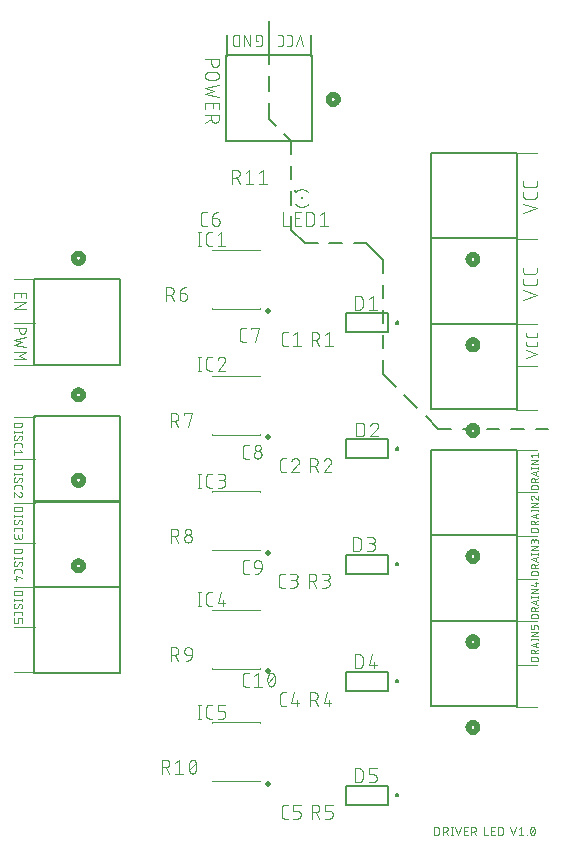
<source format=gbr>
G04 EAGLE Gerber RS-274X export*
G75*
%MOMM*%
%FSLAX34Y34*%
%LPD*%
%INSilkscreen Top*%
%IPPOS*%
%AMOC8*
5,1,8,0,0,1.08239X$1,22.5*%
G01*
%ADD10C,0.101600*%
%ADD11C,0.076200*%
%ADD12C,0.050800*%
%ADD13C,0.152400*%
%ADD14C,0.127000*%
%ADD15C,0.500000*%
%ADD16C,0.120000*%
%ADD17R,0.200000X0.200000*%
%ADD18R,0.150000X0.250000*%
%ADD19C,0.508000*%
%ADD20C,0.200000*%


D10*
X27940Y408940D02*
X10160Y408940D01*
X10160Y481330D02*
X27940Y481330D01*
X27940Y444500D02*
X10160Y444500D01*
D11*
X10541Y465342D02*
X10541Y469519D01*
X19939Y469519D01*
X19939Y465342D01*
X15762Y466386D02*
X15762Y469519D01*
X19939Y461612D02*
X10541Y461612D01*
X10541Y456391D02*
X19939Y461612D01*
X19939Y456391D02*
X10541Y456391D01*
X10541Y440309D02*
X19939Y440309D01*
X19939Y437698D01*
X19937Y437597D01*
X19931Y437496D01*
X19921Y437395D01*
X19908Y437295D01*
X19890Y437195D01*
X19869Y437096D01*
X19843Y436998D01*
X19814Y436901D01*
X19782Y436805D01*
X19745Y436711D01*
X19705Y436618D01*
X19661Y436526D01*
X19614Y436437D01*
X19563Y436349D01*
X19509Y436263D01*
X19452Y436180D01*
X19392Y436098D01*
X19328Y436020D01*
X19262Y435943D01*
X19192Y435870D01*
X19120Y435799D01*
X19045Y435731D01*
X18967Y435666D01*
X18887Y435604D01*
X18805Y435545D01*
X18720Y435489D01*
X18633Y435437D01*
X18545Y435388D01*
X18454Y435342D01*
X18362Y435301D01*
X18268Y435262D01*
X18173Y435228D01*
X18077Y435197D01*
X17979Y435170D01*
X17881Y435146D01*
X17781Y435127D01*
X17681Y435111D01*
X17581Y435099D01*
X17480Y435091D01*
X17379Y435087D01*
X17277Y435087D01*
X17176Y435091D01*
X17075Y435099D01*
X16975Y435111D01*
X16875Y435127D01*
X16775Y435146D01*
X16677Y435170D01*
X16579Y435197D01*
X16483Y435228D01*
X16388Y435262D01*
X16294Y435301D01*
X16202Y435342D01*
X16111Y435388D01*
X16022Y435437D01*
X15936Y435489D01*
X15851Y435545D01*
X15769Y435604D01*
X15689Y435666D01*
X15611Y435731D01*
X15536Y435799D01*
X15464Y435870D01*
X15394Y435943D01*
X15328Y436020D01*
X15264Y436098D01*
X15204Y436180D01*
X15147Y436263D01*
X15093Y436349D01*
X15042Y436437D01*
X14995Y436526D01*
X14951Y436618D01*
X14911Y436711D01*
X14874Y436805D01*
X14842Y436901D01*
X14813Y436998D01*
X14787Y437096D01*
X14766Y437195D01*
X14748Y437295D01*
X14735Y437395D01*
X14725Y437496D01*
X14719Y437597D01*
X14717Y437698D01*
X14718Y437698D02*
X14718Y440309D01*
X19939Y431948D02*
X10541Y429860D01*
X16806Y427771D01*
X10541Y425683D01*
X19939Y423594D01*
X19939Y419626D02*
X10541Y419626D01*
X14718Y416494D02*
X19939Y419626D01*
X14718Y416494D02*
X19939Y413361D01*
X10541Y413361D01*
D10*
X10160Y364490D02*
X27940Y364490D01*
X27940Y292100D02*
X10160Y292100D01*
X10160Y220980D02*
X27940Y220980D01*
X27940Y148590D02*
X10160Y148590D01*
X10160Y328930D02*
X27940Y328930D01*
X27940Y257810D02*
X10160Y257810D01*
X10160Y186690D02*
X27940Y186690D01*
D12*
X17018Y359918D02*
X9906Y359918D01*
X17018Y359918D02*
X17018Y357942D01*
X17016Y357856D01*
X17010Y357770D01*
X17001Y357684D01*
X16988Y357599D01*
X16971Y357514D01*
X16951Y357431D01*
X16927Y357348D01*
X16899Y357266D01*
X16868Y357186D01*
X16833Y357107D01*
X16795Y357030D01*
X16753Y356954D01*
X16709Y356880D01*
X16661Y356809D01*
X16610Y356739D01*
X16556Y356672D01*
X16499Y356607D01*
X16439Y356545D01*
X16377Y356485D01*
X16312Y356428D01*
X16245Y356374D01*
X16175Y356323D01*
X16104Y356275D01*
X16030Y356231D01*
X15954Y356189D01*
X15877Y356151D01*
X15798Y356116D01*
X15718Y356085D01*
X15636Y356057D01*
X15553Y356033D01*
X15470Y356013D01*
X15385Y355996D01*
X15300Y355983D01*
X15214Y355974D01*
X15128Y355968D01*
X15042Y355966D01*
X15042Y355967D02*
X11882Y355967D01*
X11882Y355966D02*
X11796Y355968D01*
X11710Y355974D01*
X11624Y355983D01*
X11539Y355996D01*
X11454Y356013D01*
X11371Y356033D01*
X11288Y356057D01*
X11206Y356085D01*
X11126Y356116D01*
X11047Y356151D01*
X10970Y356189D01*
X10894Y356231D01*
X10820Y356275D01*
X10749Y356323D01*
X10679Y356374D01*
X10612Y356428D01*
X10547Y356485D01*
X10485Y356545D01*
X10425Y356607D01*
X10368Y356672D01*
X10314Y356739D01*
X10263Y356809D01*
X10215Y356880D01*
X10171Y356954D01*
X10129Y357030D01*
X10091Y357107D01*
X10056Y357186D01*
X10025Y357266D01*
X9997Y357348D01*
X9973Y357431D01*
X9953Y357514D01*
X9936Y357599D01*
X9923Y357684D01*
X9914Y357770D01*
X9908Y357856D01*
X9906Y357942D01*
X9906Y359918D01*
X9906Y352228D02*
X17018Y352228D01*
X9906Y353018D02*
X9906Y351437D01*
X17018Y351437D02*
X17018Y353018D01*
X9906Y346575D02*
X9908Y346497D01*
X9914Y346420D01*
X9923Y346343D01*
X9936Y346267D01*
X9953Y346191D01*
X9974Y346116D01*
X9998Y346043D01*
X10026Y345970D01*
X10058Y345899D01*
X10093Y345830D01*
X10131Y345763D01*
X10172Y345697D01*
X10217Y345634D01*
X10265Y345573D01*
X10315Y345514D01*
X10369Y345458D01*
X10425Y345404D01*
X10484Y345354D01*
X10545Y345306D01*
X10608Y345261D01*
X10674Y345220D01*
X10741Y345182D01*
X10810Y345147D01*
X10881Y345115D01*
X10954Y345087D01*
X11027Y345063D01*
X11102Y345042D01*
X11178Y345025D01*
X11254Y345012D01*
X11331Y345003D01*
X11408Y344997D01*
X11486Y344995D01*
X9906Y346575D02*
X9908Y346690D01*
X9914Y346804D01*
X9924Y346918D01*
X9937Y347032D01*
X9955Y347145D01*
X9977Y347258D01*
X10002Y347370D01*
X10031Y347481D01*
X10064Y347590D01*
X10101Y347699D01*
X10141Y347806D01*
X10185Y347912D01*
X10233Y348016D01*
X10284Y348119D01*
X10339Y348219D01*
X10397Y348318D01*
X10459Y348415D01*
X10523Y348509D01*
X10591Y348602D01*
X10663Y348692D01*
X10737Y348779D01*
X10814Y348864D01*
X10894Y348946D01*
X15438Y348747D02*
X15516Y348745D01*
X15593Y348739D01*
X15670Y348730D01*
X15746Y348717D01*
X15822Y348700D01*
X15897Y348679D01*
X15970Y348655D01*
X16043Y348627D01*
X16114Y348595D01*
X16183Y348560D01*
X16250Y348522D01*
X16316Y348481D01*
X16379Y348436D01*
X16440Y348388D01*
X16499Y348338D01*
X16555Y348284D01*
X16609Y348228D01*
X16659Y348169D01*
X16707Y348108D01*
X16752Y348045D01*
X16793Y347979D01*
X16831Y347912D01*
X16866Y347843D01*
X16898Y347772D01*
X16926Y347699D01*
X16950Y347626D01*
X16971Y347551D01*
X16988Y347475D01*
X17001Y347399D01*
X17010Y347322D01*
X17016Y347245D01*
X17018Y347167D01*
X17016Y347061D01*
X17010Y346955D01*
X17001Y346850D01*
X16988Y346745D01*
X16971Y346640D01*
X16950Y346536D01*
X16926Y346433D01*
X16898Y346331D01*
X16866Y346230D01*
X16831Y346130D01*
X16792Y346032D01*
X16749Y345934D01*
X16704Y345839D01*
X16655Y345745D01*
X16602Y345653D01*
X16546Y345563D01*
X16487Y345475D01*
X16425Y345389D01*
X14055Y347958D02*
X14097Y348025D01*
X14142Y348090D01*
X14191Y348153D01*
X14242Y348214D01*
X14297Y348271D01*
X14354Y348326D01*
X14414Y348379D01*
X14476Y348428D01*
X14541Y348474D01*
X14607Y348516D01*
X14676Y348556D01*
X14747Y348592D01*
X14820Y348624D01*
X14894Y348653D01*
X14969Y348678D01*
X15045Y348699D01*
X15123Y348717D01*
X15201Y348730D01*
X15280Y348740D01*
X15359Y348746D01*
X15438Y348748D01*
X12869Y345784D02*
X12827Y345717D01*
X12782Y345652D01*
X12733Y345589D01*
X12682Y345528D01*
X12627Y345471D01*
X12570Y345416D01*
X12510Y345363D01*
X12448Y345314D01*
X12383Y345268D01*
X12317Y345226D01*
X12248Y345186D01*
X12177Y345150D01*
X12104Y345118D01*
X12030Y345089D01*
X11955Y345064D01*
X11879Y345043D01*
X11801Y345025D01*
X11723Y345012D01*
X11644Y345002D01*
X11565Y344996D01*
X11486Y344994D01*
X12869Y345784D02*
X14055Y347958D01*
X9906Y340754D02*
X9906Y339173D01*
X9906Y340754D02*
X9908Y340832D01*
X9914Y340909D01*
X9923Y340986D01*
X9936Y341062D01*
X9953Y341138D01*
X9974Y341213D01*
X9998Y341286D01*
X10026Y341359D01*
X10058Y341430D01*
X10093Y341499D01*
X10131Y341566D01*
X10172Y341632D01*
X10217Y341695D01*
X10265Y341756D01*
X10315Y341815D01*
X10369Y341871D01*
X10425Y341925D01*
X10484Y341975D01*
X10545Y342023D01*
X10608Y342068D01*
X10674Y342109D01*
X10741Y342147D01*
X10810Y342182D01*
X10881Y342214D01*
X10954Y342242D01*
X11027Y342266D01*
X11102Y342287D01*
X11178Y342304D01*
X11254Y342317D01*
X11331Y342326D01*
X11408Y342332D01*
X11486Y342334D01*
X15438Y342334D01*
X15516Y342332D01*
X15593Y342326D01*
X15670Y342317D01*
X15746Y342304D01*
X15822Y342287D01*
X15897Y342266D01*
X15970Y342242D01*
X16043Y342214D01*
X16114Y342182D01*
X16183Y342147D01*
X16250Y342109D01*
X16316Y342068D01*
X16379Y342023D01*
X16440Y341975D01*
X16499Y341925D01*
X16555Y341871D01*
X16609Y341815D01*
X16659Y341756D01*
X16707Y341695D01*
X16752Y341632D01*
X16793Y341566D01*
X16831Y341499D01*
X16866Y341430D01*
X16898Y341359D01*
X16926Y341286D01*
X16950Y341213D01*
X16971Y341138D01*
X16988Y341062D01*
X17001Y340986D01*
X17010Y340909D01*
X17016Y340832D01*
X17018Y340754D01*
X17018Y339173D01*
X15438Y336601D02*
X17018Y334625D01*
X9906Y334625D01*
X9906Y332650D02*
X9906Y336601D01*
X9906Y324358D02*
X17018Y324358D01*
X17018Y322382D01*
X17016Y322296D01*
X17010Y322210D01*
X17001Y322124D01*
X16988Y322039D01*
X16971Y321954D01*
X16951Y321871D01*
X16927Y321788D01*
X16899Y321706D01*
X16868Y321626D01*
X16833Y321547D01*
X16795Y321470D01*
X16753Y321394D01*
X16709Y321320D01*
X16661Y321249D01*
X16610Y321179D01*
X16556Y321112D01*
X16499Y321047D01*
X16439Y320985D01*
X16377Y320925D01*
X16312Y320868D01*
X16245Y320814D01*
X16175Y320763D01*
X16104Y320715D01*
X16030Y320671D01*
X15954Y320629D01*
X15877Y320591D01*
X15798Y320556D01*
X15718Y320525D01*
X15636Y320497D01*
X15553Y320473D01*
X15470Y320453D01*
X15385Y320436D01*
X15300Y320423D01*
X15214Y320414D01*
X15128Y320408D01*
X15042Y320406D01*
X15042Y320407D02*
X11882Y320407D01*
X11882Y320406D02*
X11796Y320408D01*
X11710Y320414D01*
X11624Y320423D01*
X11539Y320436D01*
X11454Y320453D01*
X11371Y320473D01*
X11288Y320497D01*
X11206Y320525D01*
X11126Y320556D01*
X11047Y320591D01*
X10970Y320629D01*
X10894Y320671D01*
X10820Y320715D01*
X10749Y320763D01*
X10679Y320814D01*
X10612Y320868D01*
X10547Y320925D01*
X10485Y320985D01*
X10425Y321047D01*
X10368Y321112D01*
X10314Y321179D01*
X10263Y321249D01*
X10215Y321320D01*
X10171Y321394D01*
X10129Y321470D01*
X10091Y321547D01*
X10056Y321626D01*
X10025Y321706D01*
X9997Y321788D01*
X9973Y321871D01*
X9953Y321954D01*
X9936Y322039D01*
X9923Y322124D01*
X9914Y322210D01*
X9908Y322296D01*
X9906Y322382D01*
X9906Y324358D01*
X9906Y316668D02*
X17018Y316668D01*
X9906Y317458D02*
X9906Y315877D01*
X17018Y315877D02*
X17018Y317458D01*
X9906Y311015D02*
X9908Y310937D01*
X9914Y310860D01*
X9923Y310783D01*
X9936Y310707D01*
X9953Y310631D01*
X9974Y310556D01*
X9998Y310483D01*
X10026Y310410D01*
X10058Y310339D01*
X10093Y310270D01*
X10131Y310203D01*
X10172Y310137D01*
X10217Y310074D01*
X10265Y310013D01*
X10315Y309954D01*
X10369Y309898D01*
X10425Y309844D01*
X10484Y309794D01*
X10545Y309746D01*
X10608Y309701D01*
X10674Y309660D01*
X10741Y309622D01*
X10810Y309587D01*
X10881Y309555D01*
X10954Y309527D01*
X11027Y309503D01*
X11102Y309482D01*
X11178Y309465D01*
X11254Y309452D01*
X11331Y309443D01*
X11408Y309437D01*
X11486Y309435D01*
X9906Y311015D02*
X9908Y311130D01*
X9914Y311244D01*
X9924Y311358D01*
X9937Y311472D01*
X9955Y311585D01*
X9977Y311698D01*
X10002Y311810D01*
X10031Y311921D01*
X10064Y312030D01*
X10101Y312139D01*
X10141Y312246D01*
X10185Y312352D01*
X10233Y312456D01*
X10284Y312559D01*
X10339Y312659D01*
X10397Y312758D01*
X10459Y312855D01*
X10523Y312949D01*
X10591Y313042D01*
X10663Y313132D01*
X10737Y313219D01*
X10814Y313304D01*
X10894Y313386D01*
X15438Y313187D02*
X15516Y313185D01*
X15593Y313179D01*
X15670Y313170D01*
X15746Y313157D01*
X15822Y313140D01*
X15897Y313119D01*
X15970Y313095D01*
X16043Y313067D01*
X16114Y313035D01*
X16183Y313000D01*
X16250Y312962D01*
X16316Y312921D01*
X16379Y312876D01*
X16440Y312828D01*
X16499Y312778D01*
X16555Y312724D01*
X16609Y312668D01*
X16659Y312609D01*
X16707Y312548D01*
X16752Y312485D01*
X16793Y312419D01*
X16831Y312352D01*
X16866Y312283D01*
X16898Y312212D01*
X16926Y312139D01*
X16950Y312066D01*
X16971Y311991D01*
X16988Y311915D01*
X17001Y311839D01*
X17010Y311762D01*
X17016Y311685D01*
X17018Y311607D01*
X17016Y311501D01*
X17010Y311395D01*
X17001Y311290D01*
X16988Y311185D01*
X16971Y311080D01*
X16950Y310976D01*
X16926Y310873D01*
X16898Y310771D01*
X16866Y310670D01*
X16831Y310570D01*
X16792Y310472D01*
X16749Y310374D01*
X16704Y310279D01*
X16655Y310185D01*
X16602Y310093D01*
X16546Y310003D01*
X16487Y309915D01*
X16425Y309829D01*
X14055Y312398D02*
X14097Y312465D01*
X14142Y312530D01*
X14191Y312593D01*
X14242Y312654D01*
X14297Y312711D01*
X14354Y312766D01*
X14414Y312819D01*
X14476Y312868D01*
X14541Y312914D01*
X14607Y312956D01*
X14676Y312996D01*
X14747Y313032D01*
X14820Y313064D01*
X14894Y313093D01*
X14969Y313118D01*
X15045Y313139D01*
X15123Y313157D01*
X15201Y313170D01*
X15280Y313180D01*
X15359Y313186D01*
X15438Y313188D01*
X12869Y310224D02*
X12827Y310157D01*
X12782Y310092D01*
X12733Y310029D01*
X12682Y309968D01*
X12627Y309911D01*
X12570Y309856D01*
X12510Y309803D01*
X12448Y309754D01*
X12383Y309708D01*
X12317Y309666D01*
X12248Y309626D01*
X12177Y309590D01*
X12104Y309558D01*
X12030Y309529D01*
X11955Y309504D01*
X11879Y309483D01*
X11801Y309465D01*
X11723Y309452D01*
X11644Y309442D01*
X11565Y309436D01*
X11486Y309434D01*
X12869Y310224D02*
X14055Y312398D01*
X9906Y305194D02*
X9906Y303613D01*
X9906Y305194D02*
X9908Y305272D01*
X9914Y305349D01*
X9923Y305426D01*
X9936Y305502D01*
X9953Y305578D01*
X9974Y305653D01*
X9998Y305726D01*
X10026Y305799D01*
X10058Y305870D01*
X10093Y305939D01*
X10131Y306006D01*
X10172Y306072D01*
X10217Y306135D01*
X10265Y306196D01*
X10315Y306255D01*
X10369Y306311D01*
X10425Y306365D01*
X10484Y306415D01*
X10545Y306463D01*
X10608Y306508D01*
X10674Y306549D01*
X10741Y306587D01*
X10810Y306622D01*
X10881Y306654D01*
X10954Y306682D01*
X11027Y306706D01*
X11102Y306727D01*
X11178Y306744D01*
X11254Y306757D01*
X11331Y306766D01*
X11408Y306772D01*
X11486Y306774D01*
X15438Y306774D01*
X15516Y306772D01*
X15593Y306766D01*
X15670Y306757D01*
X15746Y306744D01*
X15822Y306727D01*
X15897Y306706D01*
X15970Y306682D01*
X16043Y306654D01*
X16114Y306622D01*
X16183Y306587D01*
X16250Y306549D01*
X16316Y306508D01*
X16379Y306463D01*
X16440Y306415D01*
X16499Y306365D01*
X16555Y306311D01*
X16609Y306255D01*
X16659Y306196D01*
X16707Y306135D01*
X16752Y306072D01*
X16793Y306006D01*
X16831Y305939D01*
X16866Y305870D01*
X16898Y305799D01*
X16926Y305726D01*
X16950Y305653D01*
X16971Y305578D01*
X16988Y305502D01*
X17001Y305426D01*
X17010Y305349D01*
X17016Y305272D01*
X17018Y305194D01*
X17018Y303613D01*
X17018Y298868D02*
X17016Y298786D01*
X17010Y298704D01*
X17001Y298622D01*
X16988Y298541D01*
X16971Y298461D01*
X16950Y298381D01*
X16926Y298303D01*
X16898Y298226D01*
X16867Y298150D01*
X16832Y298075D01*
X16793Y298003D01*
X16752Y297932D01*
X16707Y297863D01*
X16659Y297797D01*
X16608Y297732D01*
X16554Y297670D01*
X16497Y297611D01*
X16438Y297554D01*
X16376Y297500D01*
X16311Y297449D01*
X16245Y297401D01*
X16176Y297356D01*
X16105Y297315D01*
X16033Y297276D01*
X15958Y297241D01*
X15882Y297210D01*
X15805Y297182D01*
X15727Y297158D01*
X15647Y297137D01*
X15567Y297120D01*
X15486Y297107D01*
X15404Y297098D01*
X15322Y297092D01*
X15240Y297090D01*
X17018Y298868D02*
X17016Y298961D01*
X17010Y299053D01*
X17001Y299145D01*
X16988Y299237D01*
X16971Y299328D01*
X16951Y299418D01*
X16927Y299508D01*
X16899Y299596D01*
X16867Y299684D01*
X16833Y299769D01*
X16794Y299854D01*
X16753Y299936D01*
X16708Y300017D01*
X16659Y300097D01*
X16608Y300174D01*
X16554Y300249D01*
X16496Y300321D01*
X16436Y300392D01*
X16372Y300459D01*
X16307Y300524D01*
X16238Y300587D01*
X16167Y300646D01*
X16094Y300703D01*
X16018Y300757D01*
X15941Y300807D01*
X15861Y300855D01*
X15779Y300899D01*
X15696Y300939D01*
X15611Y300977D01*
X15525Y301011D01*
X15438Y301041D01*
X13857Y297683D02*
X13918Y297622D01*
X13981Y297564D01*
X14047Y297509D01*
X14115Y297456D01*
X14186Y297407D01*
X14258Y297362D01*
X14333Y297319D01*
X14409Y297280D01*
X14488Y297244D01*
X14567Y297212D01*
X14648Y297184D01*
X14731Y297159D01*
X14814Y297138D01*
X14898Y297121D01*
X14983Y297107D01*
X15068Y297098D01*
X15154Y297092D01*
X15240Y297090D01*
X13857Y297683D02*
X9906Y301041D01*
X9906Y297090D01*
X9906Y288544D02*
X17018Y288544D01*
X17018Y286568D01*
X17016Y286482D01*
X17010Y286396D01*
X17001Y286310D01*
X16988Y286225D01*
X16971Y286140D01*
X16951Y286057D01*
X16927Y285974D01*
X16899Y285892D01*
X16868Y285812D01*
X16833Y285733D01*
X16795Y285656D01*
X16753Y285580D01*
X16709Y285506D01*
X16661Y285435D01*
X16610Y285365D01*
X16556Y285298D01*
X16499Y285233D01*
X16439Y285171D01*
X16377Y285111D01*
X16312Y285054D01*
X16245Y285000D01*
X16175Y284949D01*
X16104Y284901D01*
X16030Y284857D01*
X15954Y284815D01*
X15877Y284777D01*
X15798Y284742D01*
X15718Y284711D01*
X15636Y284683D01*
X15553Y284659D01*
X15470Y284639D01*
X15385Y284622D01*
X15300Y284609D01*
X15214Y284600D01*
X15128Y284594D01*
X15042Y284592D01*
X15042Y284593D02*
X11882Y284593D01*
X11882Y284592D02*
X11796Y284594D01*
X11710Y284600D01*
X11624Y284609D01*
X11539Y284622D01*
X11454Y284639D01*
X11371Y284659D01*
X11288Y284683D01*
X11206Y284711D01*
X11126Y284742D01*
X11047Y284777D01*
X10970Y284815D01*
X10894Y284857D01*
X10820Y284901D01*
X10749Y284949D01*
X10679Y285000D01*
X10612Y285054D01*
X10547Y285111D01*
X10485Y285171D01*
X10425Y285233D01*
X10368Y285298D01*
X10314Y285365D01*
X10263Y285435D01*
X10215Y285506D01*
X10171Y285580D01*
X10129Y285656D01*
X10091Y285733D01*
X10056Y285812D01*
X10025Y285892D01*
X9997Y285974D01*
X9973Y286057D01*
X9953Y286140D01*
X9936Y286225D01*
X9923Y286310D01*
X9914Y286396D01*
X9908Y286482D01*
X9906Y286568D01*
X9906Y288544D01*
X9906Y280854D02*
X17018Y280854D01*
X9906Y281644D02*
X9906Y280063D01*
X17018Y280063D02*
X17018Y281644D01*
X9906Y275201D02*
X9908Y275123D01*
X9914Y275046D01*
X9923Y274969D01*
X9936Y274893D01*
X9953Y274817D01*
X9974Y274742D01*
X9998Y274669D01*
X10026Y274596D01*
X10058Y274525D01*
X10093Y274456D01*
X10131Y274389D01*
X10172Y274323D01*
X10217Y274260D01*
X10265Y274199D01*
X10315Y274140D01*
X10369Y274084D01*
X10425Y274030D01*
X10484Y273980D01*
X10545Y273932D01*
X10608Y273887D01*
X10674Y273846D01*
X10741Y273808D01*
X10810Y273773D01*
X10881Y273741D01*
X10954Y273713D01*
X11027Y273689D01*
X11102Y273668D01*
X11178Y273651D01*
X11254Y273638D01*
X11331Y273629D01*
X11408Y273623D01*
X11486Y273621D01*
X9906Y275201D02*
X9908Y275316D01*
X9914Y275430D01*
X9924Y275544D01*
X9937Y275658D01*
X9955Y275771D01*
X9977Y275884D01*
X10002Y275996D01*
X10031Y276107D01*
X10064Y276216D01*
X10101Y276325D01*
X10141Y276432D01*
X10185Y276538D01*
X10233Y276642D01*
X10284Y276745D01*
X10339Y276845D01*
X10397Y276944D01*
X10459Y277041D01*
X10523Y277135D01*
X10591Y277228D01*
X10663Y277318D01*
X10737Y277405D01*
X10814Y277490D01*
X10894Y277572D01*
X15438Y277373D02*
X15516Y277371D01*
X15593Y277365D01*
X15670Y277356D01*
X15746Y277343D01*
X15822Y277326D01*
X15897Y277305D01*
X15970Y277281D01*
X16043Y277253D01*
X16114Y277221D01*
X16183Y277186D01*
X16250Y277148D01*
X16316Y277107D01*
X16379Y277062D01*
X16440Y277014D01*
X16499Y276964D01*
X16555Y276910D01*
X16609Y276854D01*
X16659Y276795D01*
X16707Y276734D01*
X16752Y276671D01*
X16793Y276605D01*
X16831Y276538D01*
X16866Y276469D01*
X16898Y276398D01*
X16926Y276325D01*
X16950Y276252D01*
X16971Y276177D01*
X16988Y276101D01*
X17001Y276025D01*
X17010Y275948D01*
X17016Y275871D01*
X17018Y275793D01*
X17016Y275687D01*
X17010Y275581D01*
X17001Y275476D01*
X16988Y275371D01*
X16971Y275266D01*
X16950Y275162D01*
X16926Y275059D01*
X16898Y274957D01*
X16866Y274856D01*
X16831Y274756D01*
X16792Y274658D01*
X16749Y274560D01*
X16704Y274465D01*
X16655Y274371D01*
X16602Y274279D01*
X16546Y274189D01*
X16487Y274101D01*
X16425Y274015D01*
X14055Y276584D02*
X14097Y276651D01*
X14142Y276716D01*
X14191Y276779D01*
X14242Y276840D01*
X14297Y276897D01*
X14354Y276952D01*
X14414Y277005D01*
X14476Y277054D01*
X14541Y277100D01*
X14607Y277142D01*
X14676Y277182D01*
X14747Y277218D01*
X14820Y277250D01*
X14894Y277279D01*
X14969Y277304D01*
X15045Y277325D01*
X15123Y277343D01*
X15201Y277356D01*
X15280Y277366D01*
X15359Y277372D01*
X15438Y277374D01*
X12869Y274410D02*
X12827Y274343D01*
X12782Y274278D01*
X12733Y274215D01*
X12682Y274154D01*
X12627Y274097D01*
X12570Y274042D01*
X12510Y273989D01*
X12448Y273940D01*
X12383Y273894D01*
X12317Y273852D01*
X12248Y273812D01*
X12177Y273776D01*
X12104Y273744D01*
X12030Y273715D01*
X11955Y273690D01*
X11879Y273669D01*
X11801Y273651D01*
X11723Y273638D01*
X11644Y273628D01*
X11565Y273622D01*
X11486Y273620D01*
X12869Y274410D02*
X14055Y276584D01*
X9906Y269380D02*
X9906Y267799D01*
X9906Y269380D02*
X9908Y269458D01*
X9914Y269535D01*
X9923Y269612D01*
X9936Y269688D01*
X9953Y269764D01*
X9974Y269839D01*
X9998Y269912D01*
X10026Y269985D01*
X10058Y270056D01*
X10093Y270125D01*
X10131Y270192D01*
X10172Y270258D01*
X10217Y270321D01*
X10265Y270382D01*
X10315Y270441D01*
X10369Y270497D01*
X10425Y270551D01*
X10484Y270601D01*
X10545Y270649D01*
X10608Y270694D01*
X10674Y270735D01*
X10741Y270773D01*
X10810Y270808D01*
X10881Y270840D01*
X10954Y270868D01*
X11027Y270892D01*
X11102Y270913D01*
X11178Y270930D01*
X11254Y270943D01*
X11331Y270952D01*
X11408Y270958D01*
X11486Y270960D01*
X15438Y270960D01*
X15516Y270958D01*
X15593Y270952D01*
X15670Y270943D01*
X15746Y270930D01*
X15822Y270913D01*
X15897Y270892D01*
X15970Y270868D01*
X16043Y270840D01*
X16114Y270808D01*
X16183Y270773D01*
X16250Y270735D01*
X16316Y270694D01*
X16379Y270649D01*
X16440Y270601D01*
X16499Y270551D01*
X16555Y270497D01*
X16609Y270441D01*
X16659Y270382D01*
X16707Y270321D01*
X16752Y270258D01*
X16793Y270192D01*
X16831Y270125D01*
X16866Y270056D01*
X16898Y269985D01*
X16926Y269912D01*
X16950Y269839D01*
X16971Y269764D01*
X16988Y269688D01*
X17001Y269612D01*
X17010Y269535D01*
X17016Y269458D01*
X17018Y269380D01*
X17018Y267799D01*
X9906Y265227D02*
X9906Y263251D01*
X9908Y263164D01*
X9914Y263076D01*
X9923Y262989D01*
X9937Y262903D01*
X9954Y262817D01*
X9975Y262733D01*
X10000Y262649D01*
X10029Y262566D01*
X10061Y262485D01*
X10096Y262405D01*
X10135Y262327D01*
X10178Y262250D01*
X10224Y262176D01*
X10273Y262104D01*
X10325Y262034D01*
X10381Y261966D01*
X10439Y261901D01*
X10500Y261838D01*
X10564Y261779D01*
X10631Y261722D01*
X10699Y261668D01*
X10771Y261617D01*
X10844Y261570D01*
X10919Y261525D01*
X10997Y261484D01*
X11076Y261447D01*
X11156Y261413D01*
X11238Y261383D01*
X11321Y261356D01*
X11406Y261333D01*
X11491Y261314D01*
X11577Y261299D01*
X11664Y261287D01*
X11751Y261279D01*
X11838Y261275D01*
X11926Y261275D01*
X12013Y261279D01*
X12100Y261287D01*
X12187Y261299D01*
X12273Y261314D01*
X12358Y261333D01*
X12443Y261356D01*
X12526Y261383D01*
X12608Y261413D01*
X12688Y261447D01*
X12767Y261484D01*
X12845Y261525D01*
X12920Y261570D01*
X12993Y261617D01*
X13065Y261668D01*
X13133Y261722D01*
X13200Y261779D01*
X13264Y261838D01*
X13325Y261901D01*
X13383Y261966D01*
X13439Y262034D01*
X13491Y262104D01*
X13540Y262176D01*
X13586Y262250D01*
X13629Y262327D01*
X13668Y262405D01*
X13703Y262485D01*
X13735Y262566D01*
X13764Y262649D01*
X13789Y262733D01*
X13810Y262817D01*
X13827Y262903D01*
X13841Y262989D01*
X13850Y263076D01*
X13856Y263164D01*
X13858Y263251D01*
X17018Y262856D02*
X17018Y265227D01*
X17018Y262856D02*
X17016Y262777D01*
X17010Y262699D01*
X17000Y262621D01*
X16987Y262543D01*
X16969Y262466D01*
X16948Y262390D01*
X16923Y262316D01*
X16894Y262242D01*
X16862Y262170D01*
X16826Y262100D01*
X16786Y262032D01*
X16743Y261966D01*
X16697Y261902D01*
X16648Y261840D01*
X16596Y261781D01*
X16541Y261725D01*
X16483Y261671D01*
X16423Y261621D01*
X16360Y261573D01*
X16295Y261529D01*
X16228Y261488D01*
X16159Y261450D01*
X16088Y261416D01*
X16015Y261385D01*
X15941Y261358D01*
X15866Y261335D01*
X15790Y261316D01*
X15712Y261300D01*
X15634Y261288D01*
X15556Y261280D01*
X15477Y261276D01*
X15399Y261276D01*
X15320Y261280D01*
X15242Y261288D01*
X15164Y261300D01*
X15086Y261316D01*
X15010Y261335D01*
X14935Y261358D01*
X14861Y261385D01*
X14788Y261416D01*
X14717Y261450D01*
X14648Y261488D01*
X14581Y261529D01*
X14516Y261573D01*
X14453Y261621D01*
X14393Y261671D01*
X14335Y261725D01*
X14280Y261781D01*
X14228Y261840D01*
X14179Y261902D01*
X14133Y261966D01*
X14090Y262032D01*
X14050Y262100D01*
X14014Y262170D01*
X13982Y262242D01*
X13953Y262316D01*
X13928Y262390D01*
X13907Y262466D01*
X13889Y262543D01*
X13876Y262621D01*
X13866Y262699D01*
X13860Y262777D01*
X13858Y262856D01*
X13857Y262856D02*
X13857Y264437D01*
X17018Y253238D02*
X9906Y253238D01*
X17018Y253238D02*
X17018Y251262D01*
X17016Y251176D01*
X17010Y251090D01*
X17001Y251004D01*
X16988Y250919D01*
X16971Y250834D01*
X16951Y250751D01*
X16927Y250668D01*
X16899Y250586D01*
X16868Y250506D01*
X16833Y250427D01*
X16795Y250350D01*
X16753Y250274D01*
X16709Y250200D01*
X16661Y250129D01*
X16610Y250059D01*
X16556Y249992D01*
X16499Y249927D01*
X16439Y249865D01*
X16377Y249805D01*
X16312Y249748D01*
X16245Y249694D01*
X16175Y249643D01*
X16104Y249595D01*
X16030Y249551D01*
X15954Y249509D01*
X15877Y249471D01*
X15798Y249436D01*
X15718Y249405D01*
X15636Y249377D01*
X15553Y249353D01*
X15470Y249333D01*
X15385Y249316D01*
X15300Y249303D01*
X15214Y249294D01*
X15128Y249288D01*
X15042Y249286D01*
X15042Y249287D02*
X11882Y249287D01*
X11882Y249286D02*
X11796Y249288D01*
X11710Y249294D01*
X11624Y249303D01*
X11539Y249316D01*
X11454Y249333D01*
X11371Y249353D01*
X11288Y249377D01*
X11206Y249405D01*
X11126Y249436D01*
X11047Y249471D01*
X10970Y249509D01*
X10894Y249551D01*
X10820Y249595D01*
X10749Y249643D01*
X10679Y249694D01*
X10612Y249748D01*
X10547Y249805D01*
X10485Y249865D01*
X10425Y249927D01*
X10368Y249992D01*
X10314Y250059D01*
X10263Y250129D01*
X10215Y250200D01*
X10171Y250274D01*
X10129Y250350D01*
X10091Y250427D01*
X10056Y250506D01*
X10025Y250586D01*
X9997Y250668D01*
X9973Y250751D01*
X9953Y250834D01*
X9936Y250919D01*
X9923Y251004D01*
X9914Y251090D01*
X9908Y251176D01*
X9906Y251262D01*
X9906Y253238D01*
X9906Y245548D02*
X17018Y245548D01*
X9906Y246338D02*
X9906Y244757D01*
X17018Y244757D02*
X17018Y246338D01*
X9906Y239895D02*
X9908Y239817D01*
X9914Y239740D01*
X9923Y239663D01*
X9936Y239587D01*
X9953Y239511D01*
X9974Y239436D01*
X9998Y239363D01*
X10026Y239290D01*
X10058Y239219D01*
X10093Y239150D01*
X10131Y239083D01*
X10172Y239017D01*
X10217Y238954D01*
X10265Y238893D01*
X10315Y238834D01*
X10369Y238778D01*
X10425Y238724D01*
X10484Y238674D01*
X10545Y238626D01*
X10608Y238581D01*
X10674Y238540D01*
X10741Y238502D01*
X10810Y238467D01*
X10881Y238435D01*
X10954Y238407D01*
X11027Y238383D01*
X11102Y238362D01*
X11178Y238345D01*
X11254Y238332D01*
X11331Y238323D01*
X11408Y238317D01*
X11486Y238315D01*
X9906Y239895D02*
X9908Y240010D01*
X9914Y240124D01*
X9924Y240238D01*
X9937Y240352D01*
X9955Y240465D01*
X9977Y240578D01*
X10002Y240690D01*
X10031Y240801D01*
X10064Y240910D01*
X10101Y241019D01*
X10141Y241126D01*
X10185Y241232D01*
X10233Y241336D01*
X10284Y241439D01*
X10339Y241539D01*
X10397Y241638D01*
X10459Y241735D01*
X10523Y241829D01*
X10591Y241922D01*
X10663Y242012D01*
X10737Y242099D01*
X10814Y242184D01*
X10894Y242266D01*
X15438Y242067D02*
X15516Y242065D01*
X15593Y242059D01*
X15670Y242050D01*
X15746Y242037D01*
X15822Y242020D01*
X15897Y241999D01*
X15970Y241975D01*
X16043Y241947D01*
X16114Y241915D01*
X16183Y241880D01*
X16250Y241842D01*
X16316Y241801D01*
X16379Y241756D01*
X16440Y241708D01*
X16499Y241658D01*
X16555Y241604D01*
X16609Y241548D01*
X16659Y241489D01*
X16707Y241428D01*
X16752Y241365D01*
X16793Y241299D01*
X16831Y241232D01*
X16866Y241163D01*
X16898Y241092D01*
X16926Y241019D01*
X16950Y240946D01*
X16971Y240871D01*
X16988Y240795D01*
X17001Y240719D01*
X17010Y240642D01*
X17016Y240565D01*
X17018Y240487D01*
X17016Y240381D01*
X17010Y240275D01*
X17001Y240170D01*
X16988Y240065D01*
X16971Y239960D01*
X16950Y239856D01*
X16926Y239753D01*
X16898Y239651D01*
X16866Y239550D01*
X16831Y239450D01*
X16792Y239352D01*
X16749Y239254D01*
X16704Y239159D01*
X16655Y239065D01*
X16602Y238973D01*
X16546Y238883D01*
X16487Y238795D01*
X16425Y238709D01*
X14055Y241278D02*
X14097Y241345D01*
X14142Y241410D01*
X14191Y241473D01*
X14242Y241534D01*
X14297Y241591D01*
X14354Y241646D01*
X14414Y241699D01*
X14476Y241748D01*
X14541Y241794D01*
X14607Y241836D01*
X14676Y241876D01*
X14747Y241912D01*
X14820Y241944D01*
X14894Y241973D01*
X14969Y241998D01*
X15045Y242019D01*
X15123Y242037D01*
X15201Y242050D01*
X15280Y242060D01*
X15359Y242066D01*
X15438Y242068D01*
X12869Y239104D02*
X12827Y239037D01*
X12782Y238972D01*
X12733Y238909D01*
X12682Y238848D01*
X12627Y238791D01*
X12570Y238736D01*
X12510Y238683D01*
X12448Y238634D01*
X12383Y238588D01*
X12317Y238546D01*
X12248Y238506D01*
X12177Y238470D01*
X12104Y238438D01*
X12030Y238409D01*
X11955Y238384D01*
X11879Y238363D01*
X11801Y238345D01*
X11723Y238332D01*
X11644Y238322D01*
X11565Y238316D01*
X11486Y238314D01*
X12869Y239104D02*
X14055Y241278D01*
X9906Y234074D02*
X9906Y232493D01*
X9906Y234074D02*
X9908Y234152D01*
X9914Y234229D01*
X9923Y234306D01*
X9936Y234382D01*
X9953Y234458D01*
X9974Y234533D01*
X9998Y234606D01*
X10026Y234679D01*
X10058Y234750D01*
X10093Y234819D01*
X10131Y234886D01*
X10172Y234952D01*
X10217Y235015D01*
X10265Y235076D01*
X10315Y235135D01*
X10369Y235191D01*
X10425Y235245D01*
X10484Y235295D01*
X10545Y235343D01*
X10608Y235388D01*
X10674Y235429D01*
X10741Y235467D01*
X10810Y235502D01*
X10881Y235534D01*
X10954Y235562D01*
X11027Y235586D01*
X11102Y235607D01*
X11178Y235624D01*
X11254Y235637D01*
X11331Y235646D01*
X11408Y235652D01*
X11486Y235654D01*
X15438Y235654D01*
X15516Y235652D01*
X15593Y235646D01*
X15670Y235637D01*
X15746Y235624D01*
X15822Y235607D01*
X15897Y235586D01*
X15970Y235562D01*
X16043Y235534D01*
X16114Y235502D01*
X16183Y235467D01*
X16250Y235429D01*
X16316Y235388D01*
X16379Y235343D01*
X16440Y235295D01*
X16499Y235245D01*
X16555Y235191D01*
X16609Y235135D01*
X16659Y235076D01*
X16707Y235015D01*
X16752Y234952D01*
X16793Y234886D01*
X16831Y234819D01*
X16866Y234750D01*
X16898Y234679D01*
X16926Y234606D01*
X16950Y234533D01*
X16971Y234458D01*
X16988Y234382D01*
X17001Y234306D01*
X17010Y234229D01*
X17016Y234152D01*
X17018Y234074D01*
X17018Y232493D01*
X17018Y228341D02*
X11486Y229921D01*
X11486Y225970D01*
X13067Y227155D02*
X9906Y227155D01*
X9906Y217424D02*
X17018Y217424D01*
X17018Y215448D01*
X17016Y215362D01*
X17010Y215276D01*
X17001Y215190D01*
X16988Y215105D01*
X16971Y215020D01*
X16951Y214937D01*
X16927Y214854D01*
X16899Y214772D01*
X16868Y214692D01*
X16833Y214613D01*
X16795Y214536D01*
X16753Y214460D01*
X16709Y214386D01*
X16661Y214315D01*
X16610Y214245D01*
X16556Y214178D01*
X16499Y214113D01*
X16439Y214051D01*
X16377Y213991D01*
X16312Y213934D01*
X16245Y213880D01*
X16175Y213829D01*
X16104Y213781D01*
X16030Y213737D01*
X15954Y213695D01*
X15877Y213657D01*
X15798Y213622D01*
X15718Y213591D01*
X15636Y213563D01*
X15553Y213539D01*
X15470Y213519D01*
X15385Y213502D01*
X15300Y213489D01*
X15214Y213480D01*
X15128Y213474D01*
X15042Y213472D01*
X15042Y213473D02*
X11882Y213473D01*
X11882Y213472D02*
X11796Y213474D01*
X11710Y213480D01*
X11624Y213489D01*
X11539Y213502D01*
X11454Y213519D01*
X11371Y213539D01*
X11288Y213563D01*
X11206Y213591D01*
X11126Y213622D01*
X11047Y213657D01*
X10970Y213695D01*
X10894Y213737D01*
X10820Y213781D01*
X10749Y213829D01*
X10679Y213880D01*
X10612Y213934D01*
X10547Y213991D01*
X10485Y214051D01*
X10425Y214113D01*
X10368Y214178D01*
X10314Y214245D01*
X10263Y214315D01*
X10215Y214386D01*
X10171Y214460D01*
X10129Y214536D01*
X10091Y214613D01*
X10056Y214692D01*
X10025Y214772D01*
X9997Y214854D01*
X9973Y214937D01*
X9953Y215020D01*
X9936Y215105D01*
X9923Y215190D01*
X9914Y215276D01*
X9908Y215362D01*
X9906Y215448D01*
X9906Y217424D01*
X9906Y209734D02*
X17018Y209734D01*
X9906Y210524D02*
X9906Y208943D01*
X17018Y208943D02*
X17018Y210524D01*
X9906Y204081D02*
X9908Y204003D01*
X9914Y203926D01*
X9923Y203849D01*
X9936Y203773D01*
X9953Y203697D01*
X9974Y203622D01*
X9998Y203549D01*
X10026Y203476D01*
X10058Y203405D01*
X10093Y203336D01*
X10131Y203269D01*
X10172Y203203D01*
X10217Y203140D01*
X10265Y203079D01*
X10315Y203020D01*
X10369Y202964D01*
X10425Y202910D01*
X10484Y202860D01*
X10545Y202812D01*
X10608Y202767D01*
X10674Y202726D01*
X10741Y202688D01*
X10810Y202653D01*
X10881Y202621D01*
X10954Y202593D01*
X11027Y202569D01*
X11102Y202548D01*
X11178Y202531D01*
X11254Y202518D01*
X11331Y202509D01*
X11408Y202503D01*
X11486Y202501D01*
X9906Y204081D02*
X9908Y204196D01*
X9914Y204310D01*
X9924Y204424D01*
X9937Y204538D01*
X9955Y204651D01*
X9977Y204764D01*
X10002Y204876D01*
X10031Y204987D01*
X10064Y205096D01*
X10101Y205205D01*
X10141Y205312D01*
X10185Y205418D01*
X10233Y205522D01*
X10284Y205625D01*
X10339Y205725D01*
X10397Y205824D01*
X10459Y205921D01*
X10523Y206015D01*
X10591Y206108D01*
X10663Y206198D01*
X10737Y206285D01*
X10814Y206370D01*
X10894Y206452D01*
X15438Y206253D02*
X15516Y206251D01*
X15593Y206245D01*
X15670Y206236D01*
X15746Y206223D01*
X15822Y206206D01*
X15897Y206185D01*
X15970Y206161D01*
X16043Y206133D01*
X16114Y206101D01*
X16183Y206066D01*
X16250Y206028D01*
X16316Y205987D01*
X16379Y205942D01*
X16440Y205894D01*
X16499Y205844D01*
X16555Y205790D01*
X16609Y205734D01*
X16659Y205675D01*
X16707Y205614D01*
X16752Y205551D01*
X16793Y205485D01*
X16831Y205418D01*
X16866Y205349D01*
X16898Y205278D01*
X16926Y205205D01*
X16950Y205132D01*
X16971Y205057D01*
X16988Y204981D01*
X17001Y204905D01*
X17010Y204828D01*
X17016Y204751D01*
X17018Y204673D01*
X17016Y204567D01*
X17010Y204461D01*
X17001Y204356D01*
X16988Y204251D01*
X16971Y204146D01*
X16950Y204042D01*
X16926Y203939D01*
X16898Y203837D01*
X16866Y203736D01*
X16831Y203636D01*
X16792Y203538D01*
X16749Y203440D01*
X16704Y203345D01*
X16655Y203251D01*
X16602Y203159D01*
X16546Y203069D01*
X16487Y202981D01*
X16425Y202895D01*
X14055Y205464D02*
X14097Y205531D01*
X14142Y205596D01*
X14191Y205659D01*
X14242Y205720D01*
X14297Y205777D01*
X14354Y205832D01*
X14414Y205885D01*
X14476Y205934D01*
X14541Y205980D01*
X14607Y206022D01*
X14676Y206062D01*
X14747Y206098D01*
X14820Y206130D01*
X14894Y206159D01*
X14969Y206184D01*
X15045Y206205D01*
X15123Y206223D01*
X15201Y206236D01*
X15280Y206246D01*
X15359Y206252D01*
X15438Y206254D01*
X12869Y203290D02*
X12827Y203223D01*
X12782Y203158D01*
X12733Y203095D01*
X12682Y203034D01*
X12627Y202977D01*
X12570Y202922D01*
X12510Y202869D01*
X12448Y202820D01*
X12383Y202774D01*
X12317Y202732D01*
X12248Y202692D01*
X12177Y202656D01*
X12104Y202624D01*
X12030Y202595D01*
X11955Y202570D01*
X11879Y202549D01*
X11801Y202531D01*
X11723Y202518D01*
X11644Y202508D01*
X11565Y202502D01*
X11486Y202500D01*
X12869Y203290D02*
X14055Y205464D01*
X9906Y198260D02*
X9906Y196679D01*
X9906Y198260D02*
X9908Y198338D01*
X9914Y198415D01*
X9923Y198492D01*
X9936Y198568D01*
X9953Y198644D01*
X9974Y198719D01*
X9998Y198792D01*
X10026Y198865D01*
X10058Y198936D01*
X10093Y199005D01*
X10131Y199072D01*
X10172Y199138D01*
X10217Y199201D01*
X10265Y199262D01*
X10315Y199321D01*
X10369Y199377D01*
X10425Y199431D01*
X10484Y199481D01*
X10545Y199529D01*
X10608Y199574D01*
X10674Y199615D01*
X10741Y199653D01*
X10810Y199688D01*
X10881Y199720D01*
X10954Y199748D01*
X11027Y199772D01*
X11102Y199793D01*
X11178Y199810D01*
X11254Y199823D01*
X11331Y199832D01*
X11408Y199838D01*
X11486Y199840D01*
X15438Y199840D01*
X15516Y199838D01*
X15593Y199832D01*
X15670Y199823D01*
X15746Y199810D01*
X15822Y199793D01*
X15897Y199772D01*
X15970Y199748D01*
X16043Y199720D01*
X16114Y199688D01*
X16183Y199653D01*
X16250Y199615D01*
X16316Y199574D01*
X16379Y199529D01*
X16440Y199481D01*
X16499Y199431D01*
X16555Y199377D01*
X16609Y199321D01*
X16659Y199262D01*
X16707Y199201D01*
X16752Y199138D01*
X16793Y199072D01*
X16831Y199005D01*
X16866Y198936D01*
X16898Y198865D01*
X16926Y198792D01*
X16950Y198719D01*
X16971Y198644D01*
X16988Y198568D01*
X17001Y198492D01*
X17010Y198415D01*
X17016Y198338D01*
X17018Y198260D01*
X17018Y196679D01*
X9906Y194107D02*
X9906Y191736D01*
X9908Y191658D01*
X9914Y191581D01*
X9923Y191504D01*
X9936Y191428D01*
X9953Y191352D01*
X9974Y191277D01*
X9998Y191204D01*
X10026Y191131D01*
X10058Y191060D01*
X10093Y190991D01*
X10131Y190924D01*
X10172Y190858D01*
X10217Y190795D01*
X10265Y190734D01*
X10315Y190675D01*
X10369Y190619D01*
X10425Y190565D01*
X10484Y190515D01*
X10545Y190467D01*
X10608Y190422D01*
X10674Y190381D01*
X10741Y190343D01*
X10810Y190308D01*
X10881Y190276D01*
X10954Y190248D01*
X11027Y190224D01*
X11102Y190203D01*
X11178Y190186D01*
X11254Y190173D01*
X11331Y190164D01*
X11408Y190158D01*
X11486Y190156D01*
X12277Y190156D01*
X12355Y190158D01*
X12432Y190164D01*
X12509Y190173D01*
X12585Y190186D01*
X12661Y190203D01*
X12736Y190224D01*
X12809Y190248D01*
X12882Y190276D01*
X12953Y190308D01*
X13022Y190343D01*
X13089Y190381D01*
X13155Y190422D01*
X13218Y190467D01*
X13279Y190515D01*
X13338Y190565D01*
X13394Y190619D01*
X13448Y190675D01*
X13498Y190734D01*
X13546Y190795D01*
X13591Y190858D01*
X13632Y190924D01*
X13670Y190991D01*
X13705Y191060D01*
X13737Y191131D01*
X13765Y191204D01*
X13789Y191277D01*
X13810Y191352D01*
X13827Y191428D01*
X13840Y191504D01*
X13849Y191581D01*
X13855Y191658D01*
X13857Y191736D01*
X13857Y194107D01*
X17018Y194107D01*
X17018Y190156D01*
D10*
X435610Y588010D02*
X453390Y588010D01*
X453390Y515620D02*
X435610Y515620D01*
X435610Y443230D02*
X453390Y443230D01*
X453390Y370840D02*
X435610Y370840D01*
X435610Y336550D02*
X453390Y336550D01*
X453390Y264160D02*
X435610Y264160D01*
X435610Y191770D02*
X453390Y191770D01*
X453390Y119380D02*
X435610Y119380D01*
X441198Y537464D02*
X452882Y541359D01*
X441198Y545253D01*
X452882Y552106D02*
X452882Y554703D01*
X452882Y552106D02*
X452880Y552007D01*
X452874Y551907D01*
X452865Y551808D01*
X452852Y551710D01*
X452835Y551612D01*
X452814Y551514D01*
X452789Y551418D01*
X452761Y551323D01*
X452729Y551229D01*
X452694Y551136D01*
X452655Y551044D01*
X452612Y550954D01*
X452567Y550866D01*
X452517Y550779D01*
X452465Y550695D01*
X452409Y550612D01*
X452351Y550532D01*
X452289Y550454D01*
X452224Y550379D01*
X452156Y550306D01*
X452086Y550236D01*
X452013Y550168D01*
X451938Y550103D01*
X451860Y550041D01*
X451780Y549983D01*
X451697Y549927D01*
X451613Y549875D01*
X451526Y549825D01*
X451438Y549780D01*
X451348Y549737D01*
X451256Y549698D01*
X451163Y549663D01*
X451069Y549631D01*
X450974Y549603D01*
X450878Y549578D01*
X450780Y549557D01*
X450682Y549540D01*
X450584Y549527D01*
X450485Y549518D01*
X450385Y549512D01*
X450286Y549510D01*
X443794Y549510D01*
X443794Y549509D02*
X443695Y549511D01*
X443595Y549517D01*
X443496Y549526D01*
X443398Y549539D01*
X443300Y549557D01*
X443202Y549577D01*
X443106Y549602D01*
X443010Y549630D01*
X442916Y549662D01*
X442823Y549697D01*
X442732Y549736D01*
X442642Y549779D01*
X442553Y549824D01*
X442467Y549874D01*
X442382Y549926D01*
X442300Y549982D01*
X442220Y550041D01*
X442142Y550102D01*
X442066Y550167D01*
X441993Y550235D01*
X441923Y550305D01*
X441855Y550378D01*
X441790Y550454D01*
X441729Y550532D01*
X441670Y550612D01*
X441614Y550694D01*
X441562Y550779D01*
X441513Y550865D01*
X441467Y550954D01*
X441424Y551044D01*
X441385Y551135D01*
X441350Y551228D01*
X441318Y551322D01*
X441290Y551418D01*
X441265Y551514D01*
X441245Y551612D01*
X441227Y551710D01*
X441214Y551808D01*
X441205Y551907D01*
X441199Y552006D01*
X441197Y552106D01*
X441198Y552106D02*
X441198Y554703D01*
X452882Y561631D02*
X452882Y564228D01*
X452882Y561631D02*
X452880Y561532D01*
X452874Y561432D01*
X452865Y561333D01*
X452852Y561235D01*
X452835Y561137D01*
X452814Y561039D01*
X452789Y560943D01*
X452761Y560848D01*
X452729Y560754D01*
X452694Y560661D01*
X452655Y560569D01*
X452612Y560479D01*
X452567Y560391D01*
X452517Y560304D01*
X452465Y560220D01*
X452409Y560137D01*
X452351Y560057D01*
X452289Y559979D01*
X452224Y559904D01*
X452156Y559831D01*
X452086Y559761D01*
X452013Y559693D01*
X451938Y559628D01*
X451860Y559566D01*
X451780Y559508D01*
X451697Y559452D01*
X451613Y559400D01*
X451526Y559350D01*
X451438Y559305D01*
X451348Y559262D01*
X451256Y559223D01*
X451163Y559188D01*
X451069Y559156D01*
X450974Y559128D01*
X450878Y559103D01*
X450780Y559082D01*
X450682Y559065D01*
X450584Y559052D01*
X450485Y559043D01*
X450385Y559037D01*
X450286Y559035D01*
X443794Y559035D01*
X443794Y559034D02*
X443695Y559036D01*
X443595Y559042D01*
X443496Y559051D01*
X443398Y559064D01*
X443300Y559082D01*
X443202Y559102D01*
X443106Y559127D01*
X443010Y559155D01*
X442916Y559187D01*
X442823Y559222D01*
X442732Y559261D01*
X442642Y559304D01*
X442553Y559349D01*
X442467Y559399D01*
X442382Y559451D01*
X442300Y559507D01*
X442220Y559566D01*
X442142Y559627D01*
X442066Y559692D01*
X441993Y559760D01*
X441923Y559830D01*
X441855Y559903D01*
X441790Y559979D01*
X441729Y560057D01*
X441670Y560137D01*
X441614Y560219D01*
X441562Y560304D01*
X441513Y560390D01*
X441467Y560479D01*
X441424Y560569D01*
X441385Y560660D01*
X441350Y560753D01*
X441318Y560847D01*
X441290Y560943D01*
X441265Y561039D01*
X441245Y561137D01*
X441227Y561235D01*
X441214Y561333D01*
X441205Y561432D01*
X441199Y561531D01*
X441197Y561631D01*
X441198Y561631D02*
X441198Y564228D01*
X452882Y467953D02*
X441198Y464058D01*
X441198Y471847D02*
X452882Y467953D01*
X452882Y478700D02*
X452882Y481297D01*
X452882Y478700D02*
X452880Y478601D01*
X452874Y478501D01*
X452865Y478402D01*
X452852Y478304D01*
X452835Y478206D01*
X452814Y478108D01*
X452789Y478012D01*
X452761Y477917D01*
X452729Y477823D01*
X452694Y477730D01*
X452655Y477638D01*
X452612Y477548D01*
X452567Y477460D01*
X452517Y477373D01*
X452465Y477289D01*
X452409Y477206D01*
X452351Y477126D01*
X452289Y477048D01*
X452224Y476973D01*
X452156Y476900D01*
X452086Y476830D01*
X452013Y476762D01*
X451938Y476697D01*
X451860Y476635D01*
X451780Y476577D01*
X451697Y476521D01*
X451613Y476469D01*
X451526Y476419D01*
X451438Y476374D01*
X451348Y476331D01*
X451256Y476292D01*
X451163Y476257D01*
X451069Y476225D01*
X450974Y476197D01*
X450878Y476172D01*
X450780Y476151D01*
X450682Y476134D01*
X450584Y476121D01*
X450485Y476112D01*
X450385Y476106D01*
X450286Y476104D01*
X443794Y476104D01*
X443794Y476103D02*
X443695Y476105D01*
X443595Y476111D01*
X443496Y476120D01*
X443398Y476133D01*
X443300Y476151D01*
X443202Y476171D01*
X443106Y476196D01*
X443010Y476224D01*
X442916Y476256D01*
X442823Y476291D01*
X442732Y476330D01*
X442642Y476373D01*
X442553Y476418D01*
X442467Y476468D01*
X442382Y476520D01*
X442300Y476576D01*
X442220Y476635D01*
X442142Y476696D01*
X442066Y476761D01*
X441993Y476829D01*
X441923Y476899D01*
X441855Y476972D01*
X441790Y477048D01*
X441729Y477126D01*
X441670Y477206D01*
X441614Y477288D01*
X441562Y477373D01*
X441513Y477459D01*
X441467Y477548D01*
X441424Y477638D01*
X441385Y477729D01*
X441350Y477822D01*
X441318Y477916D01*
X441290Y478012D01*
X441265Y478108D01*
X441245Y478206D01*
X441227Y478304D01*
X441214Y478402D01*
X441205Y478501D01*
X441199Y478600D01*
X441197Y478700D01*
X441198Y478700D02*
X441198Y481297D01*
X452882Y488225D02*
X452882Y490822D01*
X452882Y488225D02*
X452880Y488126D01*
X452874Y488026D01*
X452865Y487927D01*
X452852Y487829D01*
X452835Y487731D01*
X452814Y487633D01*
X452789Y487537D01*
X452761Y487442D01*
X452729Y487348D01*
X452694Y487255D01*
X452655Y487163D01*
X452612Y487073D01*
X452567Y486985D01*
X452517Y486898D01*
X452465Y486814D01*
X452409Y486731D01*
X452351Y486651D01*
X452289Y486573D01*
X452224Y486498D01*
X452156Y486425D01*
X452086Y486355D01*
X452013Y486287D01*
X451938Y486222D01*
X451860Y486160D01*
X451780Y486102D01*
X451697Y486046D01*
X451613Y485994D01*
X451526Y485944D01*
X451438Y485899D01*
X451348Y485856D01*
X451256Y485817D01*
X451163Y485782D01*
X451069Y485750D01*
X450974Y485722D01*
X450878Y485697D01*
X450780Y485676D01*
X450682Y485659D01*
X450584Y485646D01*
X450485Y485637D01*
X450385Y485631D01*
X450286Y485629D01*
X443794Y485629D01*
X443794Y485628D02*
X443695Y485630D01*
X443595Y485636D01*
X443496Y485645D01*
X443398Y485658D01*
X443300Y485676D01*
X443202Y485696D01*
X443106Y485721D01*
X443010Y485749D01*
X442916Y485781D01*
X442823Y485816D01*
X442732Y485855D01*
X442642Y485898D01*
X442553Y485943D01*
X442467Y485993D01*
X442382Y486045D01*
X442300Y486101D01*
X442220Y486160D01*
X442142Y486221D01*
X442066Y486286D01*
X441993Y486354D01*
X441923Y486424D01*
X441855Y486497D01*
X441790Y486573D01*
X441729Y486651D01*
X441670Y486731D01*
X441614Y486813D01*
X441562Y486898D01*
X441513Y486984D01*
X441467Y487073D01*
X441424Y487163D01*
X441385Y487254D01*
X441350Y487347D01*
X441318Y487441D01*
X441290Y487537D01*
X441265Y487633D01*
X441245Y487731D01*
X441227Y487829D01*
X441214Y487927D01*
X441205Y488026D01*
X441199Y488125D01*
X441197Y488225D01*
X441198Y488225D02*
X441198Y490822D01*
X435610Y300990D02*
X453390Y300990D01*
X453390Y227330D02*
X435610Y227330D01*
X435610Y154940D02*
X453390Y154940D01*
D12*
X453644Y303530D02*
X447802Y303530D01*
X447802Y305153D01*
X447804Y305233D01*
X447810Y305312D01*
X447820Y305391D01*
X447833Y305470D01*
X447851Y305547D01*
X447872Y305624D01*
X447897Y305700D01*
X447926Y305774D01*
X447958Y305847D01*
X447994Y305918D01*
X448033Y305987D01*
X448076Y306055D01*
X448121Y306120D01*
X448170Y306183D01*
X448222Y306243D01*
X448277Y306301D01*
X448335Y306356D01*
X448395Y306408D01*
X448458Y306457D01*
X448523Y306502D01*
X448591Y306545D01*
X448660Y306584D01*
X448731Y306620D01*
X448804Y306652D01*
X448878Y306681D01*
X448954Y306706D01*
X449031Y306727D01*
X449108Y306745D01*
X449187Y306758D01*
X449266Y306768D01*
X449345Y306774D01*
X449425Y306776D01*
X452021Y306776D01*
X452101Y306774D01*
X452180Y306768D01*
X452259Y306758D01*
X452338Y306745D01*
X452415Y306727D01*
X452492Y306706D01*
X452568Y306681D01*
X452642Y306652D01*
X452715Y306620D01*
X452786Y306584D01*
X452855Y306545D01*
X452923Y306502D01*
X452988Y306457D01*
X453051Y306408D01*
X453111Y306356D01*
X453169Y306301D01*
X453224Y306243D01*
X453276Y306183D01*
X453325Y306120D01*
X453370Y306055D01*
X453413Y305987D01*
X453452Y305918D01*
X453488Y305847D01*
X453520Y305774D01*
X453549Y305700D01*
X453574Y305624D01*
X453595Y305547D01*
X453613Y305470D01*
X453626Y305391D01*
X453636Y305312D01*
X453642Y305233D01*
X453644Y305153D01*
X453644Y303530D01*
X453644Y309663D02*
X447802Y309663D01*
X447802Y311286D01*
X447804Y311366D01*
X447810Y311445D01*
X447820Y311524D01*
X447833Y311603D01*
X447851Y311680D01*
X447872Y311757D01*
X447897Y311833D01*
X447926Y311907D01*
X447958Y311980D01*
X447994Y312051D01*
X448033Y312120D01*
X448076Y312188D01*
X448121Y312253D01*
X448170Y312316D01*
X448222Y312376D01*
X448277Y312434D01*
X448335Y312489D01*
X448395Y312541D01*
X448458Y312590D01*
X448523Y312635D01*
X448591Y312678D01*
X448660Y312717D01*
X448731Y312753D01*
X448804Y312785D01*
X448878Y312814D01*
X448954Y312839D01*
X449031Y312860D01*
X449108Y312878D01*
X449187Y312891D01*
X449266Y312901D01*
X449345Y312907D01*
X449425Y312909D01*
X449505Y312907D01*
X449584Y312901D01*
X449663Y312891D01*
X449742Y312878D01*
X449819Y312860D01*
X449896Y312839D01*
X449972Y312814D01*
X450046Y312785D01*
X450119Y312753D01*
X450190Y312717D01*
X450259Y312678D01*
X450327Y312635D01*
X450392Y312590D01*
X450455Y312541D01*
X450515Y312489D01*
X450573Y312434D01*
X450628Y312376D01*
X450680Y312316D01*
X450729Y312253D01*
X450774Y312188D01*
X450817Y312120D01*
X450856Y312051D01*
X450892Y311980D01*
X450924Y311907D01*
X450953Y311833D01*
X450978Y311757D01*
X450999Y311680D01*
X451017Y311603D01*
X451030Y311524D01*
X451040Y311445D01*
X451046Y311366D01*
X451048Y311286D01*
X451048Y309663D01*
X451048Y311610D02*
X453644Y312908D01*
X453644Y315016D02*
X447802Y316964D01*
X453644Y318911D01*
X452184Y318424D02*
X452184Y315503D01*
X453644Y321536D02*
X447802Y321536D01*
X453644Y320887D02*
X453644Y322185D01*
X447802Y322185D02*
X447802Y320887D01*
X447802Y324675D02*
X453644Y324675D01*
X453644Y327921D02*
X447802Y324675D01*
X447802Y327921D02*
X453644Y327921D01*
X449100Y330581D02*
X447802Y332204D01*
X453644Y332204D01*
X453644Y333826D02*
X453644Y330581D01*
X453644Y267462D02*
X447802Y267462D01*
X447802Y269085D01*
X447804Y269165D01*
X447810Y269244D01*
X447820Y269323D01*
X447833Y269402D01*
X447851Y269479D01*
X447872Y269556D01*
X447897Y269632D01*
X447926Y269706D01*
X447958Y269779D01*
X447994Y269850D01*
X448033Y269919D01*
X448076Y269987D01*
X448121Y270052D01*
X448170Y270115D01*
X448222Y270175D01*
X448277Y270233D01*
X448335Y270288D01*
X448395Y270340D01*
X448458Y270389D01*
X448523Y270434D01*
X448591Y270477D01*
X448660Y270516D01*
X448731Y270552D01*
X448804Y270584D01*
X448878Y270613D01*
X448954Y270638D01*
X449031Y270659D01*
X449108Y270677D01*
X449187Y270690D01*
X449266Y270700D01*
X449345Y270706D01*
X449425Y270708D01*
X452021Y270708D01*
X452101Y270706D01*
X452180Y270700D01*
X452259Y270690D01*
X452338Y270677D01*
X452415Y270659D01*
X452492Y270638D01*
X452568Y270613D01*
X452642Y270584D01*
X452715Y270552D01*
X452786Y270516D01*
X452855Y270477D01*
X452923Y270434D01*
X452988Y270389D01*
X453051Y270340D01*
X453111Y270288D01*
X453169Y270233D01*
X453224Y270175D01*
X453276Y270115D01*
X453325Y270052D01*
X453370Y269987D01*
X453413Y269919D01*
X453452Y269850D01*
X453488Y269779D01*
X453520Y269706D01*
X453549Y269632D01*
X453574Y269556D01*
X453595Y269479D01*
X453613Y269402D01*
X453626Y269323D01*
X453636Y269244D01*
X453642Y269165D01*
X453644Y269085D01*
X453644Y267462D01*
X453644Y273595D02*
X447802Y273595D01*
X447802Y275218D01*
X447804Y275298D01*
X447810Y275377D01*
X447820Y275456D01*
X447833Y275535D01*
X447851Y275612D01*
X447872Y275689D01*
X447897Y275765D01*
X447926Y275839D01*
X447958Y275912D01*
X447994Y275983D01*
X448033Y276052D01*
X448076Y276120D01*
X448121Y276185D01*
X448170Y276248D01*
X448222Y276308D01*
X448277Y276366D01*
X448335Y276421D01*
X448395Y276473D01*
X448458Y276522D01*
X448523Y276567D01*
X448591Y276610D01*
X448660Y276649D01*
X448731Y276685D01*
X448804Y276717D01*
X448878Y276746D01*
X448954Y276771D01*
X449031Y276792D01*
X449108Y276810D01*
X449187Y276823D01*
X449266Y276833D01*
X449345Y276839D01*
X449425Y276841D01*
X449505Y276839D01*
X449584Y276833D01*
X449663Y276823D01*
X449742Y276810D01*
X449819Y276792D01*
X449896Y276771D01*
X449972Y276746D01*
X450046Y276717D01*
X450119Y276685D01*
X450190Y276649D01*
X450259Y276610D01*
X450327Y276567D01*
X450392Y276522D01*
X450455Y276473D01*
X450515Y276421D01*
X450573Y276366D01*
X450628Y276308D01*
X450680Y276248D01*
X450729Y276185D01*
X450774Y276120D01*
X450817Y276052D01*
X450856Y275983D01*
X450892Y275912D01*
X450924Y275839D01*
X450953Y275765D01*
X450978Y275689D01*
X450999Y275612D01*
X451017Y275535D01*
X451030Y275456D01*
X451040Y275377D01*
X451046Y275298D01*
X451048Y275218D01*
X451048Y273595D01*
X451048Y275542D02*
X453644Y276840D01*
X453644Y278948D02*
X447802Y280896D01*
X453644Y282843D01*
X452184Y282356D02*
X452184Y279435D01*
X453644Y285468D02*
X447802Y285468D01*
X453644Y284819D02*
X453644Y286117D01*
X447802Y286117D02*
X447802Y284819D01*
X447802Y288607D02*
X453644Y288607D01*
X453644Y291853D02*
X447802Y288607D01*
X447802Y291853D02*
X453644Y291853D01*
X447802Y296298D02*
X447804Y296372D01*
X447809Y296446D01*
X447819Y296519D01*
X447832Y296592D01*
X447849Y296664D01*
X447869Y296735D01*
X447893Y296805D01*
X447920Y296874D01*
X447951Y296941D01*
X447986Y297007D01*
X448023Y297071D01*
X448064Y297133D01*
X448108Y297192D01*
X448154Y297250D01*
X448204Y297305D01*
X448256Y297357D01*
X448311Y297407D01*
X448369Y297453D01*
X448428Y297497D01*
X448490Y297538D01*
X448554Y297575D01*
X448620Y297610D01*
X448687Y297641D01*
X448756Y297668D01*
X448826Y297692D01*
X448897Y297712D01*
X448969Y297729D01*
X449042Y297742D01*
X449115Y297752D01*
X449189Y297757D01*
X449263Y297759D01*
X447802Y296298D02*
X447804Y296214D01*
X447810Y296130D01*
X447819Y296046D01*
X447832Y295963D01*
X447849Y295880D01*
X447870Y295799D01*
X447894Y295718D01*
X447922Y295638D01*
X447953Y295560D01*
X447988Y295483D01*
X448026Y295408D01*
X448068Y295335D01*
X448113Y295264D01*
X448161Y295195D01*
X448212Y295128D01*
X448266Y295063D01*
X448323Y295001D01*
X448382Y294941D01*
X448445Y294884D01*
X448509Y294830D01*
X448576Y294779D01*
X448646Y294732D01*
X448717Y294687D01*
X448790Y294645D01*
X448866Y294607D01*
X448942Y294572D01*
X449020Y294541D01*
X449100Y294513D01*
X450399Y297272D02*
X450346Y297325D01*
X450291Y297375D01*
X450233Y297423D01*
X450174Y297468D01*
X450112Y297510D01*
X450048Y297549D01*
X449982Y297584D01*
X449915Y297617D01*
X449847Y297646D01*
X449777Y297673D01*
X449705Y297695D01*
X449633Y297715D01*
X449560Y297731D01*
X449486Y297743D01*
X449412Y297752D01*
X449338Y297757D01*
X449263Y297759D01*
X450398Y297272D02*
X453644Y294513D01*
X453644Y297758D01*
X453644Y230632D02*
X447802Y230632D01*
X447802Y232255D01*
X447804Y232335D01*
X447810Y232414D01*
X447820Y232493D01*
X447833Y232572D01*
X447851Y232649D01*
X447872Y232726D01*
X447897Y232802D01*
X447926Y232876D01*
X447958Y232949D01*
X447994Y233020D01*
X448033Y233089D01*
X448076Y233157D01*
X448121Y233222D01*
X448170Y233285D01*
X448222Y233345D01*
X448277Y233403D01*
X448335Y233458D01*
X448395Y233510D01*
X448458Y233559D01*
X448523Y233604D01*
X448591Y233647D01*
X448660Y233686D01*
X448731Y233722D01*
X448804Y233754D01*
X448878Y233783D01*
X448954Y233808D01*
X449031Y233829D01*
X449108Y233847D01*
X449187Y233860D01*
X449266Y233870D01*
X449345Y233876D01*
X449425Y233878D01*
X452021Y233878D01*
X452101Y233876D01*
X452180Y233870D01*
X452259Y233860D01*
X452338Y233847D01*
X452415Y233829D01*
X452492Y233808D01*
X452568Y233783D01*
X452642Y233754D01*
X452715Y233722D01*
X452786Y233686D01*
X452855Y233647D01*
X452923Y233604D01*
X452988Y233559D01*
X453051Y233510D01*
X453111Y233458D01*
X453169Y233403D01*
X453224Y233345D01*
X453276Y233285D01*
X453325Y233222D01*
X453370Y233157D01*
X453413Y233089D01*
X453452Y233020D01*
X453488Y232949D01*
X453520Y232876D01*
X453549Y232802D01*
X453574Y232726D01*
X453595Y232649D01*
X453613Y232572D01*
X453626Y232493D01*
X453636Y232414D01*
X453642Y232335D01*
X453644Y232255D01*
X453644Y230632D01*
X453644Y236765D02*
X447802Y236765D01*
X447802Y238388D01*
X447804Y238468D01*
X447810Y238547D01*
X447820Y238626D01*
X447833Y238705D01*
X447851Y238782D01*
X447872Y238859D01*
X447897Y238935D01*
X447926Y239009D01*
X447958Y239082D01*
X447994Y239153D01*
X448033Y239222D01*
X448076Y239290D01*
X448121Y239355D01*
X448170Y239418D01*
X448222Y239478D01*
X448277Y239536D01*
X448335Y239591D01*
X448395Y239643D01*
X448458Y239692D01*
X448523Y239737D01*
X448591Y239780D01*
X448660Y239819D01*
X448731Y239855D01*
X448804Y239887D01*
X448878Y239916D01*
X448954Y239941D01*
X449031Y239962D01*
X449108Y239980D01*
X449187Y239993D01*
X449266Y240003D01*
X449345Y240009D01*
X449425Y240011D01*
X449505Y240009D01*
X449584Y240003D01*
X449663Y239993D01*
X449742Y239980D01*
X449819Y239962D01*
X449896Y239941D01*
X449972Y239916D01*
X450046Y239887D01*
X450119Y239855D01*
X450190Y239819D01*
X450259Y239780D01*
X450327Y239737D01*
X450392Y239692D01*
X450455Y239643D01*
X450515Y239591D01*
X450573Y239536D01*
X450628Y239478D01*
X450680Y239418D01*
X450729Y239355D01*
X450774Y239290D01*
X450817Y239222D01*
X450856Y239153D01*
X450892Y239082D01*
X450924Y239009D01*
X450953Y238935D01*
X450978Y238859D01*
X450999Y238782D01*
X451017Y238705D01*
X451030Y238626D01*
X451040Y238547D01*
X451046Y238468D01*
X451048Y238388D01*
X451048Y236765D01*
X451048Y238712D02*
X453644Y240010D01*
X453644Y242118D02*
X447802Y244066D01*
X453644Y246013D01*
X452184Y245526D02*
X452184Y242605D01*
X453644Y248638D02*
X447802Y248638D01*
X453644Y247989D02*
X453644Y249287D01*
X447802Y249287D02*
X447802Y247989D01*
X447802Y251777D02*
X453644Y251777D01*
X453644Y255023D02*
X447802Y251777D01*
X447802Y255023D02*
X453644Y255023D01*
X453644Y257683D02*
X453644Y259306D01*
X453642Y259386D01*
X453636Y259465D01*
X453626Y259544D01*
X453613Y259623D01*
X453595Y259700D01*
X453574Y259777D01*
X453549Y259853D01*
X453520Y259927D01*
X453488Y260000D01*
X453452Y260071D01*
X453413Y260140D01*
X453370Y260208D01*
X453325Y260273D01*
X453276Y260336D01*
X453224Y260396D01*
X453169Y260454D01*
X453111Y260509D01*
X453051Y260561D01*
X452988Y260610D01*
X452923Y260655D01*
X452855Y260698D01*
X452786Y260737D01*
X452715Y260773D01*
X452642Y260805D01*
X452568Y260834D01*
X452492Y260859D01*
X452415Y260880D01*
X452338Y260898D01*
X452259Y260911D01*
X452180Y260921D01*
X452101Y260927D01*
X452021Y260929D01*
X451941Y260927D01*
X451862Y260921D01*
X451783Y260911D01*
X451704Y260898D01*
X451627Y260880D01*
X451550Y260859D01*
X451474Y260834D01*
X451400Y260805D01*
X451327Y260773D01*
X451256Y260737D01*
X451187Y260698D01*
X451119Y260655D01*
X451054Y260610D01*
X450991Y260561D01*
X450931Y260509D01*
X450873Y260454D01*
X450818Y260396D01*
X450766Y260336D01*
X450717Y260273D01*
X450672Y260208D01*
X450629Y260140D01*
X450590Y260071D01*
X450554Y260000D01*
X450522Y259927D01*
X450493Y259853D01*
X450468Y259777D01*
X450447Y259700D01*
X450429Y259623D01*
X450416Y259544D01*
X450406Y259465D01*
X450400Y259386D01*
X450398Y259306D01*
X447802Y259630D02*
X447802Y257683D01*
X447802Y259630D02*
X447804Y259700D01*
X447810Y259770D01*
X447819Y259840D01*
X447832Y259909D01*
X447849Y259977D01*
X447870Y260044D01*
X447894Y260110D01*
X447922Y260175D01*
X447953Y260238D01*
X447988Y260299D01*
X448026Y260358D01*
X448067Y260416D01*
X448111Y260470D01*
X448158Y260523D01*
X448207Y260572D01*
X448260Y260619D01*
X448314Y260663D01*
X448372Y260704D01*
X448431Y260742D01*
X448492Y260777D01*
X448555Y260808D01*
X448620Y260836D01*
X448686Y260860D01*
X448753Y260881D01*
X448821Y260898D01*
X448890Y260911D01*
X448960Y260920D01*
X449030Y260926D01*
X449100Y260928D01*
X449170Y260926D01*
X449240Y260920D01*
X449310Y260911D01*
X449379Y260898D01*
X449447Y260881D01*
X449514Y260860D01*
X449580Y260836D01*
X449645Y260808D01*
X449708Y260777D01*
X449769Y260742D01*
X449828Y260704D01*
X449886Y260663D01*
X449940Y260619D01*
X449993Y260572D01*
X450042Y260523D01*
X450089Y260470D01*
X450133Y260416D01*
X450174Y260358D01*
X450212Y260299D01*
X450247Y260238D01*
X450278Y260175D01*
X450306Y260110D01*
X450330Y260044D01*
X450351Y259977D01*
X450368Y259909D01*
X450381Y259840D01*
X450390Y259770D01*
X450396Y259700D01*
X450398Y259630D01*
X450398Y258332D01*
X447802Y194310D02*
X453644Y194310D01*
X447802Y194310D02*
X447802Y195933D01*
X447804Y196013D01*
X447810Y196092D01*
X447820Y196171D01*
X447833Y196250D01*
X447851Y196327D01*
X447872Y196404D01*
X447897Y196480D01*
X447926Y196554D01*
X447958Y196627D01*
X447994Y196698D01*
X448033Y196767D01*
X448076Y196835D01*
X448121Y196900D01*
X448170Y196963D01*
X448222Y197023D01*
X448277Y197081D01*
X448335Y197136D01*
X448395Y197188D01*
X448458Y197237D01*
X448523Y197282D01*
X448591Y197325D01*
X448660Y197364D01*
X448731Y197400D01*
X448804Y197432D01*
X448878Y197461D01*
X448954Y197486D01*
X449031Y197507D01*
X449108Y197525D01*
X449187Y197538D01*
X449266Y197548D01*
X449345Y197554D01*
X449425Y197556D01*
X452021Y197556D01*
X452101Y197554D01*
X452180Y197548D01*
X452259Y197538D01*
X452338Y197525D01*
X452415Y197507D01*
X452492Y197486D01*
X452568Y197461D01*
X452642Y197432D01*
X452715Y197400D01*
X452786Y197364D01*
X452855Y197325D01*
X452923Y197282D01*
X452988Y197237D01*
X453051Y197188D01*
X453111Y197136D01*
X453169Y197081D01*
X453224Y197023D01*
X453276Y196963D01*
X453325Y196900D01*
X453370Y196835D01*
X453413Y196767D01*
X453452Y196698D01*
X453488Y196627D01*
X453520Y196554D01*
X453549Y196480D01*
X453574Y196404D01*
X453595Y196327D01*
X453613Y196250D01*
X453626Y196171D01*
X453636Y196092D01*
X453642Y196013D01*
X453644Y195933D01*
X453644Y194310D01*
X453644Y200443D02*
X447802Y200443D01*
X447802Y202066D01*
X447804Y202146D01*
X447810Y202225D01*
X447820Y202304D01*
X447833Y202383D01*
X447851Y202460D01*
X447872Y202537D01*
X447897Y202613D01*
X447926Y202687D01*
X447958Y202760D01*
X447994Y202831D01*
X448033Y202900D01*
X448076Y202968D01*
X448121Y203033D01*
X448170Y203096D01*
X448222Y203156D01*
X448277Y203214D01*
X448335Y203269D01*
X448395Y203321D01*
X448458Y203370D01*
X448523Y203415D01*
X448591Y203458D01*
X448660Y203497D01*
X448731Y203533D01*
X448804Y203565D01*
X448878Y203594D01*
X448954Y203619D01*
X449031Y203640D01*
X449108Y203658D01*
X449187Y203671D01*
X449266Y203681D01*
X449345Y203687D01*
X449425Y203689D01*
X449505Y203687D01*
X449584Y203681D01*
X449663Y203671D01*
X449742Y203658D01*
X449819Y203640D01*
X449896Y203619D01*
X449972Y203594D01*
X450046Y203565D01*
X450119Y203533D01*
X450190Y203497D01*
X450259Y203458D01*
X450327Y203415D01*
X450392Y203370D01*
X450455Y203321D01*
X450515Y203269D01*
X450573Y203214D01*
X450628Y203156D01*
X450680Y203096D01*
X450729Y203033D01*
X450774Y202968D01*
X450817Y202900D01*
X450856Y202831D01*
X450892Y202760D01*
X450924Y202687D01*
X450953Y202613D01*
X450978Y202537D01*
X450999Y202460D01*
X451017Y202383D01*
X451030Y202304D01*
X451040Y202225D01*
X451046Y202146D01*
X451048Y202066D01*
X451048Y200443D01*
X451048Y202390D02*
X453644Y203688D01*
X453644Y205796D02*
X447802Y207744D01*
X453644Y209691D01*
X452184Y209204D02*
X452184Y206283D01*
X453644Y212316D02*
X447802Y212316D01*
X453644Y211667D02*
X453644Y212965D01*
X447802Y212965D02*
X447802Y211667D01*
X447802Y215455D02*
X453644Y215455D01*
X453644Y218701D02*
X447802Y215455D01*
X447802Y218701D02*
X453644Y218701D01*
X452346Y221361D02*
X447802Y222659D01*
X452346Y221361D02*
X452346Y224606D01*
X451048Y223633D02*
X453644Y223633D01*
X453644Y158242D02*
X447802Y158242D01*
X447802Y159865D01*
X447804Y159945D01*
X447810Y160024D01*
X447820Y160103D01*
X447833Y160182D01*
X447851Y160259D01*
X447872Y160336D01*
X447897Y160412D01*
X447926Y160486D01*
X447958Y160559D01*
X447994Y160630D01*
X448033Y160699D01*
X448076Y160767D01*
X448121Y160832D01*
X448170Y160895D01*
X448222Y160955D01*
X448277Y161013D01*
X448335Y161068D01*
X448395Y161120D01*
X448458Y161169D01*
X448523Y161214D01*
X448591Y161257D01*
X448660Y161296D01*
X448731Y161332D01*
X448804Y161364D01*
X448878Y161393D01*
X448954Y161418D01*
X449031Y161439D01*
X449108Y161457D01*
X449187Y161470D01*
X449266Y161480D01*
X449345Y161486D01*
X449425Y161488D01*
X452021Y161488D01*
X452101Y161486D01*
X452180Y161480D01*
X452259Y161470D01*
X452338Y161457D01*
X452415Y161439D01*
X452492Y161418D01*
X452568Y161393D01*
X452642Y161364D01*
X452715Y161332D01*
X452786Y161296D01*
X452855Y161257D01*
X452923Y161214D01*
X452988Y161169D01*
X453051Y161120D01*
X453111Y161068D01*
X453169Y161013D01*
X453224Y160955D01*
X453276Y160895D01*
X453325Y160832D01*
X453370Y160767D01*
X453413Y160699D01*
X453452Y160630D01*
X453488Y160559D01*
X453520Y160486D01*
X453549Y160412D01*
X453574Y160336D01*
X453595Y160259D01*
X453613Y160182D01*
X453626Y160103D01*
X453636Y160024D01*
X453642Y159945D01*
X453644Y159865D01*
X453644Y158242D01*
X453644Y164375D02*
X447802Y164375D01*
X447802Y165998D01*
X447804Y166078D01*
X447810Y166157D01*
X447820Y166236D01*
X447833Y166315D01*
X447851Y166392D01*
X447872Y166469D01*
X447897Y166545D01*
X447926Y166619D01*
X447958Y166692D01*
X447994Y166763D01*
X448033Y166832D01*
X448076Y166900D01*
X448121Y166965D01*
X448170Y167028D01*
X448222Y167088D01*
X448277Y167146D01*
X448335Y167201D01*
X448395Y167253D01*
X448458Y167302D01*
X448523Y167347D01*
X448591Y167390D01*
X448660Y167429D01*
X448731Y167465D01*
X448804Y167497D01*
X448878Y167526D01*
X448954Y167551D01*
X449031Y167572D01*
X449108Y167590D01*
X449187Y167603D01*
X449266Y167613D01*
X449345Y167619D01*
X449425Y167621D01*
X449505Y167619D01*
X449584Y167613D01*
X449663Y167603D01*
X449742Y167590D01*
X449819Y167572D01*
X449896Y167551D01*
X449972Y167526D01*
X450046Y167497D01*
X450119Y167465D01*
X450190Y167429D01*
X450259Y167390D01*
X450327Y167347D01*
X450392Y167302D01*
X450455Y167253D01*
X450515Y167201D01*
X450573Y167146D01*
X450628Y167088D01*
X450680Y167028D01*
X450729Y166965D01*
X450774Y166900D01*
X450817Y166832D01*
X450856Y166763D01*
X450892Y166692D01*
X450924Y166619D01*
X450953Y166545D01*
X450978Y166469D01*
X450999Y166392D01*
X451017Y166315D01*
X451030Y166236D01*
X451040Y166157D01*
X451046Y166078D01*
X451048Y165998D01*
X451048Y164375D01*
X451048Y166322D02*
X453644Y167620D01*
X453644Y169728D02*
X447802Y171676D01*
X453644Y173623D01*
X452184Y173136D02*
X452184Y170215D01*
X453644Y176248D02*
X447802Y176248D01*
X453644Y175599D02*
X453644Y176897D01*
X447802Y176897D02*
X447802Y175599D01*
X447802Y179387D02*
X453644Y179387D01*
X453644Y182633D02*
X447802Y179387D01*
X447802Y182633D02*
X453644Y182633D01*
X453644Y185293D02*
X453644Y187240D01*
X453642Y187310D01*
X453636Y187380D01*
X453627Y187450D01*
X453614Y187519D01*
X453597Y187587D01*
X453576Y187654D01*
X453552Y187720D01*
X453524Y187785D01*
X453493Y187848D01*
X453458Y187909D01*
X453420Y187968D01*
X453379Y188026D01*
X453335Y188080D01*
X453288Y188133D01*
X453239Y188182D01*
X453186Y188229D01*
X453132Y188273D01*
X453074Y188314D01*
X453015Y188352D01*
X452954Y188387D01*
X452891Y188418D01*
X452826Y188446D01*
X452760Y188470D01*
X452693Y188491D01*
X452625Y188508D01*
X452556Y188521D01*
X452486Y188530D01*
X452416Y188536D01*
X452346Y188538D01*
X451697Y188538D01*
X451627Y188536D01*
X451557Y188530D01*
X451487Y188521D01*
X451418Y188508D01*
X451350Y188491D01*
X451283Y188470D01*
X451217Y188446D01*
X451152Y188418D01*
X451089Y188387D01*
X451028Y188352D01*
X450969Y188314D01*
X450911Y188273D01*
X450857Y188229D01*
X450804Y188182D01*
X450755Y188133D01*
X450708Y188080D01*
X450664Y188026D01*
X450623Y187968D01*
X450585Y187909D01*
X450550Y187848D01*
X450519Y187785D01*
X450491Y187720D01*
X450467Y187654D01*
X450446Y187587D01*
X450429Y187519D01*
X450416Y187450D01*
X450407Y187380D01*
X450401Y187310D01*
X450399Y187240D01*
X450398Y187240D02*
X450398Y185293D01*
X447802Y185293D01*
X447802Y188538D01*
D10*
X183642Y667512D02*
X171958Y667512D01*
X183642Y667512D02*
X183642Y664266D01*
X183640Y664153D01*
X183634Y664040D01*
X183624Y663927D01*
X183610Y663814D01*
X183593Y663702D01*
X183571Y663591D01*
X183546Y663481D01*
X183516Y663371D01*
X183483Y663263D01*
X183446Y663156D01*
X183406Y663050D01*
X183361Y662946D01*
X183313Y662843D01*
X183262Y662742D01*
X183207Y662643D01*
X183149Y662546D01*
X183087Y662451D01*
X183022Y662358D01*
X182954Y662268D01*
X182883Y662180D01*
X182808Y662094D01*
X182731Y662011D01*
X182651Y661931D01*
X182568Y661854D01*
X182482Y661779D01*
X182394Y661708D01*
X182304Y661640D01*
X182211Y661575D01*
X182116Y661513D01*
X182019Y661455D01*
X181920Y661400D01*
X181819Y661349D01*
X181716Y661301D01*
X181612Y661256D01*
X181506Y661216D01*
X181399Y661179D01*
X181291Y661146D01*
X181181Y661116D01*
X181071Y661091D01*
X180960Y661069D01*
X180848Y661052D01*
X180735Y661038D01*
X180622Y661028D01*
X180509Y661022D01*
X180396Y661020D01*
X180283Y661022D01*
X180170Y661028D01*
X180057Y661038D01*
X179944Y661052D01*
X179832Y661069D01*
X179721Y661091D01*
X179611Y661116D01*
X179501Y661146D01*
X179393Y661179D01*
X179286Y661216D01*
X179180Y661256D01*
X179076Y661301D01*
X178973Y661349D01*
X178872Y661400D01*
X178773Y661455D01*
X178676Y661513D01*
X178581Y661575D01*
X178488Y661640D01*
X178398Y661708D01*
X178310Y661779D01*
X178224Y661854D01*
X178141Y661931D01*
X178061Y662011D01*
X177984Y662094D01*
X177909Y662180D01*
X177838Y662268D01*
X177770Y662358D01*
X177705Y662451D01*
X177643Y662546D01*
X177585Y662643D01*
X177530Y662742D01*
X177479Y662843D01*
X177431Y662946D01*
X177386Y663050D01*
X177346Y663156D01*
X177309Y663263D01*
X177276Y663371D01*
X177246Y663481D01*
X177221Y663591D01*
X177199Y663702D01*
X177182Y663814D01*
X177168Y663927D01*
X177158Y664040D01*
X177152Y664153D01*
X177150Y664266D01*
X177151Y664266D02*
X177151Y667512D01*
X175204Y656632D02*
X180396Y656632D01*
X180396Y656633D02*
X180509Y656631D01*
X180622Y656625D01*
X180735Y656615D01*
X180848Y656601D01*
X180960Y656584D01*
X181071Y656562D01*
X181181Y656537D01*
X181291Y656507D01*
X181399Y656474D01*
X181506Y656437D01*
X181612Y656397D01*
X181716Y656352D01*
X181819Y656304D01*
X181920Y656253D01*
X182019Y656198D01*
X182116Y656140D01*
X182211Y656078D01*
X182304Y656013D01*
X182394Y655945D01*
X182482Y655874D01*
X182568Y655799D01*
X182651Y655722D01*
X182731Y655642D01*
X182808Y655559D01*
X182883Y655473D01*
X182954Y655385D01*
X183022Y655295D01*
X183087Y655202D01*
X183149Y655107D01*
X183207Y655010D01*
X183262Y654911D01*
X183313Y654810D01*
X183361Y654707D01*
X183406Y654603D01*
X183446Y654497D01*
X183483Y654390D01*
X183516Y654282D01*
X183546Y654172D01*
X183571Y654062D01*
X183593Y653951D01*
X183610Y653839D01*
X183624Y653726D01*
X183634Y653613D01*
X183640Y653500D01*
X183642Y653387D01*
X183640Y653274D01*
X183634Y653161D01*
X183624Y653048D01*
X183610Y652935D01*
X183593Y652823D01*
X183571Y652712D01*
X183546Y652602D01*
X183516Y652492D01*
X183483Y652384D01*
X183446Y652277D01*
X183406Y652171D01*
X183361Y652067D01*
X183313Y651964D01*
X183262Y651863D01*
X183207Y651764D01*
X183149Y651667D01*
X183087Y651572D01*
X183022Y651479D01*
X182954Y651389D01*
X182883Y651301D01*
X182808Y651215D01*
X182731Y651132D01*
X182651Y651052D01*
X182568Y650975D01*
X182482Y650900D01*
X182394Y650829D01*
X182304Y650761D01*
X182211Y650696D01*
X182116Y650634D01*
X182019Y650576D01*
X181920Y650521D01*
X181819Y650470D01*
X181716Y650422D01*
X181612Y650377D01*
X181506Y650337D01*
X181399Y650300D01*
X181291Y650267D01*
X181181Y650237D01*
X181071Y650212D01*
X180960Y650190D01*
X180848Y650173D01*
X180735Y650159D01*
X180622Y650149D01*
X180509Y650143D01*
X180396Y650141D01*
X175204Y650141D01*
X175091Y650143D01*
X174978Y650149D01*
X174865Y650159D01*
X174752Y650173D01*
X174640Y650190D01*
X174529Y650212D01*
X174419Y650237D01*
X174309Y650267D01*
X174201Y650300D01*
X174094Y650337D01*
X173988Y650377D01*
X173884Y650422D01*
X173781Y650470D01*
X173680Y650521D01*
X173581Y650576D01*
X173484Y650634D01*
X173389Y650696D01*
X173296Y650761D01*
X173206Y650829D01*
X173118Y650900D01*
X173032Y650975D01*
X172949Y651052D01*
X172869Y651132D01*
X172792Y651215D01*
X172717Y651301D01*
X172646Y651389D01*
X172578Y651479D01*
X172513Y651572D01*
X172451Y651667D01*
X172393Y651764D01*
X172338Y651863D01*
X172287Y651964D01*
X172239Y652067D01*
X172194Y652171D01*
X172154Y652277D01*
X172117Y652384D01*
X172084Y652492D01*
X172054Y652602D01*
X172029Y652712D01*
X172007Y652823D01*
X171990Y652935D01*
X171976Y653048D01*
X171966Y653161D01*
X171960Y653274D01*
X171958Y653387D01*
X171960Y653500D01*
X171966Y653613D01*
X171976Y653726D01*
X171990Y653839D01*
X172007Y653951D01*
X172029Y654062D01*
X172054Y654172D01*
X172084Y654282D01*
X172117Y654390D01*
X172154Y654497D01*
X172194Y654603D01*
X172239Y654707D01*
X172287Y654810D01*
X172338Y654911D01*
X172393Y655010D01*
X172451Y655107D01*
X172513Y655202D01*
X172578Y655295D01*
X172646Y655385D01*
X172717Y655473D01*
X172792Y655559D01*
X172869Y655642D01*
X172949Y655722D01*
X173032Y655799D01*
X173118Y655874D01*
X173206Y655945D01*
X173296Y656013D01*
X173389Y656078D01*
X173484Y656140D01*
X173581Y656198D01*
X173680Y656253D01*
X173781Y656304D01*
X173884Y656352D01*
X173988Y656397D01*
X174094Y656437D01*
X174201Y656474D01*
X174309Y656507D01*
X174419Y656537D01*
X174529Y656562D01*
X174640Y656584D01*
X174752Y656601D01*
X174865Y656615D01*
X174978Y656625D01*
X175091Y656631D01*
X175204Y656633D01*
X183642Y645626D02*
X171958Y643029D01*
X179747Y640433D01*
X171958Y637836D01*
X183642Y635240D01*
X171958Y630321D02*
X171958Y625128D01*
X171958Y630321D02*
X183642Y630321D01*
X183642Y625128D01*
X178449Y626426D02*
X178449Y630321D01*
X183642Y620364D02*
X171958Y620364D01*
X183642Y620364D02*
X183642Y617118D01*
X183640Y617005D01*
X183634Y616892D01*
X183624Y616779D01*
X183610Y616666D01*
X183593Y616554D01*
X183571Y616443D01*
X183546Y616333D01*
X183516Y616223D01*
X183483Y616115D01*
X183446Y616008D01*
X183406Y615902D01*
X183361Y615798D01*
X183313Y615695D01*
X183262Y615594D01*
X183207Y615495D01*
X183149Y615398D01*
X183087Y615303D01*
X183022Y615210D01*
X182954Y615120D01*
X182883Y615032D01*
X182808Y614946D01*
X182731Y614863D01*
X182651Y614783D01*
X182568Y614706D01*
X182482Y614631D01*
X182394Y614560D01*
X182304Y614492D01*
X182211Y614427D01*
X182116Y614365D01*
X182019Y614307D01*
X181920Y614252D01*
X181819Y614201D01*
X181716Y614153D01*
X181612Y614108D01*
X181506Y614068D01*
X181399Y614031D01*
X181291Y613998D01*
X181181Y613968D01*
X181071Y613943D01*
X180960Y613921D01*
X180848Y613904D01*
X180735Y613890D01*
X180622Y613880D01*
X180509Y613874D01*
X180396Y613872D01*
X180283Y613874D01*
X180170Y613880D01*
X180057Y613890D01*
X179944Y613904D01*
X179832Y613921D01*
X179721Y613943D01*
X179611Y613968D01*
X179501Y613998D01*
X179393Y614031D01*
X179286Y614068D01*
X179180Y614108D01*
X179076Y614153D01*
X178973Y614201D01*
X178872Y614252D01*
X178773Y614307D01*
X178676Y614365D01*
X178581Y614427D01*
X178488Y614492D01*
X178398Y614560D01*
X178310Y614631D01*
X178224Y614706D01*
X178141Y614783D01*
X178061Y614863D01*
X177984Y614946D01*
X177909Y615032D01*
X177838Y615120D01*
X177770Y615210D01*
X177705Y615303D01*
X177643Y615398D01*
X177585Y615495D01*
X177530Y615594D01*
X177479Y615695D01*
X177431Y615798D01*
X177386Y615902D01*
X177346Y616008D01*
X177309Y616115D01*
X177276Y616223D01*
X177246Y616333D01*
X177221Y616443D01*
X177199Y616554D01*
X177182Y616666D01*
X177168Y616779D01*
X177158Y616892D01*
X177152Y617005D01*
X177150Y617118D01*
X177151Y617118D02*
X177151Y620364D01*
X177151Y616469D02*
X171958Y613873D01*
D13*
X190500Y670560D02*
X190500Y688340D01*
X261620Y688340D02*
X261620Y670560D01*
X226060Y670560D02*
X226060Y688340D01*
D11*
X216436Y682992D02*
X214870Y682992D01*
X214870Y688213D01*
X218003Y688213D01*
X218092Y688211D01*
X218180Y688205D01*
X218268Y688196D01*
X218356Y688183D01*
X218443Y688166D01*
X218529Y688146D01*
X218614Y688121D01*
X218699Y688094D01*
X218782Y688062D01*
X218863Y688028D01*
X218943Y687989D01*
X219021Y687948D01*
X219098Y687903D01*
X219172Y687855D01*
X219245Y687804D01*
X219315Y687750D01*
X219382Y687692D01*
X219448Y687632D01*
X219510Y687570D01*
X219570Y687504D01*
X219628Y687437D01*
X219682Y687367D01*
X219733Y687294D01*
X219781Y687220D01*
X219826Y687143D01*
X219867Y687065D01*
X219906Y686985D01*
X219940Y686904D01*
X219972Y686821D01*
X219999Y686736D01*
X220024Y686651D01*
X220044Y686565D01*
X220061Y686478D01*
X220074Y686390D01*
X220083Y686302D01*
X220089Y686214D01*
X220091Y686125D01*
X220091Y680903D01*
X220092Y680903D02*
X220090Y680812D01*
X220084Y680721D01*
X220074Y680630D01*
X220060Y680540D01*
X220042Y680451D01*
X220021Y680362D01*
X219995Y680275D01*
X219966Y680189D01*
X219933Y680104D01*
X219896Y680020D01*
X219856Y679938D01*
X219812Y679859D01*
X219765Y679781D01*
X219714Y679705D01*
X219660Y679631D01*
X219603Y679560D01*
X219543Y679492D01*
X219480Y679426D01*
X219414Y679363D01*
X219346Y679303D01*
X219275Y679246D01*
X219201Y679192D01*
X219125Y679141D01*
X219048Y679094D01*
X218968Y679050D01*
X218886Y679010D01*
X218802Y678973D01*
X218718Y678940D01*
X218631Y678911D01*
X218544Y678885D01*
X218455Y678864D01*
X218366Y678846D01*
X218276Y678832D01*
X218185Y678822D01*
X218094Y678816D01*
X218003Y678814D01*
X218003Y678815D02*
X214870Y678815D01*
X210337Y678815D02*
X210337Y688213D01*
X205116Y688213D02*
X210337Y678815D01*
X205116Y678815D02*
X205116Y688213D01*
X200584Y688213D02*
X200584Y678815D01*
X197973Y678815D01*
X197873Y678817D01*
X197773Y678823D01*
X197674Y678832D01*
X197574Y678846D01*
X197476Y678863D01*
X197378Y678884D01*
X197281Y678908D01*
X197185Y678937D01*
X197090Y678969D01*
X196997Y679004D01*
X196905Y679043D01*
X196814Y679086D01*
X196726Y679132D01*
X196639Y679182D01*
X196554Y679234D01*
X196471Y679290D01*
X196390Y679349D01*
X196312Y679412D01*
X196236Y679477D01*
X196162Y679545D01*
X196092Y679615D01*
X196024Y679689D01*
X195959Y679765D01*
X195896Y679843D01*
X195837Y679924D01*
X195781Y680007D01*
X195729Y680092D01*
X195679Y680179D01*
X195633Y680267D01*
X195590Y680358D01*
X195551Y680450D01*
X195516Y680543D01*
X195484Y680638D01*
X195455Y680734D01*
X195431Y680831D01*
X195410Y680929D01*
X195393Y681027D01*
X195379Y681127D01*
X195370Y681226D01*
X195364Y681326D01*
X195362Y681426D01*
X195363Y681426D02*
X195363Y685602D01*
X195362Y685602D02*
X195364Y685702D01*
X195370Y685802D01*
X195379Y685901D01*
X195393Y686001D01*
X195410Y686099D01*
X195431Y686197D01*
X195455Y686294D01*
X195484Y686390D01*
X195516Y686485D01*
X195551Y686578D01*
X195590Y686670D01*
X195633Y686761D01*
X195679Y686849D01*
X195729Y686936D01*
X195781Y687021D01*
X195837Y687104D01*
X195896Y687185D01*
X195959Y687263D01*
X196024Y687339D01*
X196092Y687413D01*
X196162Y687483D01*
X196236Y687551D01*
X196312Y687616D01*
X196390Y687679D01*
X196471Y687738D01*
X196554Y687794D01*
X196639Y687846D01*
X196726Y687896D01*
X196814Y687942D01*
X196905Y687985D01*
X196997Y688024D01*
X197090Y688059D01*
X197185Y688091D01*
X197281Y688120D01*
X197378Y688144D01*
X197476Y688165D01*
X197574Y688182D01*
X197674Y688196D01*
X197773Y688205D01*
X197873Y688211D01*
X197973Y688213D01*
X200584Y688213D01*
X252010Y688213D02*
X255143Y678815D01*
X248878Y678815D02*
X252010Y688213D01*
X243414Y688213D02*
X241326Y688213D01*
X243414Y688213D02*
X243503Y688211D01*
X243591Y688205D01*
X243679Y688196D01*
X243767Y688183D01*
X243854Y688166D01*
X243940Y688146D01*
X244025Y688121D01*
X244110Y688094D01*
X244193Y688062D01*
X244274Y688028D01*
X244354Y687989D01*
X244432Y687948D01*
X244509Y687903D01*
X244583Y687855D01*
X244656Y687804D01*
X244726Y687750D01*
X244793Y687692D01*
X244859Y687632D01*
X244921Y687570D01*
X244981Y687504D01*
X245039Y687437D01*
X245093Y687367D01*
X245144Y687294D01*
X245192Y687220D01*
X245237Y687143D01*
X245278Y687065D01*
X245317Y686985D01*
X245351Y686904D01*
X245383Y686821D01*
X245410Y686736D01*
X245435Y686651D01*
X245455Y686565D01*
X245472Y686478D01*
X245485Y686390D01*
X245494Y686302D01*
X245500Y686214D01*
X245502Y686125D01*
X245503Y686125D02*
X245503Y680903D01*
X245501Y680812D01*
X245495Y680721D01*
X245485Y680630D01*
X245471Y680540D01*
X245453Y680451D01*
X245432Y680362D01*
X245406Y680275D01*
X245377Y680189D01*
X245344Y680104D01*
X245307Y680020D01*
X245267Y679938D01*
X245223Y679859D01*
X245176Y679781D01*
X245125Y679705D01*
X245071Y679631D01*
X245014Y679560D01*
X244954Y679492D01*
X244891Y679426D01*
X244825Y679363D01*
X244757Y679303D01*
X244686Y679246D01*
X244612Y679192D01*
X244536Y679141D01*
X244459Y679094D01*
X244379Y679050D01*
X244297Y679010D01*
X244213Y678973D01*
X244129Y678940D01*
X244042Y678911D01*
X243955Y678885D01*
X243866Y678864D01*
X243777Y678846D01*
X243687Y678832D01*
X243596Y678822D01*
X243505Y678816D01*
X243414Y678814D01*
X243414Y678815D02*
X241326Y678815D01*
X235794Y688213D02*
X233706Y688213D01*
X235794Y688213D02*
X235883Y688211D01*
X235971Y688205D01*
X236059Y688196D01*
X236147Y688183D01*
X236234Y688166D01*
X236320Y688146D01*
X236405Y688121D01*
X236490Y688094D01*
X236573Y688062D01*
X236654Y688028D01*
X236734Y687989D01*
X236812Y687948D01*
X236889Y687903D01*
X236963Y687855D01*
X237036Y687804D01*
X237106Y687750D01*
X237173Y687692D01*
X237239Y687632D01*
X237301Y687570D01*
X237361Y687504D01*
X237419Y687437D01*
X237473Y687367D01*
X237524Y687294D01*
X237572Y687220D01*
X237617Y687143D01*
X237658Y687065D01*
X237697Y686985D01*
X237731Y686904D01*
X237763Y686821D01*
X237790Y686736D01*
X237815Y686651D01*
X237835Y686565D01*
X237852Y686478D01*
X237865Y686390D01*
X237874Y686302D01*
X237880Y686214D01*
X237882Y686125D01*
X237883Y686125D02*
X237883Y680903D01*
X237881Y680812D01*
X237875Y680721D01*
X237865Y680630D01*
X237851Y680540D01*
X237833Y680451D01*
X237812Y680362D01*
X237786Y680275D01*
X237757Y680189D01*
X237724Y680104D01*
X237687Y680020D01*
X237647Y679938D01*
X237603Y679859D01*
X237556Y679781D01*
X237505Y679705D01*
X237451Y679631D01*
X237394Y679560D01*
X237334Y679492D01*
X237271Y679426D01*
X237205Y679363D01*
X237137Y679303D01*
X237066Y679246D01*
X236992Y679192D01*
X236916Y679141D01*
X236839Y679094D01*
X236759Y679050D01*
X236677Y679010D01*
X236593Y678973D01*
X236509Y678940D01*
X236422Y678911D01*
X236335Y678885D01*
X236246Y678864D01*
X236157Y678846D01*
X236067Y678832D01*
X235976Y678822D01*
X235885Y678816D01*
X235794Y678814D01*
X235794Y678815D02*
X233706Y678815D01*
D10*
X435610Y407670D02*
X453390Y407670D01*
D11*
X453263Y417788D02*
X443865Y414655D01*
X443865Y420920D02*
X453263Y417788D01*
X453263Y426384D02*
X453263Y428472D01*
X453263Y426384D02*
X453261Y426295D01*
X453255Y426207D01*
X453246Y426119D01*
X453233Y426031D01*
X453216Y425944D01*
X453196Y425858D01*
X453171Y425773D01*
X453144Y425688D01*
X453112Y425605D01*
X453078Y425524D01*
X453039Y425444D01*
X452998Y425366D01*
X452953Y425289D01*
X452905Y425215D01*
X452854Y425142D01*
X452800Y425072D01*
X452742Y425005D01*
X452682Y424939D01*
X452620Y424877D01*
X452554Y424817D01*
X452487Y424759D01*
X452417Y424705D01*
X452344Y424654D01*
X452270Y424606D01*
X452193Y424561D01*
X452115Y424520D01*
X452035Y424481D01*
X451954Y424447D01*
X451871Y424415D01*
X451786Y424388D01*
X451701Y424363D01*
X451615Y424343D01*
X451528Y424326D01*
X451440Y424313D01*
X451352Y424304D01*
X451264Y424298D01*
X451175Y424296D01*
X451175Y424295D02*
X445953Y424295D01*
X445862Y424297D01*
X445771Y424303D01*
X445680Y424313D01*
X445590Y424327D01*
X445501Y424345D01*
X445412Y424366D01*
X445325Y424392D01*
X445239Y424421D01*
X445154Y424454D01*
X445070Y424491D01*
X444988Y424531D01*
X444909Y424575D01*
X444831Y424622D01*
X444755Y424673D01*
X444681Y424727D01*
X444610Y424784D01*
X444542Y424844D01*
X444476Y424907D01*
X444413Y424973D01*
X444353Y425041D01*
X444296Y425112D01*
X444242Y425186D01*
X444191Y425262D01*
X444144Y425339D01*
X444100Y425419D01*
X444060Y425501D01*
X444023Y425585D01*
X443990Y425669D01*
X443961Y425756D01*
X443935Y425843D01*
X443914Y425932D01*
X443896Y426021D01*
X443882Y426111D01*
X443872Y426202D01*
X443866Y426293D01*
X443864Y426384D01*
X443865Y426384D02*
X443865Y428472D01*
X453263Y434004D02*
X453263Y436092D01*
X453263Y434004D02*
X453261Y433915D01*
X453255Y433827D01*
X453246Y433739D01*
X453233Y433651D01*
X453216Y433564D01*
X453196Y433478D01*
X453171Y433393D01*
X453144Y433308D01*
X453112Y433225D01*
X453078Y433144D01*
X453039Y433064D01*
X452998Y432986D01*
X452953Y432909D01*
X452905Y432835D01*
X452854Y432762D01*
X452800Y432692D01*
X452742Y432625D01*
X452682Y432559D01*
X452620Y432497D01*
X452554Y432437D01*
X452487Y432379D01*
X452417Y432325D01*
X452344Y432274D01*
X452270Y432226D01*
X452193Y432181D01*
X452115Y432140D01*
X452035Y432101D01*
X451954Y432067D01*
X451871Y432035D01*
X451786Y432008D01*
X451701Y431983D01*
X451615Y431963D01*
X451528Y431946D01*
X451440Y431933D01*
X451352Y431924D01*
X451264Y431918D01*
X451175Y431916D01*
X451175Y431915D02*
X445953Y431915D01*
X445862Y431917D01*
X445771Y431923D01*
X445680Y431933D01*
X445590Y431947D01*
X445501Y431965D01*
X445412Y431986D01*
X445325Y432012D01*
X445239Y432041D01*
X445154Y432074D01*
X445070Y432111D01*
X444988Y432151D01*
X444909Y432195D01*
X444831Y432242D01*
X444755Y432293D01*
X444681Y432347D01*
X444610Y432404D01*
X444542Y432464D01*
X444476Y432527D01*
X444413Y432593D01*
X444353Y432661D01*
X444296Y432732D01*
X444242Y432806D01*
X444191Y432882D01*
X444144Y432959D01*
X444100Y433039D01*
X444060Y433121D01*
X444023Y433205D01*
X443990Y433289D01*
X443961Y433376D01*
X443935Y433463D01*
X443914Y433552D01*
X443896Y433641D01*
X443882Y433731D01*
X443872Y433822D01*
X443866Y433913D01*
X443864Y434004D01*
X443865Y434004D02*
X443865Y436092D01*
D14*
X226060Y686633D02*
X226060Y699770D01*
X226060Y676633D02*
X226060Y663495D01*
X226060Y653495D02*
X226060Y640358D01*
X226060Y630358D02*
X226060Y617220D01*
X232049Y611231D01*
X239121Y604159D02*
X245110Y598170D01*
X245110Y586938D01*
X245110Y576938D02*
X245110Y565705D01*
X245110Y555705D02*
X245110Y544473D01*
X245110Y534473D02*
X245110Y523240D01*
X256540Y511810D01*
X267230Y511810D01*
X277230Y511810D02*
X287920Y511810D01*
X297920Y511810D02*
X308610Y511810D01*
X322580Y497840D01*
X322580Y486536D01*
X322580Y476536D02*
X322580Y465232D01*
X322580Y455232D02*
X322580Y443928D01*
X322580Y433928D02*
X322580Y422624D01*
X322580Y412624D02*
X322580Y401320D01*
X333529Y390371D01*
X340600Y383300D02*
X351550Y372350D01*
X358621Y365279D02*
X369570Y354330D01*
X380112Y354330D01*
X390112Y354330D02*
X400654Y354330D01*
X410654Y354330D02*
X421196Y354330D01*
X431196Y354330D02*
X441738Y354330D01*
X451738Y354330D02*
X462280Y354330D01*
D12*
X366014Y17526D02*
X366014Y10414D01*
X366014Y17526D02*
X367990Y17526D01*
X368076Y17524D01*
X368162Y17518D01*
X368248Y17509D01*
X368333Y17496D01*
X368418Y17479D01*
X368501Y17459D01*
X368584Y17435D01*
X368666Y17407D01*
X368746Y17376D01*
X368825Y17341D01*
X368902Y17303D01*
X368978Y17261D01*
X369052Y17217D01*
X369123Y17169D01*
X369193Y17118D01*
X369260Y17064D01*
X369325Y17007D01*
X369387Y16947D01*
X369447Y16885D01*
X369504Y16820D01*
X369558Y16753D01*
X369609Y16683D01*
X369657Y16612D01*
X369701Y16538D01*
X369743Y16462D01*
X369781Y16385D01*
X369816Y16306D01*
X369847Y16226D01*
X369875Y16144D01*
X369899Y16061D01*
X369919Y15978D01*
X369936Y15893D01*
X369949Y15808D01*
X369958Y15722D01*
X369964Y15636D01*
X369966Y15550D01*
X369965Y15550D02*
X369965Y12390D01*
X369966Y12390D02*
X369964Y12304D01*
X369958Y12218D01*
X369949Y12132D01*
X369936Y12047D01*
X369919Y11962D01*
X369899Y11879D01*
X369875Y11796D01*
X369847Y11714D01*
X369816Y11634D01*
X369781Y11555D01*
X369743Y11478D01*
X369701Y11402D01*
X369657Y11328D01*
X369609Y11257D01*
X369558Y11187D01*
X369504Y11120D01*
X369447Y11055D01*
X369387Y10993D01*
X369325Y10933D01*
X369260Y10876D01*
X369193Y10822D01*
X369123Y10771D01*
X369052Y10723D01*
X368978Y10679D01*
X368902Y10637D01*
X368825Y10599D01*
X368746Y10564D01*
X368666Y10533D01*
X368584Y10505D01*
X368501Y10481D01*
X368418Y10461D01*
X368333Y10444D01*
X368248Y10431D01*
X368162Y10422D01*
X368076Y10416D01*
X367990Y10414D01*
X366014Y10414D01*
X373370Y10414D02*
X373370Y17526D01*
X375345Y17526D01*
X375432Y17524D01*
X375520Y17518D01*
X375607Y17509D01*
X375693Y17495D01*
X375779Y17478D01*
X375863Y17457D01*
X375947Y17432D01*
X376030Y17403D01*
X376111Y17371D01*
X376191Y17336D01*
X376269Y17297D01*
X376346Y17254D01*
X376420Y17208D01*
X376492Y17159D01*
X376562Y17107D01*
X376630Y17051D01*
X376695Y16993D01*
X376758Y16932D01*
X376817Y16868D01*
X376874Y16801D01*
X376928Y16733D01*
X376979Y16661D01*
X377026Y16588D01*
X377071Y16513D01*
X377112Y16435D01*
X377149Y16356D01*
X377183Y16276D01*
X377213Y16194D01*
X377240Y16111D01*
X377263Y16026D01*
X377282Y15941D01*
X377297Y15855D01*
X377309Y15768D01*
X377317Y15681D01*
X377321Y15594D01*
X377321Y15506D01*
X377317Y15419D01*
X377309Y15332D01*
X377297Y15245D01*
X377282Y15159D01*
X377263Y15074D01*
X377240Y14989D01*
X377213Y14906D01*
X377183Y14824D01*
X377149Y14744D01*
X377112Y14665D01*
X377071Y14587D01*
X377026Y14512D01*
X376979Y14439D01*
X376928Y14367D01*
X376874Y14299D01*
X376817Y14232D01*
X376758Y14168D01*
X376695Y14107D01*
X376630Y14049D01*
X376562Y13993D01*
X376492Y13941D01*
X376420Y13892D01*
X376346Y13846D01*
X376269Y13803D01*
X376191Y13764D01*
X376111Y13729D01*
X376030Y13697D01*
X375947Y13668D01*
X375863Y13643D01*
X375779Y13622D01*
X375693Y13605D01*
X375607Y13591D01*
X375520Y13582D01*
X375432Y13576D01*
X375345Y13574D01*
X375345Y13575D02*
X373370Y13575D01*
X375740Y13575D02*
X377321Y10414D01*
X380791Y10414D02*
X380791Y17526D01*
X380001Y10414D02*
X381581Y10414D01*
X381581Y17526D02*
X380001Y17526D01*
X383907Y17526D02*
X386277Y10414D01*
X388648Y17526D01*
X391401Y10414D02*
X394562Y10414D01*
X391401Y10414D02*
X391401Y17526D01*
X394562Y17526D01*
X393772Y14365D02*
X391401Y14365D01*
X397372Y17526D02*
X397372Y10414D01*
X397372Y17526D02*
X399348Y17526D01*
X399435Y17524D01*
X399523Y17518D01*
X399610Y17509D01*
X399696Y17495D01*
X399782Y17478D01*
X399866Y17457D01*
X399950Y17432D01*
X400033Y17403D01*
X400114Y17371D01*
X400194Y17336D01*
X400272Y17297D01*
X400349Y17254D01*
X400423Y17208D01*
X400495Y17159D01*
X400565Y17107D01*
X400633Y17051D01*
X400698Y16993D01*
X400761Y16932D01*
X400820Y16868D01*
X400877Y16801D01*
X400931Y16733D01*
X400982Y16661D01*
X401029Y16588D01*
X401074Y16513D01*
X401115Y16435D01*
X401152Y16356D01*
X401186Y16276D01*
X401216Y16194D01*
X401243Y16111D01*
X401266Y16026D01*
X401285Y15941D01*
X401300Y15855D01*
X401312Y15768D01*
X401320Y15681D01*
X401324Y15594D01*
X401324Y15506D01*
X401320Y15419D01*
X401312Y15332D01*
X401300Y15245D01*
X401285Y15159D01*
X401266Y15074D01*
X401243Y14989D01*
X401216Y14906D01*
X401186Y14824D01*
X401152Y14744D01*
X401115Y14665D01*
X401074Y14587D01*
X401029Y14512D01*
X400982Y14439D01*
X400931Y14367D01*
X400877Y14299D01*
X400820Y14232D01*
X400761Y14168D01*
X400698Y14107D01*
X400633Y14049D01*
X400565Y13993D01*
X400495Y13941D01*
X400423Y13892D01*
X400349Y13846D01*
X400272Y13803D01*
X400194Y13764D01*
X400114Y13729D01*
X400033Y13697D01*
X399950Y13668D01*
X399866Y13643D01*
X399782Y13622D01*
X399696Y13605D01*
X399610Y13591D01*
X399523Y13582D01*
X399435Y13576D01*
X399348Y13574D01*
X399348Y13575D02*
X397372Y13575D01*
X399743Y13575D02*
X401324Y10414D01*
X408089Y10414D02*
X408089Y17526D01*
X408089Y10414D02*
X411249Y10414D01*
X414032Y10414D02*
X417193Y10414D01*
X414032Y10414D02*
X414032Y17526D01*
X417193Y17526D01*
X416403Y14365D02*
X414032Y14365D01*
X419963Y17526D02*
X419963Y10414D01*
X419963Y17526D02*
X421939Y17526D01*
X422025Y17524D01*
X422111Y17518D01*
X422197Y17509D01*
X422282Y17496D01*
X422367Y17479D01*
X422450Y17459D01*
X422533Y17435D01*
X422615Y17407D01*
X422695Y17376D01*
X422774Y17341D01*
X422851Y17303D01*
X422927Y17261D01*
X423001Y17217D01*
X423072Y17169D01*
X423142Y17118D01*
X423209Y17064D01*
X423274Y17007D01*
X423336Y16947D01*
X423396Y16885D01*
X423453Y16820D01*
X423507Y16753D01*
X423558Y16683D01*
X423606Y16612D01*
X423650Y16538D01*
X423692Y16462D01*
X423730Y16385D01*
X423765Y16306D01*
X423796Y16226D01*
X423824Y16144D01*
X423848Y16061D01*
X423868Y15978D01*
X423885Y15893D01*
X423898Y15808D01*
X423907Y15722D01*
X423913Y15636D01*
X423915Y15550D01*
X423914Y15550D02*
X423914Y12390D01*
X423915Y12390D02*
X423913Y12304D01*
X423907Y12218D01*
X423898Y12132D01*
X423885Y12047D01*
X423868Y11962D01*
X423848Y11879D01*
X423824Y11796D01*
X423796Y11714D01*
X423765Y11634D01*
X423730Y11555D01*
X423692Y11478D01*
X423650Y11402D01*
X423606Y11328D01*
X423558Y11257D01*
X423507Y11187D01*
X423453Y11120D01*
X423396Y11055D01*
X423336Y10993D01*
X423274Y10933D01*
X423209Y10876D01*
X423142Y10822D01*
X423072Y10771D01*
X423001Y10723D01*
X422927Y10679D01*
X422851Y10637D01*
X422774Y10599D01*
X422695Y10564D01*
X422615Y10533D01*
X422533Y10505D01*
X422450Y10481D01*
X422367Y10461D01*
X422282Y10444D01*
X422197Y10431D01*
X422111Y10422D01*
X422025Y10416D01*
X421939Y10414D01*
X419963Y10414D01*
X430312Y17526D02*
X432683Y10414D01*
X435054Y17526D01*
X437565Y15946D02*
X439541Y17526D01*
X439541Y10414D01*
X441516Y10414D02*
X437565Y10414D01*
X444144Y10414D02*
X444144Y10809D01*
X444539Y10809D01*
X444539Y10414D01*
X444144Y10414D01*
X447166Y13970D02*
X447168Y14118D01*
X447173Y14265D01*
X447183Y14413D01*
X447196Y14560D01*
X447212Y14707D01*
X447233Y14853D01*
X447257Y14999D01*
X447285Y15144D01*
X447316Y15288D01*
X447351Y15431D01*
X447390Y15574D01*
X447432Y15715D01*
X447478Y15856D01*
X447527Y15995D01*
X447580Y16133D01*
X447636Y16270D01*
X447696Y16405D01*
X447759Y16538D01*
X447785Y16609D01*
X447815Y16678D01*
X447849Y16746D01*
X447886Y16812D01*
X447926Y16876D01*
X447970Y16938D01*
X448016Y16997D01*
X448066Y17054D01*
X448119Y17108D01*
X448174Y17160D01*
X448232Y17208D01*
X448292Y17254D01*
X448355Y17296D01*
X448420Y17335D01*
X448486Y17371D01*
X448555Y17403D01*
X448624Y17431D01*
X448696Y17456D01*
X448768Y17477D01*
X448842Y17495D01*
X448916Y17508D01*
X448991Y17518D01*
X449066Y17524D01*
X449142Y17526D01*
X449218Y17524D01*
X449293Y17518D01*
X449368Y17508D01*
X449442Y17495D01*
X449516Y17477D01*
X449588Y17456D01*
X449659Y17431D01*
X449729Y17403D01*
X449798Y17371D01*
X449864Y17335D01*
X449929Y17296D01*
X449992Y17254D01*
X450052Y17208D01*
X450110Y17160D01*
X450165Y17108D01*
X450218Y17054D01*
X450268Y16997D01*
X450314Y16938D01*
X450358Y16876D01*
X450398Y16812D01*
X450435Y16746D01*
X450469Y16678D01*
X450499Y16609D01*
X450525Y16538D01*
X450588Y16405D01*
X450648Y16270D01*
X450704Y16133D01*
X450757Y15995D01*
X450806Y15856D01*
X450852Y15715D01*
X450894Y15574D01*
X450933Y15431D01*
X450968Y15288D01*
X450999Y15144D01*
X451027Y14999D01*
X451051Y14853D01*
X451072Y14707D01*
X451088Y14560D01*
X451101Y14413D01*
X451111Y14265D01*
X451116Y14118D01*
X451118Y13970D01*
X447166Y13970D02*
X447168Y13822D01*
X447173Y13675D01*
X447183Y13527D01*
X447196Y13380D01*
X447212Y13233D01*
X447233Y13087D01*
X447257Y12942D01*
X447285Y12796D01*
X447316Y12652D01*
X447351Y12509D01*
X447390Y12366D01*
X447432Y12225D01*
X447478Y12084D01*
X447527Y11945D01*
X447580Y11807D01*
X447636Y11670D01*
X447696Y11535D01*
X447759Y11402D01*
X447785Y11331D01*
X447815Y11262D01*
X447849Y11194D01*
X447886Y11128D01*
X447926Y11064D01*
X447970Y11002D01*
X448016Y10943D01*
X448066Y10886D01*
X448119Y10832D01*
X448174Y10780D01*
X448232Y10732D01*
X448292Y10686D01*
X448355Y10644D01*
X448420Y10605D01*
X448486Y10569D01*
X448555Y10537D01*
X448625Y10509D01*
X448696Y10484D01*
X448768Y10463D01*
X448842Y10445D01*
X448916Y10432D01*
X448991Y10422D01*
X449066Y10416D01*
X449142Y10414D01*
X450524Y11402D02*
X450587Y11535D01*
X450647Y11670D01*
X450703Y11807D01*
X450756Y11945D01*
X450805Y12084D01*
X450851Y12225D01*
X450893Y12366D01*
X450932Y12509D01*
X450967Y12652D01*
X450998Y12796D01*
X451026Y12942D01*
X451050Y13087D01*
X451071Y13233D01*
X451087Y13380D01*
X451100Y13527D01*
X451110Y13675D01*
X451115Y13822D01*
X451117Y13970D01*
X450525Y11402D02*
X450499Y11331D01*
X450469Y11262D01*
X450435Y11194D01*
X450398Y11128D01*
X450358Y11064D01*
X450314Y11002D01*
X450268Y10943D01*
X450218Y10886D01*
X450165Y10832D01*
X450110Y10780D01*
X450052Y10732D01*
X449992Y10686D01*
X449929Y10644D01*
X449864Y10605D01*
X449798Y10569D01*
X449729Y10537D01*
X449659Y10509D01*
X449588Y10484D01*
X449516Y10463D01*
X449442Y10445D01*
X449368Y10432D01*
X449293Y10422D01*
X449218Y10416D01*
X449142Y10414D01*
X447562Y11994D02*
X450722Y15946D01*
D10*
X241921Y424688D02*
X239324Y424688D01*
X239225Y424690D01*
X239125Y424696D01*
X239026Y424705D01*
X238928Y424718D01*
X238830Y424735D01*
X238732Y424756D01*
X238636Y424781D01*
X238541Y424809D01*
X238447Y424841D01*
X238354Y424876D01*
X238262Y424915D01*
X238172Y424958D01*
X238084Y425003D01*
X237997Y425053D01*
X237913Y425105D01*
X237830Y425161D01*
X237750Y425219D01*
X237672Y425281D01*
X237597Y425346D01*
X237524Y425414D01*
X237454Y425484D01*
X237386Y425557D01*
X237321Y425632D01*
X237259Y425710D01*
X237201Y425790D01*
X237145Y425873D01*
X237093Y425957D01*
X237043Y426044D01*
X236998Y426132D01*
X236955Y426222D01*
X236916Y426314D01*
X236881Y426407D01*
X236849Y426501D01*
X236821Y426596D01*
X236796Y426692D01*
X236775Y426790D01*
X236758Y426888D01*
X236745Y426986D01*
X236736Y427085D01*
X236730Y427185D01*
X236728Y427284D01*
X236728Y433776D01*
X236730Y433875D01*
X236736Y433975D01*
X236745Y434074D01*
X236758Y434172D01*
X236775Y434270D01*
X236796Y434368D01*
X236821Y434464D01*
X236849Y434559D01*
X236881Y434653D01*
X236916Y434746D01*
X236955Y434838D01*
X236998Y434928D01*
X237043Y435016D01*
X237093Y435103D01*
X237145Y435187D01*
X237201Y435270D01*
X237259Y435350D01*
X237321Y435428D01*
X237386Y435503D01*
X237454Y435576D01*
X237524Y435646D01*
X237597Y435714D01*
X237672Y435779D01*
X237750Y435841D01*
X237830Y435899D01*
X237913Y435955D01*
X237997Y436007D01*
X238084Y436057D01*
X238172Y436102D01*
X238262Y436145D01*
X238354Y436184D01*
X238446Y436219D01*
X238541Y436251D01*
X238636Y436279D01*
X238732Y436304D01*
X238830Y436325D01*
X238928Y436342D01*
X239026Y436355D01*
X239125Y436364D01*
X239225Y436370D01*
X239324Y436372D01*
X241921Y436372D01*
X246286Y433776D02*
X249532Y436372D01*
X249532Y424688D01*
X252777Y424688D02*
X246286Y424688D01*
X208901Y136398D02*
X206304Y136398D01*
X206205Y136400D01*
X206105Y136406D01*
X206006Y136415D01*
X205908Y136428D01*
X205810Y136445D01*
X205712Y136466D01*
X205616Y136491D01*
X205521Y136519D01*
X205427Y136551D01*
X205334Y136586D01*
X205242Y136625D01*
X205152Y136668D01*
X205064Y136713D01*
X204977Y136763D01*
X204893Y136815D01*
X204810Y136871D01*
X204730Y136929D01*
X204652Y136991D01*
X204577Y137056D01*
X204504Y137124D01*
X204434Y137194D01*
X204366Y137267D01*
X204301Y137342D01*
X204239Y137420D01*
X204181Y137500D01*
X204125Y137583D01*
X204073Y137667D01*
X204023Y137754D01*
X203978Y137842D01*
X203935Y137932D01*
X203896Y138024D01*
X203861Y138117D01*
X203829Y138211D01*
X203801Y138306D01*
X203776Y138402D01*
X203755Y138500D01*
X203738Y138598D01*
X203725Y138696D01*
X203716Y138795D01*
X203710Y138895D01*
X203708Y138994D01*
X203708Y145486D01*
X203710Y145585D01*
X203716Y145685D01*
X203725Y145784D01*
X203738Y145882D01*
X203755Y145980D01*
X203776Y146078D01*
X203801Y146174D01*
X203829Y146269D01*
X203861Y146363D01*
X203896Y146456D01*
X203935Y146548D01*
X203978Y146638D01*
X204023Y146726D01*
X204073Y146813D01*
X204125Y146897D01*
X204181Y146980D01*
X204239Y147060D01*
X204301Y147138D01*
X204366Y147213D01*
X204434Y147286D01*
X204504Y147356D01*
X204577Y147424D01*
X204652Y147489D01*
X204730Y147551D01*
X204810Y147609D01*
X204893Y147665D01*
X204977Y147717D01*
X205064Y147767D01*
X205152Y147812D01*
X205242Y147855D01*
X205334Y147894D01*
X205426Y147929D01*
X205521Y147961D01*
X205616Y147989D01*
X205712Y148014D01*
X205810Y148035D01*
X205908Y148052D01*
X206006Y148065D01*
X206105Y148074D01*
X206205Y148080D01*
X206304Y148082D01*
X208901Y148082D01*
X213266Y145486D02*
X216512Y148082D01*
X216512Y136398D01*
X219757Y136398D02*
X213266Y136398D01*
X224697Y142240D02*
X224700Y142470D01*
X224708Y142700D01*
X224722Y142929D01*
X224741Y143158D01*
X224766Y143387D01*
X224796Y143614D01*
X224831Y143842D01*
X224872Y144068D01*
X224918Y144293D01*
X224970Y144517D01*
X225027Y144739D01*
X225089Y144961D01*
X225157Y145180D01*
X225230Y145398D01*
X225308Y145615D01*
X225391Y145829D01*
X225479Y146041D01*
X225572Y146251D01*
X225671Y146459D01*
X225670Y146459D02*
X225703Y146549D01*
X225739Y146638D01*
X225779Y146726D01*
X225823Y146811D01*
X225870Y146895D01*
X225920Y146977D01*
X225974Y147057D01*
X226030Y147134D01*
X226090Y147210D01*
X226153Y147283D01*
X226218Y147353D01*
X226287Y147421D01*
X226358Y147485D01*
X226431Y147547D01*
X226507Y147606D01*
X226585Y147662D01*
X226666Y147715D01*
X226748Y147764D01*
X226832Y147810D01*
X226919Y147853D01*
X227006Y147892D01*
X227096Y147928D01*
X227186Y147960D01*
X227278Y147988D01*
X227371Y148013D01*
X227465Y148034D01*
X227559Y148051D01*
X227654Y148065D01*
X227750Y148074D01*
X227846Y148080D01*
X227942Y148082D01*
X228038Y148080D01*
X228134Y148074D01*
X228230Y148065D01*
X228325Y148051D01*
X228419Y148034D01*
X228513Y148013D01*
X228606Y147988D01*
X228698Y147960D01*
X228788Y147928D01*
X228878Y147892D01*
X228965Y147853D01*
X229052Y147810D01*
X229136Y147764D01*
X229218Y147715D01*
X229299Y147662D01*
X229377Y147606D01*
X229453Y147547D01*
X229526Y147485D01*
X229597Y147421D01*
X229666Y147353D01*
X229731Y147283D01*
X229794Y147210D01*
X229854Y147134D01*
X229910Y147057D01*
X229964Y146977D01*
X230014Y146895D01*
X230061Y146811D01*
X230105Y146726D01*
X230145Y146638D01*
X230181Y146549D01*
X230214Y146459D01*
X230313Y146252D01*
X230406Y146042D01*
X230494Y145829D01*
X230577Y145615D01*
X230655Y145399D01*
X230728Y145181D01*
X230796Y144961D01*
X230858Y144740D01*
X230915Y144517D01*
X230967Y144293D01*
X231013Y144068D01*
X231054Y143842D01*
X231089Y143615D01*
X231119Y143387D01*
X231144Y143158D01*
X231163Y142929D01*
X231177Y142700D01*
X231185Y142470D01*
X231188Y142240D01*
X224696Y142240D02*
X224699Y142010D01*
X224707Y141780D01*
X224721Y141551D01*
X224740Y141322D01*
X224765Y141093D01*
X224795Y140865D01*
X224830Y140638D01*
X224871Y140412D01*
X224917Y140187D01*
X224969Y139963D01*
X225026Y139740D01*
X225088Y139519D01*
X225156Y139299D01*
X225229Y139081D01*
X225307Y138865D01*
X225390Y138651D01*
X225478Y138439D01*
X225571Y138228D01*
X225670Y138021D01*
X225703Y137931D01*
X225739Y137842D01*
X225780Y137754D01*
X225823Y137669D01*
X225870Y137585D01*
X225920Y137503D01*
X225974Y137423D01*
X226030Y137346D01*
X226090Y137270D01*
X226153Y137197D01*
X226218Y137127D01*
X226287Y137059D01*
X226358Y136995D01*
X226431Y136933D01*
X226507Y136874D01*
X226585Y136818D01*
X226666Y136765D01*
X226748Y136716D01*
X226832Y136670D01*
X226919Y136627D01*
X227006Y136588D01*
X227096Y136552D01*
X227186Y136520D01*
X227278Y136492D01*
X227371Y136467D01*
X227465Y136446D01*
X227559Y136429D01*
X227654Y136415D01*
X227750Y136406D01*
X227846Y136400D01*
X227942Y136398D01*
X230214Y138021D02*
X230313Y138228D01*
X230406Y138439D01*
X230494Y138651D01*
X230577Y138865D01*
X230655Y139081D01*
X230728Y139299D01*
X230796Y139519D01*
X230858Y139740D01*
X230915Y139963D01*
X230967Y140187D01*
X231013Y140412D01*
X231054Y140638D01*
X231089Y140865D01*
X231119Y141093D01*
X231144Y141322D01*
X231163Y141551D01*
X231177Y141780D01*
X231185Y142010D01*
X231188Y142240D01*
X230214Y138021D02*
X230181Y137931D01*
X230145Y137842D01*
X230105Y137754D01*
X230061Y137669D01*
X230014Y137585D01*
X229964Y137503D01*
X229910Y137423D01*
X229854Y137346D01*
X229794Y137270D01*
X229731Y137197D01*
X229666Y137127D01*
X229597Y137059D01*
X229526Y136995D01*
X229453Y136933D01*
X229377Y136874D01*
X229299Y136818D01*
X229218Y136765D01*
X229136Y136716D01*
X229052Y136670D01*
X228965Y136627D01*
X228878Y136588D01*
X228788Y136552D01*
X228698Y136520D01*
X228606Y136492D01*
X228513Y136467D01*
X228419Y136446D01*
X228325Y136429D01*
X228230Y136415D01*
X228134Y136406D01*
X228038Y136400D01*
X227942Y136398D01*
X225345Y138994D02*
X230538Y145486D01*
X238054Y318008D02*
X240651Y318008D01*
X238054Y318008D02*
X237955Y318010D01*
X237855Y318016D01*
X237756Y318025D01*
X237658Y318038D01*
X237560Y318055D01*
X237462Y318076D01*
X237366Y318101D01*
X237271Y318129D01*
X237177Y318161D01*
X237084Y318196D01*
X236992Y318235D01*
X236902Y318278D01*
X236814Y318323D01*
X236727Y318373D01*
X236643Y318425D01*
X236560Y318481D01*
X236480Y318539D01*
X236402Y318601D01*
X236327Y318666D01*
X236254Y318734D01*
X236184Y318804D01*
X236116Y318877D01*
X236051Y318952D01*
X235989Y319030D01*
X235931Y319110D01*
X235875Y319193D01*
X235823Y319277D01*
X235773Y319364D01*
X235728Y319452D01*
X235685Y319542D01*
X235646Y319634D01*
X235611Y319727D01*
X235579Y319821D01*
X235551Y319916D01*
X235526Y320012D01*
X235505Y320110D01*
X235488Y320208D01*
X235475Y320306D01*
X235466Y320405D01*
X235460Y320505D01*
X235458Y320604D01*
X235458Y327096D01*
X235460Y327195D01*
X235466Y327295D01*
X235475Y327394D01*
X235488Y327492D01*
X235505Y327590D01*
X235526Y327688D01*
X235551Y327784D01*
X235579Y327879D01*
X235611Y327973D01*
X235646Y328066D01*
X235685Y328158D01*
X235728Y328248D01*
X235773Y328336D01*
X235823Y328423D01*
X235875Y328507D01*
X235931Y328590D01*
X235989Y328670D01*
X236051Y328748D01*
X236116Y328823D01*
X236184Y328896D01*
X236254Y328966D01*
X236327Y329034D01*
X236402Y329099D01*
X236480Y329161D01*
X236560Y329219D01*
X236643Y329275D01*
X236727Y329327D01*
X236814Y329377D01*
X236902Y329422D01*
X236992Y329465D01*
X237084Y329504D01*
X237176Y329539D01*
X237271Y329571D01*
X237366Y329599D01*
X237462Y329624D01*
X237560Y329645D01*
X237658Y329662D01*
X237756Y329675D01*
X237855Y329684D01*
X237955Y329690D01*
X238054Y329692D01*
X240651Y329692D01*
X248586Y329692D02*
X248693Y329690D01*
X248799Y329684D01*
X248905Y329674D01*
X249011Y329661D01*
X249117Y329643D01*
X249221Y329622D01*
X249325Y329597D01*
X249428Y329568D01*
X249529Y329536D01*
X249629Y329499D01*
X249728Y329459D01*
X249826Y329416D01*
X249922Y329369D01*
X250016Y329318D01*
X250108Y329264D01*
X250198Y329207D01*
X250286Y329147D01*
X250371Y329083D01*
X250454Y329016D01*
X250535Y328946D01*
X250613Y328874D01*
X250689Y328798D01*
X250761Y328720D01*
X250831Y328639D01*
X250898Y328556D01*
X250962Y328471D01*
X251022Y328383D01*
X251079Y328293D01*
X251133Y328201D01*
X251184Y328107D01*
X251231Y328011D01*
X251274Y327913D01*
X251314Y327814D01*
X251351Y327714D01*
X251383Y327613D01*
X251412Y327510D01*
X251437Y327406D01*
X251458Y327302D01*
X251476Y327196D01*
X251489Y327090D01*
X251499Y326984D01*
X251505Y326878D01*
X251507Y326771D01*
X248586Y329692D02*
X248465Y329690D01*
X248344Y329684D01*
X248224Y329674D01*
X248103Y329661D01*
X247984Y329643D01*
X247864Y329622D01*
X247746Y329597D01*
X247629Y329568D01*
X247512Y329535D01*
X247397Y329499D01*
X247283Y329458D01*
X247170Y329415D01*
X247058Y329367D01*
X246949Y329316D01*
X246841Y329261D01*
X246734Y329203D01*
X246630Y329142D01*
X246528Y329077D01*
X246428Y329009D01*
X246330Y328938D01*
X246234Y328864D01*
X246141Y328787D01*
X246051Y328706D01*
X245963Y328623D01*
X245878Y328537D01*
X245795Y328448D01*
X245716Y328357D01*
X245639Y328263D01*
X245566Y328167D01*
X245496Y328069D01*
X245429Y327968D01*
X245365Y327865D01*
X245305Y327760D01*
X245248Y327653D01*
X245194Y327545D01*
X245144Y327435D01*
X245098Y327323D01*
X245055Y327210D01*
X245016Y327095D01*
X250534Y324499D02*
X250613Y324576D01*
X250689Y324657D01*
X250762Y324740D01*
X250832Y324825D01*
X250899Y324913D01*
X250963Y325003D01*
X251023Y325095D01*
X251080Y325190D01*
X251134Y325286D01*
X251185Y325384D01*
X251232Y325484D01*
X251276Y325586D01*
X251316Y325689D01*
X251352Y325793D01*
X251384Y325899D01*
X251413Y326005D01*
X251438Y326113D01*
X251460Y326221D01*
X251477Y326331D01*
X251491Y326440D01*
X251500Y326550D01*
X251506Y326661D01*
X251508Y326771D01*
X250534Y324499D02*
X245016Y318008D01*
X251507Y318008D01*
X239381Y220218D02*
X236784Y220218D01*
X236685Y220220D01*
X236585Y220226D01*
X236486Y220235D01*
X236388Y220248D01*
X236290Y220265D01*
X236192Y220286D01*
X236096Y220311D01*
X236001Y220339D01*
X235907Y220371D01*
X235814Y220406D01*
X235722Y220445D01*
X235632Y220488D01*
X235544Y220533D01*
X235457Y220583D01*
X235373Y220635D01*
X235290Y220691D01*
X235210Y220749D01*
X235132Y220811D01*
X235057Y220876D01*
X234984Y220944D01*
X234914Y221014D01*
X234846Y221087D01*
X234781Y221162D01*
X234719Y221240D01*
X234661Y221320D01*
X234605Y221403D01*
X234553Y221487D01*
X234503Y221574D01*
X234458Y221662D01*
X234415Y221752D01*
X234376Y221844D01*
X234341Y221937D01*
X234309Y222031D01*
X234281Y222126D01*
X234256Y222222D01*
X234235Y222320D01*
X234218Y222418D01*
X234205Y222516D01*
X234196Y222615D01*
X234190Y222715D01*
X234188Y222814D01*
X234188Y229306D01*
X234190Y229405D01*
X234196Y229505D01*
X234205Y229604D01*
X234218Y229702D01*
X234235Y229800D01*
X234256Y229898D01*
X234281Y229994D01*
X234309Y230089D01*
X234341Y230183D01*
X234376Y230276D01*
X234415Y230368D01*
X234458Y230458D01*
X234503Y230546D01*
X234553Y230633D01*
X234605Y230717D01*
X234661Y230800D01*
X234719Y230880D01*
X234781Y230958D01*
X234846Y231033D01*
X234914Y231106D01*
X234984Y231176D01*
X235057Y231244D01*
X235132Y231309D01*
X235210Y231371D01*
X235290Y231429D01*
X235373Y231485D01*
X235457Y231537D01*
X235544Y231587D01*
X235632Y231632D01*
X235722Y231675D01*
X235814Y231714D01*
X235906Y231749D01*
X236001Y231781D01*
X236096Y231809D01*
X236192Y231834D01*
X236290Y231855D01*
X236388Y231872D01*
X236486Y231885D01*
X236585Y231894D01*
X236685Y231900D01*
X236784Y231902D01*
X239381Y231902D01*
X243746Y220218D02*
X246992Y220218D01*
X247105Y220220D01*
X247218Y220226D01*
X247331Y220236D01*
X247444Y220250D01*
X247556Y220267D01*
X247667Y220289D01*
X247777Y220314D01*
X247887Y220344D01*
X247995Y220377D01*
X248102Y220414D01*
X248208Y220454D01*
X248312Y220499D01*
X248415Y220547D01*
X248516Y220598D01*
X248615Y220653D01*
X248712Y220711D01*
X248807Y220773D01*
X248900Y220838D01*
X248990Y220906D01*
X249078Y220977D01*
X249164Y221052D01*
X249247Y221129D01*
X249327Y221209D01*
X249404Y221292D01*
X249479Y221378D01*
X249550Y221466D01*
X249618Y221556D01*
X249683Y221649D01*
X249745Y221744D01*
X249803Y221841D01*
X249858Y221940D01*
X249909Y222041D01*
X249957Y222144D01*
X250002Y222248D01*
X250042Y222354D01*
X250079Y222461D01*
X250112Y222569D01*
X250142Y222679D01*
X250167Y222789D01*
X250189Y222900D01*
X250206Y223012D01*
X250220Y223125D01*
X250230Y223238D01*
X250236Y223351D01*
X250238Y223464D01*
X250236Y223577D01*
X250230Y223690D01*
X250220Y223803D01*
X250206Y223916D01*
X250189Y224028D01*
X250167Y224139D01*
X250142Y224249D01*
X250112Y224359D01*
X250079Y224467D01*
X250042Y224574D01*
X250002Y224680D01*
X249957Y224784D01*
X249909Y224887D01*
X249858Y224988D01*
X249803Y225087D01*
X249745Y225184D01*
X249683Y225279D01*
X249618Y225372D01*
X249550Y225462D01*
X249479Y225550D01*
X249404Y225636D01*
X249327Y225719D01*
X249247Y225799D01*
X249164Y225876D01*
X249078Y225951D01*
X248990Y226022D01*
X248900Y226090D01*
X248807Y226155D01*
X248712Y226217D01*
X248615Y226275D01*
X248516Y226330D01*
X248415Y226381D01*
X248312Y226429D01*
X248208Y226474D01*
X248102Y226514D01*
X247995Y226551D01*
X247887Y226584D01*
X247777Y226614D01*
X247667Y226639D01*
X247556Y226661D01*
X247444Y226678D01*
X247331Y226692D01*
X247218Y226702D01*
X247105Y226708D01*
X246992Y226710D01*
X247641Y231902D02*
X243746Y231902D01*
X247641Y231902D02*
X247742Y231900D01*
X247842Y231894D01*
X247942Y231884D01*
X248042Y231871D01*
X248141Y231853D01*
X248240Y231832D01*
X248337Y231807D01*
X248434Y231778D01*
X248529Y231745D01*
X248623Y231709D01*
X248715Y231669D01*
X248806Y231626D01*
X248895Y231579D01*
X248982Y231529D01*
X249068Y231475D01*
X249151Y231418D01*
X249231Y231358D01*
X249310Y231295D01*
X249386Y231228D01*
X249459Y231159D01*
X249529Y231087D01*
X249597Y231013D01*
X249662Y230936D01*
X249723Y230856D01*
X249782Y230774D01*
X249837Y230690D01*
X249889Y230604D01*
X249938Y230516D01*
X249983Y230426D01*
X250025Y230334D01*
X250063Y230241D01*
X250097Y230146D01*
X250128Y230051D01*
X250155Y229954D01*
X250178Y229856D01*
X250198Y229757D01*
X250213Y229657D01*
X250225Y229557D01*
X250233Y229457D01*
X250237Y229356D01*
X250237Y229256D01*
X250233Y229155D01*
X250225Y229055D01*
X250213Y228955D01*
X250198Y228855D01*
X250178Y228756D01*
X250155Y228658D01*
X250128Y228561D01*
X250097Y228466D01*
X250063Y228371D01*
X250025Y228278D01*
X249983Y228186D01*
X249938Y228096D01*
X249889Y228008D01*
X249837Y227922D01*
X249782Y227838D01*
X249723Y227756D01*
X249662Y227676D01*
X249597Y227599D01*
X249529Y227525D01*
X249459Y227453D01*
X249386Y227384D01*
X249310Y227317D01*
X249231Y227254D01*
X249151Y227194D01*
X249068Y227137D01*
X248982Y227083D01*
X248895Y227033D01*
X248806Y226986D01*
X248715Y226943D01*
X248623Y226903D01*
X248529Y226867D01*
X248434Y226834D01*
X248337Y226805D01*
X248240Y226780D01*
X248141Y226759D01*
X248042Y226741D01*
X247942Y226728D01*
X247842Y226718D01*
X247742Y226712D01*
X247641Y226710D01*
X247641Y226709D02*
X245044Y226709D01*
X240651Y119888D02*
X238054Y119888D01*
X237955Y119890D01*
X237855Y119896D01*
X237756Y119905D01*
X237658Y119918D01*
X237560Y119935D01*
X237462Y119956D01*
X237366Y119981D01*
X237271Y120009D01*
X237177Y120041D01*
X237084Y120076D01*
X236992Y120115D01*
X236902Y120158D01*
X236814Y120203D01*
X236727Y120253D01*
X236643Y120305D01*
X236560Y120361D01*
X236480Y120419D01*
X236402Y120481D01*
X236327Y120546D01*
X236254Y120614D01*
X236184Y120684D01*
X236116Y120757D01*
X236051Y120832D01*
X235989Y120910D01*
X235931Y120990D01*
X235875Y121073D01*
X235823Y121157D01*
X235773Y121244D01*
X235728Y121332D01*
X235685Y121422D01*
X235646Y121514D01*
X235611Y121607D01*
X235579Y121701D01*
X235551Y121796D01*
X235526Y121892D01*
X235505Y121990D01*
X235488Y122088D01*
X235475Y122186D01*
X235466Y122285D01*
X235460Y122385D01*
X235458Y122484D01*
X235458Y128976D01*
X235460Y129075D01*
X235466Y129175D01*
X235475Y129274D01*
X235488Y129372D01*
X235505Y129470D01*
X235526Y129568D01*
X235551Y129664D01*
X235579Y129759D01*
X235611Y129853D01*
X235646Y129946D01*
X235685Y130038D01*
X235728Y130128D01*
X235773Y130216D01*
X235823Y130303D01*
X235875Y130387D01*
X235931Y130470D01*
X235989Y130550D01*
X236051Y130628D01*
X236116Y130703D01*
X236184Y130776D01*
X236254Y130846D01*
X236327Y130914D01*
X236402Y130979D01*
X236480Y131041D01*
X236560Y131099D01*
X236643Y131155D01*
X236727Y131207D01*
X236814Y131257D01*
X236902Y131302D01*
X236992Y131345D01*
X237084Y131384D01*
X237176Y131419D01*
X237271Y131451D01*
X237366Y131479D01*
X237462Y131504D01*
X237560Y131525D01*
X237658Y131542D01*
X237756Y131555D01*
X237855Y131564D01*
X237955Y131570D01*
X238054Y131572D01*
X240651Y131572D01*
X247613Y131572D02*
X245016Y122484D01*
X251507Y122484D01*
X249560Y125081D02*
X249560Y119888D01*
X241921Y24638D02*
X239324Y24638D01*
X239225Y24640D01*
X239125Y24646D01*
X239026Y24655D01*
X238928Y24668D01*
X238830Y24685D01*
X238732Y24706D01*
X238636Y24731D01*
X238541Y24759D01*
X238447Y24791D01*
X238354Y24826D01*
X238262Y24865D01*
X238172Y24908D01*
X238084Y24953D01*
X237997Y25003D01*
X237913Y25055D01*
X237830Y25111D01*
X237750Y25169D01*
X237672Y25231D01*
X237597Y25296D01*
X237524Y25364D01*
X237454Y25434D01*
X237386Y25507D01*
X237321Y25582D01*
X237259Y25660D01*
X237201Y25740D01*
X237145Y25823D01*
X237093Y25907D01*
X237043Y25994D01*
X236998Y26082D01*
X236955Y26172D01*
X236916Y26264D01*
X236881Y26357D01*
X236849Y26451D01*
X236821Y26546D01*
X236796Y26642D01*
X236775Y26740D01*
X236758Y26838D01*
X236745Y26936D01*
X236736Y27035D01*
X236730Y27135D01*
X236728Y27234D01*
X236728Y33726D01*
X236730Y33825D01*
X236736Y33925D01*
X236745Y34024D01*
X236758Y34122D01*
X236775Y34220D01*
X236796Y34318D01*
X236821Y34414D01*
X236849Y34509D01*
X236881Y34603D01*
X236916Y34696D01*
X236955Y34788D01*
X236998Y34878D01*
X237043Y34966D01*
X237093Y35053D01*
X237145Y35137D01*
X237201Y35220D01*
X237259Y35300D01*
X237321Y35378D01*
X237386Y35453D01*
X237454Y35526D01*
X237524Y35596D01*
X237597Y35664D01*
X237672Y35729D01*
X237750Y35791D01*
X237830Y35849D01*
X237913Y35905D01*
X237997Y35957D01*
X238084Y36007D01*
X238172Y36052D01*
X238262Y36095D01*
X238354Y36134D01*
X238446Y36169D01*
X238541Y36201D01*
X238636Y36229D01*
X238732Y36254D01*
X238830Y36275D01*
X238928Y36292D01*
X239026Y36305D01*
X239125Y36314D01*
X239225Y36320D01*
X239324Y36322D01*
X241921Y36322D01*
X246286Y24638D02*
X250181Y24638D01*
X250280Y24640D01*
X250380Y24646D01*
X250479Y24655D01*
X250577Y24668D01*
X250675Y24685D01*
X250773Y24706D01*
X250869Y24731D01*
X250964Y24759D01*
X251058Y24791D01*
X251151Y24826D01*
X251243Y24865D01*
X251333Y24908D01*
X251421Y24953D01*
X251508Y25003D01*
X251592Y25055D01*
X251675Y25111D01*
X251755Y25169D01*
X251833Y25231D01*
X251908Y25296D01*
X251981Y25364D01*
X252051Y25434D01*
X252119Y25507D01*
X252184Y25582D01*
X252246Y25660D01*
X252304Y25740D01*
X252360Y25823D01*
X252412Y25907D01*
X252462Y25994D01*
X252507Y26082D01*
X252550Y26172D01*
X252589Y26264D01*
X252624Y26357D01*
X252656Y26451D01*
X252684Y26546D01*
X252709Y26642D01*
X252730Y26740D01*
X252747Y26838D01*
X252760Y26936D01*
X252769Y27035D01*
X252775Y27135D01*
X252777Y27234D01*
X252777Y28533D01*
X252775Y28632D01*
X252769Y28732D01*
X252760Y28831D01*
X252747Y28929D01*
X252730Y29027D01*
X252709Y29125D01*
X252684Y29221D01*
X252656Y29316D01*
X252624Y29410D01*
X252589Y29503D01*
X252550Y29595D01*
X252507Y29685D01*
X252462Y29773D01*
X252412Y29860D01*
X252360Y29944D01*
X252304Y30027D01*
X252246Y30107D01*
X252184Y30185D01*
X252119Y30260D01*
X252051Y30333D01*
X251981Y30403D01*
X251908Y30471D01*
X251833Y30536D01*
X251755Y30598D01*
X251675Y30656D01*
X251592Y30712D01*
X251508Y30764D01*
X251421Y30814D01*
X251333Y30859D01*
X251243Y30902D01*
X251151Y30941D01*
X251058Y30976D01*
X250964Y31008D01*
X250869Y31036D01*
X250773Y31061D01*
X250675Y31082D01*
X250577Y31099D01*
X250479Y31112D01*
X250380Y31121D01*
X250280Y31127D01*
X250181Y31129D01*
X246286Y31129D01*
X246286Y36322D01*
X252777Y36322D01*
X173341Y526288D02*
X170744Y526288D01*
X170645Y526290D01*
X170545Y526296D01*
X170446Y526305D01*
X170348Y526318D01*
X170250Y526335D01*
X170152Y526356D01*
X170056Y526381D01*
X169961Y526409D01*
X169867Y526441D01*
X169774Y526476D01*
X169682Y526515D01*
X169592Y526558D01*
X169504Y526603D01*
X169417Y526653D01*
X169333Y526705D01*
X169250Y526761D01*
X169170Y526819D01*
X169092Y526881D01*
X169017Y526946D01*
X168944Y527014D01*
X168874Y527084D01*
X168806Y527157D01*
X168741Y527232D01*
X168679Y527310D01*
X168621Y527390D01*
X168565Y527473D01*
X168513Y527557D01*
X168463Y527644D01*
X168418Y527732D01*
X168375Y527822D01*
X168336Y527914D01*
X168301Y528007D01*
X168269Y528101D01*
X168241Y528196D01*
X168216Y528292D01*
X168195Y528390D01*
X168178Y528488D01*
X168165Y528586D01*
X168156Y528685D01*
X168150Y528785D01*
X168148Y528884D01*
X168148Y535376D01*
X168150Y535475D01*
X168156Y535575D01*
X168165Y535674D01*
X168178Y535772D01*
X168195Y535870D01*
X168216Y535968D01*
X168241Y536064D01*
X168269Y536159D01*
X168301Y536253D01*
X168336Y536346D01*
X168375Y536438D01*
X168418Y536528D01*
X168463Y536616D01*
X168513Y536703D01*
X168565Y536787D01*
X168621Y536870D01*
X168679Y536950D01*
X168741Y537028D01*
X168806Y537103D01*
X168874Y537176D01*
X168944Y537246D01*
X169017Y537314D01*
X169092Y537379D01*
X169170Y537441D01*
X169250Y537499D01*
X169333Y537555D01*
X169417Y537607D01*
X169504Y537657D01*
X169592Y537702D01*
X169682Y537745D01*
X169774Y537784D01*
X169866Y537819D01*
X169961Y537851D01*
X170056Y537879D01*
X170152Y537904D01*
X170250Y537925D01*
X170348Y537942D01*
X170446Y537955D01*
X170545Y537964D01*
X170645Y537970D01*
X170744Y537972D01*
X173341Y537972D01*
X177706Y532779D02*
X181601Y532779D01*
X181700Y532777D01*
X181800Y532771D01*
X181899Y532762D01*
X181997Y532749D01*
X182095Y532732D01*
X182193Y532711D01*
X182289Y532686D01*
X182384Y532658D01*
X182478Y532626D01*
X182571Y532591D01*
X182663Y532552D01*
X182753Y532509D01*
X182841Y532464D01*
X182928Y532414D01*
X183012Y532362D01*
X183095Y532306D01*
X183175Y532248D01*
X183253Y532186D01*
X183328Y532121D01*
X183401Y532053D01*
X183471Y531983D01*
X183539Y531910D01*
X183604Y531835D01*
X183666Y531757D01*
X183724Y531677D01*
X183780Y531594D01*
X183832Y531510D01*
X183882Y531423D01*
X183927Y531335D01*
X183970Y531245D01*
X184009Y531153D01*
X184044Y531060D01*
X184076Y530966D01*
X184104Y530871D01*
X184129Y530775D01*
X184150Y530677D01*
X184167Y530579D01*
X184180Y530481D01*
X184189Y530382D01*
X184195Y530282D01*
X184197Y530183D01*
X184197Y529534D01*
X184198Y529534D02*
X184196Y529421D01*
X184190Y529308D01*
X184180Y529195D01*
X184166Y529082D01*
X184149Y528970D01*
X184127Y528859D01*
X184102Y528749D01*
X184072Y528639D01*
X184039Y528531D01*
X184002Y528424D01*
X183962Y528318D01*
X183917Y528214D01*
X183869Y528111D01*
X183818Y528010D01*
X183763Y527911D01*
X183705Y527814D01*
X183643Y527719D01*
X183578Y527626D01*
X183510Y527536D01*
X183439Y527448D01*
X183364Y527362D01*
X183287Y527279D01*
X183207Y527199D01*
X183124Y527122D01*
X183038Y527047D01*
X182950Y526976D01*
X182860Y526908D01*
X182767Y526843D01*
X182672Y526781D01*
X182575Y526723D01*
X182476Y526668D01*
X182375Y526617D01*
X182272Y526569D01*
X182168Y526524D01*
X182062Y526484D01*
X181955Y526447D01*
X181847Y526414D01*
X181737Y526384D01*
X181627Y526359D01*
X181516Y526337D01*
X181404Y526320D01*
X181291Y526306D01*
X181178Y526296D01*
X181065Y526290D01*
X180952Y526288D01*
X180839Y526290D01*
X180726Y526296D01*
X180613Y526306D01*
X180500Y526320D01*
X180388Y526337D01*
X180277Y526359D01*
X180167Y526384D01*
X180057Y526414D01*
X179949Y526447D01*
X179842Y526484D01*
X179736Y526524D01*
X179632Y526569D01*
X179529Y526617D01*
X179428Y526668D01*
X179329Y526723D01*
X179232Y526781D01*
X179137Y526843D01*
X179044Y526908D01*
X178954Y526976D01*
X178866Y527047D01*
X178780Y527122D01*
X178697Y527199D01*
X178617Y527279D01*
X178540Y527362D01*
X178465Y527448D01*
X178394Y527536D01*
X178326Y527626D01*
X178261Y527719D01*
X178199Y527814D01*
X178141Y527911D01*
X178086Y528010D01*
X178035Y528111D01*
X177987Y528214D01*
X177942Y528318D01*
X177902Y528424D01*
X177865Y528531D01*
X177832Y528639D01*
X177802Y528749D01*
X177777Y528859D01*
X177755Y528970D01*
X177738Y529082D01*
X177724Y529195D01*
X177714Y529308D01*
X177708Y529421D01*
X177706Y529534D01*
X177706Y532779D01*
X177708Y532922D01*
X177714Y533065D01*
X177724Y533208D01*
X177738Y533350D01*
X177755Y533492D01*
X177777Y533634D01*
X177802Y533775D01*
X177832Y533915D01*
X177865Y534054D01*
X177902Y534192D01*
X177943Y534329D01*
X177987Y534465D01*
X178036Y534600D01*
X178088Y534733D01*
X178143Y534865D01*
X178203Y534995D01*
X178266Y535124D01*
X178332Y535251D01*
X178402Y535375D01*
X178475Y535498D01*
X178552Y535619D01*
X178632Y535738D01*
X178715Y535854D01*
X178801Y535969D01*
X178890Y536080D01*
X178983Y536190D01*
X179078Y536296D01*
X179177Y536400D01*
X179278Y536501D01*
X179382Y536600D01*
X179488Y536695D01*
X179598Y536788D01*
X179709Y536877D01*
X179824Y536963D01*
X179940Y537046D01*
X180059Y537126D01*
X180180Y537203D01*
X180302Y537276D01*
X180427Y537346D01*
X180554Y537412D01*
X180683Y537475D01*
X180813Y537535D01*
X180945Y537590D01*
X181078Y537642D01*
X181213Y537691D01*
X181349Y537735D01*
X181486Y537776D01*
X181624Y537813D01*
X181763Y537846D01*
X181903Y537876D01*
X182044Y537901D01*
X182186Y537923D01*
X182328Y537940D01*
X182470Y537954D01*
X182613Y537964D01*
X182756Y537970D01*
X182899Y537972D01*
X203764Y428498D02*
X206361Y428498D01*
X203764Y428498D02*
X203665Y428500D01*
X203565Y428506D01*
X203466Y428515D01*
X203368Y428528D01*
X203270Y428545D01*
X203172Y428566D01*
X203076Y428591D01*
X202981Y428619D01*
X202887Y428651D01*
X202794Y428686D01*
X202702Y428725D01*
X202612Y428768D01*
X202524Y428813D01*
X202437Y428863D01*
X202353Y428915D01*
X202270Y428971D01*
X202190Y429029D01*
X202112Y429091D01*
X202037Y429156D01*
X201964Y429224D01*
X201894Y429294D01*
X201826Y429367D01*
X201761Y429442D01*
X201699Y429520D01*
X201641Y429600D01*
X201585Y429683D01*
X201533Y429767D01*
X201483Y429854D01*
X201438Y429942D01*
X201395Y430032D01*
X201356Y430124D01*
X201321Y430217D01*
X201289Y430311D01*
X201261Y430406D01*
X201236Y430502D01*
X201215Y430600D01*
X201198Y430698D01*
X201185Y430796D01*
X201176Y430895D01*
X201170Y430995D01*
X201168Y431094D01*
X201168Y437586D01*
X201170Y437685D01*
X201176Y437785D01*
X201185Y437884D01*
X201198Y437982D01*
X201215Y438080D01*
X201236Y438178D01*
X201261Y438274D01*
X201289Y438369D01*
X201321Y438463D01*
X201356Y438556D01*
X201395Y438648D01*
X201438Y438738D01*
X201483Y438826D01*
X201533Y438913D01*
X201585Y438997D01*
X201641Y439080D01*
X201699Y439160D01*
X201761Y439238D01*
X201826Y439313D01*
X201894Y439386D01*
X201964Y439456D01*
X202037Y439524D01*
X202112Y439589D01*
X202190Y439651D01*
X202270Y439709D01*
X202353Y439765D01*
X202437Y439817D01*
X202524Y439867D01*
X202612Y439912D01*
X202702Y439955D01*
X202794Y439994D01*
X202886Y440029D01*
X202981Y440061D01*
X203076Y440089D01*
X203172Y440114D01*
X203270Y440135D01*
X203368Y440152D01*
X203466Y440165D01*
X203565Y440174D01*
X203665Y440180D01*
X203764Y440182D01*
X206361Y440182D01*
X210726Y440182D02*
X210726Y438884D01*
X210726Y440182D02*
X217217Y440182D01*
X213972Y428498D01*
X208901Y329438D02*
X206304Y329438D01*
X206205Y329440D01*
X206105Y329446D01*
X206006Y329455D01*
X205908Y329468D01*
X205810Y329485D01*
X205712Y329506D01*
X205616Y329531D01*
X205521Y329559D01*
X205427Y329591D01*
X205334Y329626D01*
X205242Y329665D01*
X205152Y329708D01*
X205064Y329753D01*
X204977Y329803D01*
X204893Y329855D01*
X204810Y329911D01*
X204730Y329969D01*
X204652Y330031D01*
X204577Y330096D01*
X204504Y330164D01*
X204434Y330234D01*
X204366Y330307D01*
X204301Y330382D01*
X204239Y330460D01*
X204181Y330540D01*
X204125Y330623D01*
X204073Y330707D01*
X204023Y330794D01*
X203978Y330882D01*
X203935Y330972D01*
X203896Y331064D01*
X203861Y331157D01*
X203829Y331251D01*
X203801Y331346D01*
X203776Y331442D01*
X203755Y331540D01*
X203738Y331638D01*
X203725Y331736D01*
X203716Y331835D01*
X203710Y331935D01*
X203708Y332034D01*
X203708Y338526D01*
X203710Y338625D01*
X203716Y338725D01*
X203725Y338824D01*
X203738Y338922D01*
X203755Y339020D01*
X203776Y339118D01*
X203801Y339214D01*
X203829Y339309D01*
X203861Y339403D01*
X203896Y339496D01*
X203935Y339588D01*
X203978Y339678D01*
X204023Y339766D01*
X204073Y339853D01*
X204125Y339937D01*
X204181Y340020D01*
X204239Y340100D01*
X204301Y340178D01*
X204366Y340253D01*
X204434Y340326D01*
X204504Y340396D01*
X204577Y340464D01*
X204652Y340529D01*
X204730Y340591D01*
X204810Y340649D01*
X204893Y340705D01*
X204977Y340757D01*
X205064Y340807D01*
X205152Y340852D01*
X205242Y340895D01*
X205334Y340934D01*
X205426Y340969D01*
X205521Y341001D01*
X205616Y341029D01*
X205712Y341054D01*
X205810Y341075D01*
X205908Y341092D01*
X206006Y341105D01*
X206105Y341114D01*
X206205Y341120D01*
X206304Y341122D01*
X208901Y341122D01*
X213266Y332684D02*
X213268Y332797D01*
X213274Y332910D01*
X213284Y333023D01*
X213298Y333136D01*
X213315Y333248D01*
X213337Y333359D01*
X213362Y333469D01*
X213392Y333579D01*
X213425Y333687D01*
X213462Y333794D01*
X213502Y333900D01*
X213547Y334004D01*
X213595Y334107D01*
X213646Y334208D01*
X213701Y334307D01*
X213759Y334404D01*
X213821Y334499D01*
X213886Y334592D01*
X213954Y334682D01*
X214025Y334770D01*
X214100Y334856D01*
X214177Y334939D01*
X214257Y335019D01*
X214340Y335096D01*
X214426Y335171D01*
X214514Y335242D01*
X214604Y335310D01*
X214697Y335375D01*
X214792Y335437D01*
X214889Y335495D01*
X214988Y335550D01*
X215089Y335601D01*
X215192Y335649D01*
X215296Y335694D01*
X215402Y335734D01*
X215509Y335771D01*
X215617Y335804D01*
X215727Y335834D01*
X215837Y335859D01*
X215948Y335881D01*
X216060Y335898D01*
X216173Y335912D01*
X216286Y335922D01*
X216399Y335928D01*
X216512Y335930D01*
X216625Y335928D01*
X216738Y335922D01*
X216851Y335912D01*
X216964Y335898D01*
X217076Y335881D01*
X217187Y335859D01*
X217297Y335834D01*
X217407Y335804D01*
X217515Y335771D01*
X217622Y335734D01*
X217728Y335694D01*
X217832Y335649D01*
X217935Y335601D01*
X218036Y335550D01*
X218135Y335495D01*
X218232Y335437D01*
X218327Y335375D01*
X218420Y335310D01*
X218510Y335242D01*
X218598Y335171D01*
X218684Y335096D01*
X218767Y335019D01*
X218847Y334939D01*
X218924Y334856D01*
X218999Y334770D01*
X219070Y334682D01*
X219138Y334592D01*
X219203Y334499D01*
X219265Y334404D01*
X219323Y334307D01*
X219378Y334208D01*
X219429Y334107D01*
X219477Y334004D01*
X219522Y333900D01*
X219562Y333794D01*
X219599Y333687D01*
X219632Y333579D01*
X219662Y333469D01*
X219687Y333359D01*
X219709Y333248D01*
X219726Y333136D01*
X219740Y333023D01*
X219750Y332910D01*
X219756Y332797D01*
X219758Y332684D01*
X219756Y332571D01*
X219750Y332458D01*
X219740Y332345D01*
X219726Y332232D01*
X219709Y332120D01*
X219687Y332009D01*
X219662Y331899D01*
X219632Y331789D01*
X219599Y331681D01*
X219562Y331574D01*
X219522Y331468D01*
X219477Y331364D01*
X219429Y331261D01*
X219378Y331160D01*
X219323Y331061D01*
X219265Y330964D01*
X219203Y330869D01*
X219138Y330776D01*
X219070Y330686D01*
X218999Y330598D01*
X218924Y330512D01*
X218847Y330429D01*
X218767Y330349D01*
X218684Y330272D01*
X218598Y330197D01*
X218510Y330126D01*
X218420Y330058D01*
X218327Y329993D01*
X218232Y329931D01*
X218135Y329873D01*
X218036Y329818D01*
X217935Y329767D01*
X217832Y329719D01*
X217728Y329674D01*
X217622Y329634D01*
X217515Y329597D01*
X217407Y329564D01*
X217297Y329534D01*
X217187Y329509D01*
X217076Y329487D01*
X216964Y329470D01*
X216851Y329456D01*
X216738Y329446D01*
X216625Y329440D01*
X216512Y329438D01*
X216399Y329440D01*
X216286Y329446D01*
X216173Y329456D01*
X216060Y329470D01*
X215948Y329487D01*
X215837Y329509D01*
X215727Y329534D01*
X215617Y329564D01*
X215509Y329597D01*
X215402Y329634D01*
X215296Y329674D01*
X215192Y329719D01*
X215089Y329767D01*
X214988Y329818D01*
X214889Y329873D01*
X214792Y329931D01*
X214697Y329993D01*
X214604Y330058D01*
X214514Y330126D01*
X214426Y330197D01*
X214340Y330272D01*
X214257Y330349D01*
X214177Y330429D01*
X214100Y330512D01*
X214025Y330598D01*
X213954Y330686D01*
X213886Y330776D01*
X213821Y330869D01*
X213759Y330964D01*
X213701Y331061D01*
X213646Y331160D01*
X213595Y331261D01*
X213547Y331364D01*
X213502Y331468D01*
X213462Y331574D01*
X213425Y331681D01*
X213392Y331789D01*
X213362Y331899D01*
X213337Y332009D01*
X213315Y332120D01*
X213298Y332232D01*
X213284Y332345D01*
X213274Y332458D01*
X213268Y332571D01*
X213266Y332684D01*
X213916Y338526D02*
X213918Y338627D01*
X213924Y338727D01*
X213934Y338827D01*
X213947Y338927D01*
X213965Y339026D01*
X213986Y339125D01*
X214011Y339222D01*
X214040Y339319D01*
X214073Y339414D01*
X214109Y339508D01*
X214149Y339600D01*
X214192Y339691D01*
X214239Y339780D01*
X214289Y339867D01*
X214343Y339953D01*
X214400Y340036D01*
X214460Y340116D01*
X214523Y340195D01*
X214590Y340271D01*
X214659Y340344D01*
X214731Y340414D01*
X214805Y340482D01*
X214882Y340547D01*
X214962Y340608D01*
X215044Y340667D01*
X215128Y340722D01*
X215214Y340774D01*
X215302Y340823D01*
X215392Y340868D01*
X215484Y340910D01*
X215577Y340948D01*
X215672Y340982D01*
X215767Y341013D01*
X215864Y341040D01*
X215962Y341063D01*
X216061Y341083D01*
X216161Y341098D01*
X216261Y341110D01*
X216361Y341118D01*
X216462Y341122D01*
X216562Y341122D01*
X216663Y341118D01*
X216763Y341110D01*
X216863Y341098D01*
X216963Y341083D01*
X217062Y341063D01*
X217160Y341040D01*
X217257Y341013D01*
X217352Y340982D01*
X217447Y340948D01*
X217540Y340910D01*
X217632Y340868D01*
X217722Y340823D01*
X217810Y340774D01*
X217896Y340722D01*
X217980Y340667D01*
X218062Y340608D01*
X218142Y340547D01*
X218219Y340482D01*
X218293Y340414D01*
X218365Y340344D01*
X218434Y340271D01*
X218501Y340195D01*
X218564Y340116D01*
X218624Y340036D01*
X218681Y339953D01*
X218735Y339867D01*
X218785Y339780D01*
X218832Y339691D01*
X218875Y339600D01*
X218915Y339508D01*
X218951Y339414D01*
X218984Y339319D01*
X219013Y339222D01*
X219038Y339125D01*
X219059Y339026D01*
X219077Y338927D01*
X219090Y338827D01*
X219100Y338727D01*
X219106Y338627D01*
X219108Y338526D01*
X219106Y338425D01*
X219100Y338325D01*
X219090Y338225D01*
X219077Y338125D01*
X219059Y338026D01*
X219038Y337927D01*
X219013Y337830D01*
X218984Y337733D01*
X218951Y337638D01*
X218915Y337544D01*
X218875Y337452D01*
X218832Y337361D01*
X218785Y337272D01*
X218735Y337185D01*
X218681Y337099D01*
X218624Y337016D01*
X218564Y336936D01*
X218501Y336857D01*
X218434Y336781D01*
X218365Y336708D01*
X218293Y336638D01*
X218219Y336570D01*
X218142Y336505D01*
X218062Y336444D01*
X217980Y336385D01*
X217896Y336330D01*
X217810Y336278D01*
X217722Y336229D01*
X217632Y336184D01*
X217540Y336142D01*
X217447Y336104D01*
X217352Y336070D01*
X217257Y336039D01*
X217160Y336012D01*
X217062Y335989D01*
X216963Y335969D01*
X216863Y335954D01*
X216763Y335942D01*
X216663Y335934D01*
X216562Y335930D01*
X216462Y335930D01*
X216361Y335934D01*
X216261Y335942D01*
X216161Y335954D01*
X216061Y335969D01*
X215962Y335989D01*
X215864Y336012D01*
X215767Y336039D01*
X215672Y336070D01*
X215577Y336104D01*
X215484Y336142D01*
X215392Y336184D01*
X215302Y336229D01*
X215214Y336278D01*
X215128Y336330D01*
X215044Y336385D01*
X214962Y336444D01*
X214882Y336505D01*
X214805Y336570D01*
X214731Y336638D01*
X214659Y336708D01*
X214590Y336781D01*
X214523Y336857D01*
X214460Y336936D01*
X214400Y337016D01*
X214343Y337099D01*
X214289Y337185D01*
X214239Y337272D01*
X214192Y337361D01*
X214149Y337452D01*
X214109Y337544D01*
X214073Y337638D01*
X214040Y337733D01*
X214011Y337830D01*
X213986Y337927D01*
X213965Y338026D01*
X213947Y338125D01*
X213934Y338225D01*
X213924Y338325D01*
X213918Y338425D01*
X213916Y338526D01*
X208901Y231648D02*
X206304Y231648D01*
X206205Y231650D01*
X206105Y231656D01*
X206006Y231665D01*
X205908Y231678D01*
X205810Y231695D01*
X205712Y231716D01*
X205616Y231741D01*
X205521Y231769D01*
X205427Y231801D01*
X205334Y231836D01*
X205242Y231875D01*
X205152Y231918D01*
X205064Y231963D01*
X204977Y232013D01*
X204893Y232065D01*
X204810Y232121D01*
X204730Y232179D01*
X204652Y232241D01*
X204577Y232306D01*
X204504Y232374D01*
X204434Y232444D01*
X204366Y232517D01*
X204301Y232592D01*
X204239Y232670D01*
X204181Y232750D01*
X204125Y232833D01*
X204073Y232917D01*
X204023Y233004D01*
X203978Y233092D01*
X203935Y233182D01*
X203896Y233274D01*
X203861Y233367D01*
X203829Y233461D01*
X203801Y233556D01*
X203776Y233652D01*
X203755Y233750D01*
X203738Y233848D01*
X203725Y233946D01*
X203716Y234045D01*
X203710Y234145D01*
X203708Y234244D01*
X203708Y240736D01*
X203710Y240835D01*
X203716Y240935D01*
X203725Y241034D01*
X203738Y241132D01*
X203755Y241230D01*
X203776Y241328D01*
X203801Y241424D01*
X203829Y241519D01*
X203861Y241613D01*
X203896Y241706D01*
X203935Y241798D01*
X203978Y241888D01*
X204023Y241976D01*
X204073Y242063D01*
X204125Y242147D01*
X204181Y242230D01*
X204239Y242310D01*
X204301Y242388D01*
X204366Y242463D01*
X204434Y242536D01*
X204504Y242606D01*
X204577Y242674D01*
X204652Y242739D01*
X204730Y242801D01*
X204810Y242859D01*
X204893Y242915D01*
X204977Y242967D01*
X205064Y243017D01*
X205152Y243062D01*
X205242Y243105D01*
X205334Y243144D01*
X205426Y243179D01*
X205521Y243211D01*
X205616Y243239D01*
X205712Y243264D01*
X205810Y243285D01*
X205908Y243302D01*
X206006Y243315D01*
X206105Y243324D01*
X206205Y243330D01*
X206304Y243332D01*
X208901Y243332D01*
X215863Y236841D02*
X219757Y236841D01*
X215863Y236841D02*
X215764Y236843D01*
X215664Y236849D01*
X215565Y236858D01*
X215467Y236871D01*
X215369Y236888D01*
X215271Y236909D01*
X215175Y236934D01*
X215080Y236962D01*
X214986Y236994D01*
X214893Y237029D01*
X214801Y237068D01*
X214711Y237111D01*
X214623Y237156D01*
X214536Y237206D01*
X214452Y237258D01*
X214369Y237314D01*
X214289Y237372D01*
X214211Y237434D01*
X214136Y237499D01*
X214063Y237567D01*
X213993Y237637D01*
X213925Y237710D01*
X213860Y237785D01*
X213798Y237863D01*
X213740Y237943D01*
X213684Y238026D01*
X213632Y238110D01*
X213582Y238197D01*
X213537Y238285D01*
X213494Y238375D01*
X213455Y238467D01*
X213420Y238560D01*
X213388Y238654D01*
X213360Y238749D01*
X213335Y238845D01*
X213314Y238943D01*
X213297Y239041D01*
X213284Y239139D01*
X213275Y239238D01*
X213269Y239338D01*
X213267Y239437D01*
X213266Y239437D02*
X213266Y240086D01*
X213268Y240199D01*
X213274Y240312D01*
X213284Y240425D01*
X213298Y240538D01*
X213315Y240650D01*
X213337Y240761D01*
X213362Y240871D01*
X213392Y240981D01*
X213425Y241089D01*
X213462Y241196D01*
X213502Y241302D01*
X213547Y241406D01*
X213595Y241509D01*
X213646Y241610D01*
X213701Y241709D01*
X213759Y241806D01*
X213821Y241901D01*
X213886Y241994D01*
X213954Y242084D01*
X214025Y242172D01*
X214100Y242258D01*
X214177Y242341D01*
X214257Y242421D01*
X214340Y242498D01*
X214426Y242573D01*
X214514Y242644D01*
X214604Y242712D01*
X214697Y242777D01*
X214792Y242839D01*
X214889Y242897D01*
X214988Y242952D01*
X215089Y243003D01*
X215192Y243051D01*
X215296Y243096D01*
X215402Y243136D01*
X215509Y243173D01*
X215617Y243206D01*
X215727Y243236D01*
X215837Y243261D01*
X215948Y243283D01*
X216060Y243300D01*
X216173Y243314D01*
X216286Y243324D01*
X216399Y243330D01*
X216512Y243332D01*
X216625Y243330D01*
X216738Y243324D01*
X216851Y243314D01*
X216964Y243300D01*
X217076Y243283D01*
X217187Y243261D01*
X217297Y243236D01*
X217407Y243206D01*
X217515Y243173D01*
X217622Y243136D01*
X217728Y243096D01*
X217832Y243051D01*
X217935Y243003D01*
X218036Y242952D01*
X218135Y242897D01*
X218232Y242839D01*
X218327Y242777D01*
X218420Y242712D01*
X218510Y242644D01*
X218598Y242573D01*
X218684Y242498D01*
X218767Y242421D01*
X218847Y242341D01*
X218924Y242258D01*
X218999Y242172D01*
X219070Y242084D01*
X219138Y241994D01*
X219203Y241901D01*
X219265Y241806D01*
X219323Y241709D01*
X219378Y241610D01*
X219429Y241509D01*
X219477Y241406D01*
X219522Y241302D01*
X219562Y241196D01*
X219599Y241089D01*
X219632Y240981D01*
X219662Y240871D01*
X219687Y240761D01*
X219709Y240650D01*
X219726Y240538D01*
X219740Y240425D01*
X219750Y240312D01*
X219756Y240199D01*
X219758Y240086D01*
X219757Y240086D02*
X219757Y236841D01*
X219755Y236698D01*
X219749Y236555D01*
X219739Y236412D01*
X219725Y236270D01*
X219708Y236128D01*
X219686Y235986D01*
X219661Y235845D01*
X219631Y235705D01*
X219598Y235566D01*
X219561Y235428D01*
X219520Y235291D01*
X219476Y235155D01*
X219427Y235020D01*
X219375Y234887D01*
X219320Y234755D01*
X219260Y234625D01*
X219197Y234496D01*
X219131Y234369D01*
X219061Y234244D01*
X218988Y234122D01*
X218911Y234001D01*
X218831Y233882D01*
X218748Y233766D01*
X218662Y233651D01*
X218573Y233540D01*
X218480Y233430D01*
X218385Y233324D01*
X218286Y233220D01*
X218185Y233119D01*
X218081Y233020D01*
X217975Y232925D01*
X217865Y232832D01*
X217754Y232743D01*
X217639Y232657D01*
X217523Y232574D01*
X217404Y232494D01*
X217283Y232417D01*
X217160Y232344D01*
X217036Y232274D01*
X216909Y232208D01*
X216780Y232145D01*
X216650Y232085D01*
X216518Y232030D01*
X216385Y231978D01*
X216250Y231929D01*
X216114Y231885D01*
X215977Y231844D01*
X215839Y231807D01*
X215700Y231774D01*
X215560Y231744D01*
X215419Y231719D01*
X215277Y231697D01*
X215135Y231680D01*
X214993Y231666D01*
X214850Y231656D01*
X214707Y231650D01*
X214564Y231648D01*
D15*
X225408Y454244D03*
D16*
X218120Y456330D02*
X218120Y456744D01*
X218120Y456330D02*
X178120Y456330D01*
X178120Y456744D01*
X218120Y505916D02*
X218120Y506330D01*
X178120Y506330D01*
X178120Y505916D01*
D10*
X167107Y509338D02*
X167107Y521022D01*
X165809Y509338D02*
X168406Y509338D01*
X168406Y521022D02*
X165809Y521022D01*
X175569Y509338D02*
X178166Y509338D01*
X175569Y509338D02*
X175470Y509340D01*
X175370Y509346D01*
X175271Y509355D01*
X175173Y509368D01*
X175075Y509385D01*
X174977Y509406D01*
X174881Y509431D01*
X174786Y509459D01*
X174692Y509491D01*
X174599Y509526D01*
X174507Y509565D01*
X174417Y509608D01*
X174329Y509653D01*
X174242Y509703D01*
X174158Y509755D01*
X174075Y509811D01*
X173995Y509869D01*
X173917Y509931D01*
X173842Y509996D01*
X173769Y510064D01*
X173699Y510134D01*
X173631Y510207D01*
X173566Y510282D01*
X173504Y510360D01*
X173446Y510440D01*
X173390Y510523D01*
X173338Y510607D01*
X173288Y510694D01*
X173243Y510782D01*
X173200Y510872D01*
X173161Y510964D01*
X173126Y511057D01*
X173094Y511151D01*
X173066Y511246D01*
X173041Y511342D01*
X173020Y511440D01*
X173003Y511538D01*
X172990Y511636D01*
X172981Y511735D01*
X172975Y511835D01*
X172973Y511934D01*
X172973Y518426D01*
X172975Y518525D01*
X172981Y518625D01*
X172990Y518724D01*
X173003Y518822D01*
X173020Y518920D01*
X173041Y519018D01*
X173066Y519114D01*
X173094Y519209D01*
X173126Y519303D01*
X173161Y519396D01*
X173200Y519488D01*
X173243Y519578D01*
X173288Y519666D01*
X173338Y519753D01*
X173390Y519837D01*
X173446Y519920D01*
X173504Y520000D01*
X173566Y520078D01*
X173631Y520153D01*
X173699Y520226D01*
X173769Y520296D01*
X173842Y520364D01*
X173917Y520429D01*
X173995Y520491D01*
X174075Y520549D01*
X174158Y520605D01*
X174242Y520657D01*
X174329Y520707D01*
X174417Y520752D01*
X174507Y520795D01*
X174599Y520834D01*
X174691Y520869D01*
X174786Y520901D01*
X174881Y520929D01*
X174977Y520954D01*
X175075Y520975D01*
X175173Y520992D01*
X175271Y521005D01*
X175370Y521014D01*
X175470Y521020D01*
X175569Y521022D01*
X178166Y521022D01*
X182531Y518426D02*
X185776Y521022D01*
X185776Y509338D01*
X182531Y509338D02*
X189022Y509338D01*
D15*
X225408Y347564D03*
D16*
X218120Y349650D02*
X218120Y350064D01*
X218120Y349650D02*
X178120Y349650D01*
X178120Y350064D01*
X218120Y399236D02*
X218120Y399650D01*
X178120Y399650D01*
X178120Y399236D01*
D10*
X167107Y403928D02*
X167107Y415612D01*
X165809Y403928D02*
X168406Y403928D01*
X168406Y415612D02*
X165809Y415612D01*
X175569Y403928D02*
X178166Y403928D01*
X175569Y403928D02*
X175470Y403930D01*
X175370Y403936D01*
X175271Y403945D01*
X175173Y403958D01*
X175075Y403975D01*
X174977Y403996D01*
X174881Y404021D01*
X174786Y404049D01*
X174692Y404081D01*
X174599Y404116D01*
X174507Y404155D01*
X174417Y404198D01*
X174329Y404243D01*
X174242Y404293D01*
X174158Y404345D01*
X174075Y404401D01*
X173995Y404459D01*
X173917Y404521D01*
X173842Y404586D01*
X173769Y404654D01*
X173699Y404724D01*
X173631Y404797D01*
X173566Y404872D01*
X173504Y404950D01*
X173446Y405030D01*
X173390Y405113D01*
X173338Y405197D01*
X173288Y405284D01*
X173243Y405372D01*
X173200Y405462D01*
X173161Y405554D01*
X173126Y405647D01*
X173094Y405741D01*
X173066Y405836D01*
X173041Y405932D01*
X173020Y406030D01*
X173003Y406128D01*
X172990Y406226D01*
X172981Y406325D01*
X172975Y406425D01*
X172973Y406524D01*
X172973Y413016D01*
X172975Y413115D01*
X172981Y413215D01*
X172990Y413314D01*
X173003Y413412D01*
X173020Y413510D01*
X173041Y413608D01*
X173066Y413704D01*
X173094Y413799D01*
X173126Y413893D01*
X173161Y413986D01*
X173200Y414078D01*
X173243Y414168D01*
X173288Y414256D01*
X173338Y414343D01*
X173390Y414427D01*
X173446Y414510D01*
X173504Y414590D01*
X173566Y414668D01*
X173631Y414743D01*
X173699Y414816D01*
X173769Y414886D01*
X173842Y414954D01*
X173917Y415019D01*
X173995Y415081D01*
X174075Y415139D01*
X174158Y415195D01*
X174242Y415247D01*
X174329Y415297D01*
X174417Y415342D01*
X174507Y415385D01*
X174599Y415424D01*
X174691Y415459D01*
X174786Y415491D01*
X174881Y415519D01*
X174977Y415544D01*
X175075Y415565D01*
X175173Y415582D01*
X175271Y415595D01*
X175370Y415604D01*
X175470Y415610D01*
X175569Y415612D01*
X178166Y415612D01*
X186101Y415612D02*
X186208Y415610D01*
X186314Y415604D01*
X186420Y415594D01*
X186526Y415581D01*
X186632Y415563D01*
X186736Y415542D01*
X186840Y415517D01*
X186943Y415488D01*
X187044Y415456D01*
X187144Y415419D01*
X187243Y415379D01*
X187341Y415336D01*
X187437Y415289D01*
X187531Y415238D01*
X187623Y415184D01*
X187713Y415127D01*
X187801Y415067D01*
X187886Y415003D01*
X187969Y414936D01*
X188050Y414866D01*
X188128Y414794D01*
X188204Y414718D01*
X188276Y414640D01*
X188346Y414559D01*
X188413Y414476D01*
X188477Y414391D01*
X188537Y414303D01*
X188594Y414213D01*
X188648Y414121D01*
X188699Y414027D01*
X188746Y413931D01*
X188789Y413833D01*
X188829Y413734D01*
X188866Y413634D01*
X188898Y413533D01*
X188927Y413430D01*
X188952Y413326D01*
X188973Y413222D01*
X188991Y413116D01*
X189004Y413010D01*
X189014Y412904D01*
X189020Y412798D01*
X189022Y412691D01*
X186101Y415612D02*
X185980Y415610D01*
X185859Y415604D01*
X185739Y415594D01*
X185618Y415581D01*
X185499Y415563D01*
X185379Y415542D01*
X185261Y415517D01*
X185144Y415488D01*
X185027Y415455D01*
X184912Y415419D01*
X184798Y415378D01*
X184685Y415335D01*
X184573Y415287D01*
X184464Y415236D01*
X184356Y415181D01*
X184249Y415123D01*
X184145Y415062D01*
X184043Y414997D01*
X183943Y414929D01*
X183845Y414858D01*
X183749Y414784D01*
X183656Y414707D01*
X183566Y414626D01*
X183478Y414543D01*
X183393Y414457D01*
X183310Y414368D01*
X183231Y414277D01*
X183154Y414183D01*
X183081Y414087D01*
X183011Y413989D01*
X182944Y413888D01*
X182880Y413785D01*
X182820Y413680D01*
X182763Y413573D01*
X182709Y413465D01*
X182659Y413355D01*
X182613Y413243D01*
X182570Y413130D01*
X182531Y413015D01*
X188049Y410419D02*
X188128Y410496D01*
X188204Y410577D01*
X188277Y410660D01*
X188347Y410745D01*
X188414Y410833D01*
X188478Y410923D01*
X188538Y411015D01*
X188595Y411110D01*
X188649Y411206D01*
X188700Y411304D01*
X188747Y411404D01*
X188791Y411506D01*
X188831Y411609D01*
X188867Y411713D01*
X188899Y411819D01*
X188928Y411925D01*
X188953Y412033D01*
X188975Y412141D01*
X188992Y412251D01*
X189006Y412360D01*
X189015Y412470D01*
X189021Y412581D01*
X189023Y412691D01*
X188048Y410419D02*
X182531Y403928D01*
X189022Y403928D01*
D15*
X225408Y249774D03*
D16*
X218120Y251860D02*
X218120Y252274D01*
X218120Y251860D02*
X178120Y251860D01*
X178120Y252274D01*
X218120Y301446D02*
X218120Y301860D01*
X178120Y301860D01*
X178120Y301446D01*
D10*
X167107Y304868D02*
X167107Y316552D01*
X165809Y304868D02*
X168406Y304868D01*
X168406Y316552D02*
X165809Y316552D01*
X175569Y304868D02*
X178166Y304868D01*
X175569Y304868D02*
X175470Y304870D01*
X175370Y304876D01*
X175271Y304885D01*
X175173Y304898D01*
X175075Y304915D01*
X174977Y304936D01*
X174881Y304961D01*
X174786Y304989D01*
X174692Y305021D01*
X174599Y305056D01*
X174507Y305095D01*
X174417Y305138D01*
X174329Y305183D01*
X174242Y305233D01*
X174158Y305285D01*
X174075Y305341D01*
X173995Y305399D01*
X173917Y305461D01*
X173842Y305526D01*
X173769Y305594D01*
X173699Y305664D01*
X173631Y305737D01*
X173566Y305812D01*
X173504Y305890D01*
X173446Y305970D01*
X173390Y306053D01*
X173338Y306137D01*
X173288Y306224D01*
X173243Y306312D01*
X173200Y306402D01*
X173161Y306494D01*
X173126Y306587D01*
X173094Y306681D01*
X173066Y306776D01*
X173041Y306872D01*
X173020Y306970D01*
X173003Y307068D01*
X172990Y307166D01*
X172981Y307265D01*
X172975Y307365D01*
X172973Y307464D01*
X172973Y313956D01*
X172975Y314055D01*
X172981Y314155D01*
X172990Y314254D01*
X173003Y314352D01*
X173020Y314450D01*
X173041Y314548D01*
X173066Y314644D01*
X173094Y314739D01*
X173126Y314833D01*
X173161Y314926D01*
X173200Y315018D01*
X173243Y315108D01*
X173288Y315196D01*
X173338Y315283D01*
X173390Y315367D01*
X173446Y315450D01*
X173504Y315530D01*
X173566Y315608D01*
X173631Y315683D01*
X173699Y315756D01*
X173769Y315826D01*
X173842Y315894D01*
X173917Y315959D01*
X173995Y316021D01*
X174075Y316079D01*
X174158Y316135D01*
X174242Y316187D01*
X174329Y316237D01*
X174417Y316282D01*
X174507Y316325D01*
X174599Y316364D01*
X174691Y316399D01*
X174786Y316431D01*
X174881Y316459D01*
X174977Y316484D01*
X175075Y316505D01*
X175173Y316522D01*
X175271Y316535D01*
X175370Y316544D01*
X175470Y316550D01*
X175569Y316552D01*
X178166Y316552D01*
X182531Y304868D02*
X185776Y304868D01*
X185889Y304870D01*
X186002Y304876D01*
X186115Y304886D01*
X186228Y304900D01*
X186340Y304917D01*
X186451Y304939D01*
X186561Y304964D01*
X186671Y304994D01*
X186779Y305027D01*
X186886Y305064D01*
X186992Y305104D01*
X187096Y305149D01*
X187199Y305197D01*
X187300Y305248D01*
X187399Y305303D01*
X187496Y305361D01*
X187591Y305423D01*
X187684Y305488D01*
X187774Y305556D01*
X187862Y305627D01*
X187948Y305702D01*
X188031Y305779D01*
X188111Y305859D01*
X188188Y305942D01*
X188263Y306028D01*
X188334Y306116D01*
X188402Y306206D01*
X188467Y306299D01*
X188529Y306394D01*
X188587Y306491D01*
X188642Y306590D01*
X188693Y306691D01*
X188741Y306794D01*
X188786Y306898D01*
X188826Y307004D01*
X188863Y307111D01*
X188896Y307219D01*
X188926Y307329D01*
X188951Y307439D01*
X188973Y307550D01*
X188990Y307662D01*
X189004Y307775D01*
X189014Y307888D01*
X189020Y308001D01*
X189022Y308114D01*
X189020Y308227D01*
X189014Y308340D01*
X189004Y308453D01*
X188990Y308566D01*
X188973Y308678D01*
X188951Y308789D01*
X188926Y308899D01*
X188896Y309009D01*
X188863Y309117D01*
X188826Y309224D01*
X188786Y309330D01*
X188741Y309434D01*
X188693Y309537D01*
X188642Y309638D01*
X188587Y309737D01*
X188529Y309834D01*
X188467Y309929D01*
X188402Y310022D01*
X188334Y310112D01*
X188263Y310200D01*
X188188Y310286D01*
X188111Y310369D01*
X188031Y310449D01*
X187948Y310526D01*
X187862Y310601D01*
X187774Y310672D01*
X187684Y310740D01*
X187591Y310805D01*
X187496Y310867D01*
X187399Y310925D01*
X187300Y310980D01*
X187199Y311031D01*
X187096Y311079D01*
X186992Y311124D01*
X186886Y311164D01*
X186779Y311201D01*
X186671Y311234D01*
X186561Y311264D01*
X186451Y311289D01*
X186340Y311311D01*
X186228Y311328D01*
X186115Y311342D01*
X186002Y311352D01*
X185889Y311358D01*
X185776Y311360D01*
X186426Y316552D02*
X182531Y316552D01*
X186426Y316552D02*
X186527Y316550D01*
X186627Y316544D01*
X186727Y316534D01*
X186827Y316521D01*
X186926Y316503D01*
X187025Y316482D01*
X187122Y316457D01*
X187219Y316428D01*
X187314Y316395D01*
X187408Y316359D01*
X187500Y316319D01*
X187591Y316276D01*
X187680Y316229D01*
X187767Y316179D01*
X187853Y316125D01*
X187936Y316068D01*
X188016Y316008D01*
X188095Y315945D01*
X188171Y315878D01*
X188244Y315809D01*
X188314Y315737D01*
X188382Y315663D01*
X188447Y315586D01*
X188508Y315506D01*
X188567Y315424D01*
X188622Y315340D01*
X188674Y315254D01*
X188723Y315166D01*
X188768Y315076D01*
X188810Y314984D01*
X188848Y314891D01*
X188882Y314796D01*
X188913Y314701D01*
X188940Y314604D01*
X188963Y314506D01*
X188983Y314407D01*
X188998Y314307D01*
X189010Y314207D01*
X189018Y314107D01*
X189022Y314006D01*
X189022Y313906D01*
X189018Y313805D01*
X189010Y313705D01*
X188998Y313605D01*
X188983Y313505D01*
X188963Y313406D01*
X188940Y313308D01*
X188913Y313211D01*
X188882Y313116D01*
X188848Y313021D01*
X188810Y312928D01*
X188768Y312836D01*
X188723Y312746D01*
X188674Y312658D01*
X188622Y312572D01*
X188567Y312488D01*
X188508Y312406D01*
X188447Y312326D01*
X188382Y312249D01*
X188314Y312175D01*
X188244Y312103D01*
X188171Y312034D01*
X188095Y311967D01*
X188016Y311904D01*
X187936Y311844D01*
X187853Y311787D01*
X187767Y311733D01*
X187680Y311683D01*
X187591Y311636D01*
X187500Y311593D01*
X187408Y311553D01*
X187314Y311517D01*
X187219Y311484D01*
X187122Y311455D01*
X187025Y311430D01*
X186926Y311409D01*
X186827Y311391D01*
X186727Y311378D01*
X186627Y311368D01*
X186527Y311362D01*
X186426Y311360D01*
X186426Y311359D02*
X183829Y311359D01*
D15*
X225408Y149444D03*
D16*
X218120Y151530D02*
X218120Y151944D01*
X218120Y151530D02*
X178120Y151530D01*
X178120Y151944D01*
X218120Y201116D02*
X218120Y201530D01*
X178120Y201530D01*
X178120Y201116D01*
D10*
X167107Y204538D02*
X167107Y216222D01*
X165809Y204538D02*
X168406Y204538D01*
X168406Y216222D02*
X165809Y216222D01*
X175569Y204538D02*
X178166Y204538D01*
X175569Y204538D02*
X175470Y204540D01*
X175370Y204546D01*
X175271Y204555D01*
X175173Y204568D01*
X175075Y204585D01*
X174977Y204606D01*
X174881Y204631D01*
X174786Y204659D01*
X174692Y204691D01*
X174599Y204726D01*
X174507Y204765D01*
X174417Y204808D01*
X174329Y204853D01*
X174242Y204903D01*
X174158Y204955D01*
X174075Y205011D01*
X173995Y205069D01*
X173917Y205131D01*
X173842Y205196D01*
X173769Y205264D01*
X173699Y205334D01*
X173631Y205407D01*
X173566Y205482D01*
X173504Y205560D01*
X173446Y205640D01*
X173390Y205723D01*
X173338Y205807D01*
X173288Y205894D01*
X173243Y205982D01*
X173200Y206072D01*
X173161Y206164D01*
X173126Y206257D01*
X173094Y206351D01*
X173066Y206446D01*
X173041Y206542D01*
X173020Y206640D01*
X173003Y206738D01*
X172990Y206836D01*
X172981Y206935D01*
X172975Y207035D01*
X172973Y207134D01*
X172973Y213626D01*
X172975Y213725D01*
X172981Y213825D01*
X172990Y213924D01*
X173003Y214022D01*
X173020Y214120D01*
X173041Y214218D01*
X173066Y214314D01*
X173094Y214409D01*
X173126Y214503D01*
X173161Y214596D01*
X173200Y214688D01*
X173243Y214778D01*
X173288Y214866D01*
X173338Y214953D01*
X173390Y215037D01*
X173446Y215120D01*
X173504Y215200D01*
X173566Y215278D01*
X173631Y215353D01*
X173699Y215426D01*
X173769Y215496D01*
X173842Y215564D01*
X173917Y215629D01*
X173995Y215691D01*
X174075Y215749D01*
X174158Y215805D01*
X174242Y215857D01*
X174329Y215907D01*
X174417Y215952D01*
X174507Y215995D01*
X174599Y216034D01*
X174691Y216069D01*
X174786Y216101D01*
X174881Y216129D01*
X174977Y216154D01*
X175075Y216175D01*
X175173Y216192D01*
X175271Y216205D01*
X175370Y216214D01*
X175470Y216220D01*
X175569Y216222D01*
X178166Y216222D01*
X185127Y216222D02*
X182531Y207134D01*
X189022Y207134D01*
X187075Y209731D02*
X187075Y204538D01*
D15*
X225408Y54194D03*
D16*
X218120Y56280D02*
X218120Y56694D01*
X218120Y56280D02*
X178120Y56280D01*
X178120Y56694D01*
X218120Y105866D02*
X218120Y106280D01*
X178120Y106280D01*
X178120Y105866D01*
D10*
X167107Y109288D02*
X167107Y120972D01*
X165809Y109288D02*
X168406Y109288D01*
X168406Y120972D02*
X165809Y120972D01*
X175569Y109288D02*
X178166Y109288D01*
X175569Y109288D02*
X175470Y109290D01*
X175370Y109296D01*
X175271Y109305D01*
X175173Y109318D01*
X175075Y109335D01*
X174977Y109356D01*
X174881Y109381D01*
X174786Y109409D01*
X174692Y109441D01*
X174599Y109476D01*
X174507Y109515D01*
X174417Y109558D01*
X174329Y109603D01*
X174242Y109653D01*
X174158Y109705D01*
X174075Y109761D01*
X173995Y109819D01*
X173917Y109881D01*
X173842Y109946D01*
X173769Y110014D01*
X173699Y110084D01*
X173631Y110157D01*
X173566Y110232D01*
X173504Y110310D01*
X173446Y110390D01*
X173390Y110473D01*
X173338Y110557D01*
X173288Y110644D01*
X173243Y110732D01*
X173200Y110822D01*
X173161Y110914D01*
X173126Y111007D01*
X173094Y111101D01*
X173066Y111196D01*
X173041Y111292D01*
X173020Y111390D01*
X173003Y111488D01*
X172990Y111586D01*
X172981Y111685D01*
X172975Y111785D01*
X172973Y111884D01*
X172973Y118376D01*
X172975Y118475D01*
X172981Y118575D01*
X172990Y118674D01*
X173003Y118772D01*
X173020Y118870D01*
X173041Y118968D01*
X173066Y119064D01*
X173094Y119159D01*
X173126Y119253D01*
X173161Y119346D01*
X173200Y119438D01*
X173243Y119528D01*
X173288Y119616D01*
X173338Y119703D01*
X173390Y119787D01*
X173446Y119870D01*
X173504Y119950D01*
X173566Y120028D01*
X173631Y120103D01*
X173699Y120176D01*
X173769Y120246D01*
X173842Y120314D01*
X173917Y120379D01*
X173995Y120441D01*
X174075Y120499D01*
X174158Y120555D01*
X174242Y120607D01*
X174329Y120657D01*
X174417Y120702D01*
X174507Y120745D01*
X174599Y120784D01*
X174691Y120819D01*
X174786Y120851D01*
X174881Y120879D01*
X174977Y120904D01*
X175075Y120925D01*
X175173Y120942D01*
X175271Y120955D01*
X175370Y120964D01*
X175470Y120970D01*
X175569Y120972D01*
X178166Y120972D01*
X182531Y109288D02*
X186426Y109288D01*
X186525Y109290D01*
X186625Y109296D01*
X186724Y109305D01*
X186822Y109318D01*
X186920Y109335D01*
X187018Y109356D01*
X187114Y109381D01*
X187209Y109409D01*
X187303Y109441D01*
X187396Y109476D01*
X187488Y109515D01*
X187578Y109558D01*
X187666Y109603D01*
X187753Y109653D01*
X187837Y109705D01*
X187920Y109761D01*
X188000Y109819D01*
X188078Y109881D01*
X188153Y109946D01*
X188226Y110014D01*
X188296Y110084D01*
X188364Y110157D01*
X188429Y110232D01*
X188491Y110310D01*
X188549Y110390D01*
X188605Y110473D01*
X188657Y110557D01*
X188707Y110644D01*
X188752Y110732D01*
X188795Y110822D01*
X188834Y110914D01*
X188869Y111007D01*
X188901Y111101D01*
X188929Y111196D01*
X188954Y111292D01*
X188975Y111390D01*
X188992Y111488D01*
X189005Y111586D01*
X189014Y111685D01*
X189020Y111785D01*
X189022Y111884D01*
X189022Y113183D01*
X189020Y113282D01*
X189014Y113382D01*
X189005Y113481D01*
X188992Y113579D01*
X188975Y113677D01*
X188954Y113775D01*
X188929Y113871D01*
X188901Y113966D01*
X188869Y114060D01*
X188834Y114153D01*
X188795Y114245D01*
X188752Y114335D01*
X188707Y114423D01*
X188657Y114510D01*
X188605Y114594D01*
X188549Y114677D01*
X188491Y114757D01*
X188429Y114835D01*
X188364Y114910D01*
X188296Y114983D01*
X188226Y115053D01*
X188153Y115121D01*
X188078Y115186D01*
X188000Y115248D01*
X187920Y115306D01*
X187837Y115362D01*
X187753Y115414D01*
X187666Y115464D01*
X187578Y115509D01*
X187488Y115552D01*
X187396Y115591D01*
X187303Y115626D01*
X187209Y115658D01*
X187114Y115686D01*
X187018Y115711D01*
X186920Y115732D01*
X186822Y115749D01*
X186724Y115762D01*
X186625Y115771D01*
X186525Y115777D01*
X186426Y115779D01*
X182531Y115779D01*
X182531Y120972D01*
X189022Y120972D01*
X262128Y424688D02*
X262128Y436372D01*
X265374Y436372D01*
X265487Y436370D01*
X265600Y436364D01*
X265713Y436354D01*
X265826Y436340D01*
X265938Y436323D01*
X266049Y436301D01*
X266159Y436276D01*
X266269Y436246D01*
X266377Y436213D01*
X266484Y436176D01*
X266590Y436136D01*
X266694Y436091D01*
X266797Y436043D01*
X266898Y435992D01*
X266997Y435937D01*
X267094Y435879D01*
X267189Y435817D01*
X267282Y435752D01*
X267372Y435684D01*
X267460Y435613D01*
X267546Y435538D01*
X267629Y435461D01*
X267709Y435381D01*
X267786Y435298D01*
X267861Y435212D01*
X267932Y435124D01*
X268000Y435034D01*
X268065Y434941D01*
X268127Y434846D01*
X268185Y434749D01*
X268240Y434650D01*
X268291Y434549D01*
X268339Y434446D01*
X268384Y434342D01*
X268424Y434236D01*
X268461Y434129D01*
X268494Y434021D01*
X268524Y433911D01*
X268549Y433801D01*
X268571Y433690D01*
X268588Y433578D01*
X268602Y433465D01*
X268612Y433352D01*
X268618Y433239D01*
X268620Y433126D01*
X268618Y433013D01*
X268612Y432900D01*
X268602Y432787D01*
X268588Y432674D01*
X268571Y432562D01*
X268549Y432451D01*
X268524Y432341D01*
X268494Y432231D01*
X268461Y432123D01*
X268424Y432016D01*
X268384Y431910D01*
X268339Y431806D01*
X268291Y431703D01*
X268240Y431602D01*
X268185Y431503D01*
X268127Y431406D01*
X268065Y431311D01*
X268000Y431218D01*
X267932Y431128D01*
X267861Y431040D01*
X267786Y430954D01*
X267709Y430871D01*
X267629Y430791D01*
X267546Y430714D01*
X267460Y430639D01*
X267372Y430568D01*
X267282Y430500D01*
X267189Y430435D01*
X267094Y430373D01*
X266997Y430315D01*
X266898Y430260D01*
X266797Y430209D01*
X266694Y430161D01*
X266590Y430116D01*
X266484Y430076D01*
X266377Y430039D01*
X266269Y430006D01*
X266159Y429976D01*
X266049Y429951D01*
X265938Y429929D01*
X265826Y429912D01*
X265713Y429898D01*
X265600Y429888D01*
X265487Y429882D01*
X265374Y429880D01*
X265374Y429881D02*
X262128Y429881D01*
X266023Y429881D02*
X268619Y424688D01*
X273484Y433776D02*
X276730Y436372D01*
X276730Y424688D01*
X279975Y424688D02*
X273484Y424688D01*
X135315Y74422D02*
X135315Y62738D01*
X135315Y74422D02*
X138560Y74422D01*
X138673Y74420D01*
X138786Y74414D01*
X138899Y74404D01*
X139012Y74390D01*
X139124Y74373D01*
X139235Y74351D01*
X139345Y74326D01*
X139455Y74296D01*
X139563Y74263D01*
X139670Y74226D01*
X139776Y74186D01*
X139880Y74141D01*
X139983Y74093D01*
X140084Y74042D01*
X140183Y73987D01*
X140280Y73929D01*
X140375Y73867D01*
X140468Y73802D01*
X140558Y73734D01*
X140646Y73663D01*
X140732Y73588D01*
X140815Y73511D01*
X140895Y73431D01*
X140972Y73348D01*
X141047Y73262D01*
X141118Y73174D01*
X141186Y73084D01*
X141251Y72991D01*
X141313Y72896D01*
X141371Y72799D01*
X141426Y72700D01*
X141477Y72599D01*
X141525Y72496D01*
X141570Y72392D01*
X141610Y72286D01*
X141647Y72179D01*
X141680Y72071D01*
X141710Y71961D01*
X141735Y71851D01*
X141757Y71740D01*
X141774Y71628D01*
X141788Y71515D01*
X141798Y71402D01*
X141804Y71289D01*
X141806Y71176D01*
X141804Y71063D01*
X141798Y70950D01*
X141788Y70837D01*
X141774Y70724D01*
X141757Y70612D01*
X141735Y70501D01*
X141710Y70391D01*
X141680Y70281D01*
X141647Y70173D01*
X141610Y70066D01*
X141570Y69960D01*
X141525Y69856D01*
X141477Y69753D01*
X141426Y69652D01*
X141371Y69553D01*
X141313Y69456D01*
X141251Y69361D01*
X141186Y69268D01*
X141118Y69178D01*
X141047Y69090D01*
X140972Y69004D01*
X140895Y68921D01*
X140815Y68841D01*
X140732Y68764D01*
X140646Y68689D01*
X140558Y68618D01*
X140468Y68550D01*
X140375Y68485D01*
X140280Y68423D01*
X140183Y68365D01*
X140084Y68310D01*
X139983Y68259D01*
X139880Y68211D01*
X139776Y68166D01*
X139670Y68126D01*
X139563Y68089D01*
X139455Y68056D01*
X139345Y68026D01*
X139235Y68001D01*
X139124Y67979D01*
X139012Y67962D01*
X138899Y67948D01*
X138786Y67938D01*
X138673Y67932D01*
X138560Y67930D01*
X138560Y67931D02*
X135315Y67931D01*
X139209Y67931D02*
X141806Y62738D01*
X146671Y71826D02*
X149916Y74422D01*
X149916Y62738D01*
X146671Y62738D02*
X153162Y62738D01*
X158101Y68580D02*
X158104Y68810D01*
X158112Y69040D01*
X158126Y69269D01*
X158145Y69498D01*
X158170Y69727D01*
X158200Y69954D01*
X158235Y70182D01*
X158276Y70408D01*
X158322Y70633D01*
X158374Y70857D01*
X158431Y71079D01*
X158493Y71301D01*
X158561Y71520D01*
X158634Y71738D01*
X158712Y71955D01*
X158795Y72169D01*
X158883Y72381D01*
X158976Y72591D01*
X159075Y72799D01*
X159074Y72799D02*
X159107Y72889D01*
X159143Y72978D01*
X159183Y73066D01*
X159227Y73151D01*
X159274Y73235D01*
X159324Y73317D01*
X159378Y73397D01*
X159434Y73474D01*
X159494Y73550D01*
X159557Y73623D01*
X159622Y73693D01*
X159691Y73761D01*
X159762Y73825D01*
X159835Y73887D01*
X159911Y73946D01*
X159989Y74002D01*
X160070Y74055D01*
X160152Y74104D01*
X160236Y74150D01*
X160323Y74193D01*
X160410Y74232D01*
X160500Y74268D01*
X160590Y74300D01*
X160682Y74328D01*
X160775Y74353D01*
X160869Y74374D01*
X160963Y74391D01*
X161058Y74405D01*
X161154Y74414D01*
X161250Y74420D01*
X161346Y74422D01*
X161442Y74420D01*
X161538Y74414D01*
X161634Y74405D01*
X161729Y74391D01*
X161823Y74374D01*
X161917Y74353D01*
X162010Y74328D01*
X162102Y74300D01*
X162192Y74268D01*
X162282Y74232D01*
X162369Y74193D01*
X162456Y74150D01*
X162540Y74104D01*
X162622Y74055D01*
X162703Y74002D01*
X162781Y73946D01*
X162857Y73887D01*
X162930Y73825D01*
X163001Y73761D01*
X163070Y73693D01*
X163135Y73623D01*
X163198Y73550D01*
X163258Y73474D01*
X163314Y73397D01*
X163368Y73317D01*
X163418Y73235D01*
X163465Y73151D01*
X163509Y73066D01*
X163549Y72978D01*
X163585Y72889D01*
X163618Y72799D01*
X163619Y72799D02*
X163718Y72592D01*
X163811Y72382D01*
X163899Y72169D01*
X163982Y71955D01*
X164060Y71739D01*
X164133Y71521D01*
X164201Y71301D01*
X164263Y71080D01*
X164320Y70857D01*
X164372Y70633D01*
X164418Y70408D01*
X164459Y70182D01*
X164494Y69955D01*
X164524Y69727D01*
X164549Y69498D01*
X164568Y69269D01*
X164582Y69040D01*
X164590Y68810D01*
X164593Y68580D01*
X158101Y68580D02*
X158104Y68350D01*
X158112Y68120D01*
X158126Y67891D01*
X158145Y67662D01*
X158170Y67433D01*
X158200Y67205D01*
X158235Y66978D01*
X158276Y66752D01*
X158322Y66527D01*
X158374Y66303D01*
X158431Y66080D01*
X158493Y65859D01*
X158561Y65639D01*
X158634Y65421D01*
X158712Y65205D01*
X158795Y64991D01*
X158883Y64779D01*
X158976Y64568D01*
X159075Y64361D01*
X159074Y64361D02*
X159107Y64271D01*
X159143Y64182D01*
X159184Y64094D01*
X159227Y64009D01*
X159274Y63925D01*
X159324Y63843D01*
X159378Y63763D01*
X159434Y63686D01*
X159494Y63610D01*
X159557Y63537D01*
X159622Y63467D01*
X159691Y63399D01*
X159762Y63335D01*
X159835Y63273D01*
X159911Y63214D01*
X159989Y63158D01*
X160070Y63105D01*
X160152Y63056D01*
X160236Y63010D01*
X160323Y62967D01*
X160410Y62928D01*
X160500Y62892D01*
X160590Y62860D01*
X160682Y62832D01*
X160775Y62807D01*
X160869Y62786D01*
X160963Y62769D01*
X161058Y62755D01*
X161154Y62746D01*
X161250Y62740D01*
X161346Y62738D01*
X163618Y64361D02*
X163717Y64568D01*
X163810Y64779D01*
X163898Y64991D01*
X163981Y65205D01*
X164059Y65421D01*
X164132Y65639D01*
X164200Y65859D01*
X164262Y66080D01*
X164319Y66303D01*
X164371Y66527D01*
X164417Y66752D01*
X164458Y66978D01*
X164493Y67205D01*
X164523Y67433D01*
X164548Y67662D01*
X164567Y67891D01*
X164581Y68120D01*
X164589Y68350D01*
X164592Y68580D01*
X163618Y64361D02*
X163585Y64271D01*
X163549Y64182D01*
X163509Y64094D01*
X163465Y64009D01*
X163418Y63925D01*
X163368Y63843D01*
X163314Y63763D01*
X163258Y63686D01*
X163198Y63610D01*
X163135Y63537D01*
X163070Y63467D01*
X163001Y63399D01*
X162930Y63335D01*
X162857Y63273D01*
X162781Y63214D01*
X162703Y63158D01*
X162622Y63105D01*
X162540Y63056D01*
X162456Y63010D01*
X162369Y62967D01*
X162282Y62928D01*
X162192Y62892D01*
X162102Y62860D01*
X162010Y62832D01*
X161917Y62807D01*
X161823Y62786D01*
X161729Y62769D01*
X161634Y62755D01*
X161538Y62746D01*
X161442Y62740D01*
X161346Y62738D01*
X158750Y65334D02*
X163943Y71826D01*
X260858Y318008D02*
X260858Y329692D01*
X264104Y329692D01*
X264217Y329690D01*
X264330Y329684D01*
X264443Y329674D01*
X264556Y329660D01*
X264668Y329643D01*
X264779Y329621D01*
X264889Y329596D01*
X264999Y329566D01*
X265107Y329533D01*
X265214Y329496D01*
X265320Y329456D01*
X265424Y329411D01*
X265527Y329363D01*
X265628Y329312D01*
X265727Y329257D01*
X265824Y329199D01*
X265919Y329137D01*
X266012Y329072D01*
X266102Y329004D01*
X266190Y328933D01*
X266276Y328858D01*
X266359Y328781D01*
X266439Y328701D01*
X266516Y328618D01*
X266591Y328532D01*
X266662Y328444D01*
X266730Y328354D01*
X266795Y328261D01*
X266857Y328166D01*
X266915Y328069D01*
X266970Y327970D01*
X267021Y327869D01*
X267069Y327766D01*
X267114Y327662D01*
X267154Y327556D01*
X267191Y327449D01*
X267224Y327341D01*
X267254Y327231D01*
X267279Y327121D01*
X267301Y327010D01*
X267318Y326898D01*
X267332Y326785D01*
X267342Y326672D01*
X267348Y326559D01*
X267350Y326446D01*
X267348Y326333D01*
X267342Y326220D01*
X267332Y326107D01*
X267318Y325994D01*
X267301Y325882D01*
X267279Y325771D01*
X267254Y325661D01*
X267224Y325551D01*
X267191Y325443D01*
X267154Y325336D01*
X267114Y325230D01*
X267069Y325126D01*
X267021Y325023D01*
X266970Y324922D01*
X266915Y324823D01*
X266857Y324726D01*
X266795Y324631D01*
X266730Y324538D01*
X266662Y324448D01*
X266591Y324360D01*
X266516Y324274D01*
X266439Y324191D01*
X266359Y324111D01*
X266276Y324034D01*
X266190Y323959D01*
X266102Y323888D01*
X266012Y323820D01*
X265919Y323755D01*
X265824Y323693D01*
X265727Y323635D01*
X265628Y323580D01*
X265527Y323529D01*
X265424Y323481D01*
X265320Y323436D01*
X265214Y323396D01*
X265107Y323359D01*
X264999Y323326D01*
X264889Y323296D01*
X264779Y323271D01*
X264668Y323249D01*
X264556Y323232D01*
X264443Y323218D01*
X264330Y323208D01*
X264217Y323202D01*
X264104Y323200D01*
X264104Y323201D02*
X260858Y323201D01*
X264753Y323201D02*
X267349Y318008D01*
X278705Y326771D02*
X278703Y326878D01*
X278697Y326984D01*
X278687Y327090D01*
X278674Y327196D01*
X278656Y327302D01*
X278635Y327406D01*
X278610Y327510D01*
X278581Y327613D01*
X278549Y327714D01*
X278512Y327814D01*
X278472Y327913D01*
X278429Y328011D01*
X278382Y328107D01*
X278331Y328201D01*
X278277Y328293D01*
X278220Y328383D01*
X278160Y328471D01*
X278096Y328556D01*
X278029Y328639D01*
X277959Y328720D01*
X277887Y328798D01*
X277811Y328874D01*
X277733Y328946D01*
X277652Y329016D01*
X277569Y329083D01*
X277484Y329147D01*
X277396Y329207D01*
X277306Y329264D01*
X277214Y329318D01*
X277120Y329369D01*
X277024Y329416D01*
X276926Y329459D01*
X276827Y329499D01*
X276727Y329536D01*
X276626Y329568D01*
X276523Y329597D01*
X276419Y329622D01*
X276315Y329643D01*
X276209Y329661D01*
X276103Y329674D01*
X275997Y329684D01*
X275891Y329690D01*
X275784Y329692D01*
X275663Y329690D01*
X275542Y329684D01*
X275422Y329674D01*
X275301Y329661D01*
X275182Y329643D01*
X275062Y329622D01*
X274944Y329597D01*
X274827Y329568D01*
X274710Y329535D01*
X274595Y329499D01*
X274481Y329458D01*
X274368Y329415D01*
X274256Y329367D01*
X274147Y329316D01*
X274039Y329261D01*
X273932Y329203D01*
X273828Y329142D01*
X273726Y329077D01*
X273626Y329009D01*
X273528Y328938D01*
X273432Y328864D01*
X273339Y328787D01*
X273249Y328706D01*
X273161Y328623D01*
X273076Y328537D01*
X272993Y328448D01*
X272914Y328357D01*
X272837Y328263D01*
X272764Y328167D01*
X272694Y328069D01*
X272627Y327968D01*
X272563Y327865D01*
X272503Y327760D01*
X272446Y327653D01*
X272392Y327545D01*
X272342Y327435D01*
X272296Y327323D01*
X272253Y327210D01*
X272214Y327095D01*
X277732Y324499D02*
X277811Y324576D01*
X277887Y324657D01*
X277960Y324740D01*
X278030Y324825D01*
X278097Y324913D01*
X278161Y325003D01*
X278221Y325095D01*
X278278Y325190D01*
X278332Y325286D01*
X278383Y325384D01*
X278430Y325484D01*
X278474Y325586D01*
X278514Y325689D01*
X278550Y325793D01*
X278582Y325899D01*
X278611Y326005D01*
X278636Y326113D01*
X278658Y326221D01*
X278675Y326331D01*
X278689Y326440D01*
X278698Y326550D01*
X278704Y326661D01*
X278706Y326771D01*
X277732Y324499D02*
X272214Y318008D01*
X278705Y318008D01*
X259588Y231902D02*
X259588Y220218D01*
X259588Y231902D02*
X262834Y231902D01*
X262947Y231900D01*
X263060Y231894D01*
X263173Y231884D01*
X263286Y231870D01*
X263398Y231853D01*
X263509Y231831D01*
X263619Y231806D01*
X263729Y231776D01*
X263837Y231743D01*
X263944Y231706D01*
X264050Y231666D01*
X264154Y231621D01*
X264257Y231573D01*
X264358Y231522D01*
X264457Y231467D01*
X264554Y231409D01*
X264649Y231347D01*
X264742Y231282D01*
X264832Y231214D01*
X264920Y231143D01*
X265006Y231068D01*
X265089Y230991D01*
X265169Y230911D01*
X265246Y230828D01*
X265321Y230742D01*
X265392Y230654D01*
X265460Y230564D01*
X265525Y230471D01*
X265587Y230376D01*
X265645Y230279D01*
X265700Y230180D01*
X265751Y230079D01*
X265799Y229976D01*
X265844Y229872D01*
X265884Y229766D01*
X265921Y229659D01*
X265954Y229551D01*
X265984Y229441D01*
X266009Y229331D01*
X266031Y229220D01*
X266048Y229108D01*
X266062Y228995D01*
X266072Y228882D01*
X266078Y228769D01*
X266080Y228656D01*
X266078Y228543D01*
X266072Y228430D01*
X266062Y228317D01*
X266048Y228204D01*
X266031Y228092D01*
X266009Y227981D01*
X265984Y227871D01*
X265954Y227761D01*
X265921Y227653D01*
X265884Y227546D01*
X265844Y227440D01*
X265799Y227336D01*
X265751Y227233D01*
X265700Y227132D01*
X265645Y227033D01*
X265587Y226936D01*
X265525Y226841D01*
X265460Y226748D01*
X265392Y226658D01*
X265321Y226570D01*
X265246Y226484D01*
X265169Y226401D01*
X265089Y226321D01*
X265006Y226244D01*
X264920Y226169D01*
X264832Y226098D01*
X264742Y226030D01*
X264649Y225965D01*
X264554Y225903D01*
X264457Y225845D01*
X264358Y225790D01*
X264257Y225739D01*
X264154Y225691D01*
X264050Y225646D01*
X263944Y225606D01*
X263837Y225569D01*
X263729Y225536D01*
X263619Y225506D01*
X263509Y225481D01*
X263398Y225459D01*
X263286Y225442D01*
X263173Y225428D01*
X263060Y225418D01*
X262947Y225412D01*
X262834Y225410D01*
X262834Y225411D02*
X259588Y225411D01*
X263483Y225411D02*
X266079Y220218D01*
X270944Y220218D02*
X274190Y220218D01*
X274303Y220220D01*
X274416Y220226D01*
X274529Y220236D01*
X274642Y220250D01*
X274754Y220267D01*
X274865Y220289D01*
X274975Y220314D01*
X275085Y220344D01*
X275193Y220377D01*
X275300Y220414D01*
X275406Y220454D01*
X275510Y220499D01*
X275613Y220547D01*
X275714Y220598D01*
X275813Y220653D01*
X275910Y220711D01*
X276005Y220773D01*
X276098Y220838D01*
X276188Y220906D01*
X276276Y220977D01*
X276362Y221052D01*
X276445Y221129D01*
X276525Y221209D01*
X276602Y221292D01*
X276677Y221378D01*
X276748Y221466D01*
X276816Y221556D01*
X276881Y221649D01*
X276943Y221744D01*
X277001Y221841D01*
X277056Y221940D01*
X277107Y222041D01*
X277155Y222144D01*
X277200Y222248D01*
X277240Y222354D01*
X277277Y222461D01*
X277310Y222569D01*
X277340Y222679D01*
X277365Y222789D01*
X277387Y222900D01*
X277404Y223012D01*
X277418Y223125D01*
X277428Y223238D01*
X277434Y223351D01*
X277436Y223464D01*
X277434Y223577D01*
X277428Y223690D01*
X277418Y223803D01*
X277404Y223916D01*
X277387Y224028D01*
X277365Y224139D01*
X277340Y224249D01*
X277310Y224359D01*
X277277Y224467D01*
X277240Y224574D01*
X277200Y224680D01*
X277155Y224784D01*
X277107Y224887D01*
X277056Y224988D01*
X277001Y225087D01*
X276943Y225184D01*
X276881Y225279D01*
X276816Y225372D01*
X276748Y225462D01*
X276677Y225550D01*
X276602Y225636D01*
X276525Y225719D01*
X276445Y225799D01*
X276362Y225876D01*
X276276Y225951D01*
X276188Y226022D01*
X276098Y226090D01*
X276005Y226155D01*
X275910Y226217D01*
X275813Y226275D01*
X275714Y226330D01*
X275613Y226381D01*
X275510Y226429D01*
X275406Y226474D01*
X275300Y226514D01*
X275193Y226551D01*
X275085Y226584D01*
X274975Y226614D01*
X274865Y226639D01*
X274754Y226661D01*
X274642Y226678D01*
X274529Y226692D01*
X274416Y226702D01*
X274303Y226708D01*
X274190Y226710D01*
X274839Y231902D02*
X270944Y231902D01*
X274839Y231902D02*
X274940Y231900D01*
X275040Y231894D01*
X275140Y231884D01*
X275240Y231871D01*
X275339Y231853D01*
X275438Y231832D01*
X275535Y231807D01*
X275632Y231778D01*
X275727Y231745D01*
X275821Y231709D01*
X275913Y231669D01*
X276004Y231626D01*
X276093Y231579D01*
X276180Y231529D01*
X276266Y231475D01*
X276349Y231418D01*
X276429Y231358D01*
X276508Y231295D01*
X276584Y231228D01*
X276657Y231159D01*
X276727Y231087D01*
X276795Y231013D01*
X276860Y230936D01*
X276921Y230856D01*
X276980Y230774D01*
X277035Y230690D01*
X277087Y230604D01*
X277136Y230516D01*
X277181Y230426D01*
X277223Y230334D01*
X277261Y230241D01*
X277295Y230146D01*
X277326Y230051D01*
X277353Y229954D01*
X277376Y229856D01*
X277396Y229757D01*
X277411Y229657D01*
X277423Y229557D01*
X277431Y229457D01*
X277435Y229356D01*
X277435Y229256D01*
X277431Y229155D01*
X277423Y229055D01*
X277411Y228955D01*
X277396Y228855D01*
X277376Y228756D01*
X277353Y228658D01*
X277326Y228561D01*
X277295Y228466D01*
X277261Y228371D01*
X277223Y228278D01*
X277181Y228186D01*
X277136Y228096D01*
X277087Y228008D01*
X277035Y227922D01*
X276980Y227838D01*
X276921Y227756D01*
X276860Y227676D01*
X276795Y227599D01*
X276727Y227525D01*
X276657Y227453D01*
X276584Y227384D01*
X276508Y227317D01*
X276429Y227254D01*
X276349Y227194D01*
X276266Y227137D01*
X276180Y227083D01*
X276093Y227033D01*
X276004Y226986D01*
X275913Y226943D01*
X275821Y226903D01*
X275727Y226867D01*
X275632Y226834D01*
X275535Y226805D01*
X275438Y226780D01*
X275339Y226759D01*
X275240Y226741D01*
X275140Y226728D01*
X275040Y226718D01*
X274940Y226712D01*
X274839Y226710D01*
X274839Y226709D02*
X272243Y226709D01*
X260858Y131572D02*
X260858Y119888D01*
X260858Y131572D02*
X264104Y131572D01*
X264217Y131570D01*
X264330Y131564D01*
X264443Y131554D01*
X264556Y131540D01*
X264668Y131523D01*
X264779Y131501D01*
X264889Y131476D01*
X264999Y131446D01*
X265107Y131413D01*
X265214Y131376D01*
X265320Y131336D01*
X265424Y131291D01*
X265527Y131243D01*
X265628Y131192D01*
X265727Y131137D01*
X265824Y131079D01*
X265919Y131017D01*
X266012Y130952D01*
X266102Y130884D01*
X266190Y130813D01*
X266276Y130738D01*
X266359Y130661D01*
X266439Y130581D01*
X266516Y130498D01*
X266591Y130412D01*
X266662Y130324D01*
X266730Y130234D01*
X266795Y130141D01*
X266857Y130046D01*
X266915Y129949D01*
X266970Y129850D01*
X267021Y129749D01*
X267069Y129646D01*
X267114Y129542D01*
X267154Y129436D01*
X267191Y129329D01*
X267224Y129221D01*
X267254Y129111D01*
X267279Y129001D01*
X267301Y128890D01*
X267318Y128778D01*
X267332Y128665D01*
X267342Y128552D01*
X267348Y128439D01*
X267350Y128326D01*
X267348Y128213D01*
X267342Y128100D01*
X267332Y127987D01*
X267318Y127874D01*
X267301Y127762D01*
X267279Y127651D01*
X267254Y127541D01*
X267224Y127431D01*
X267191Y127323D01*
X267154Y127216D01*
X267114Y127110D01*
X267069Y127006D01*
X267021Y126903D01*
X266970Y126802D01*
X266915Y126703D01*
X266857Y126606D01*
X266795Y126511D01*
X266730Y126418D01*
X266662Y126328D01*
X266591Y126240D01*
X266516Y126154D01*
X266439Y126071D01*
X266359Y125991D01*
X266276Y125914D01*
X266190Y125839D01*
X266102Y125768D01*
X266012Y125700D01*
X265919Y125635D01*
X265824Y125573D01*
X265727Y125515D01*
X265628Y125460D01*
X265527Y125409D01*
X265424Y125361D01*
X265320Y125316D01*
X265214Y125276D01*
X265107Y125239D01*
X264999Y125206D01*
X264889Y125176D01*
X264779Y125151D01*
X264668Y125129D01*
X264556Y125112D01*
X264443Y125098D01*
X264330Y125088D01*
X264217Y125082D01*
X264104Y125080D01*
X264104Y125081D02*
X260858Y125081D01*
X264753Y125081D02*
X267349Y119888D01*
X272214Y122484D02*
X274811Y131572D01*
X272214Y122484D02*
X278705Y122484D01*
X276758Y125081D02*
X276758Y119888D01*
X262128Y36322D02*
X262128Y24638D01*
X262128Y36322D02*
X265374Y36322D01*
X265487Y36320D01*
X265600Y36314D01*
X265713Y36304D01*
X265826Y36290D01*
X265938Y36273D01*
X266049Y36251D01*
X266159Y36226D01*
X266269Y36196D01*
X266377Y36163D01*
X266484Y36126D01*
X266590Y36086D01*
X266694Y36041D01*
X266797Y35993D01*
X266898Y35942D01*
X266997Y35887D01*
X267094Y35829D01*
X267189Y35767D01*
X267282Y35702D01*
X267372Y35634D01*
X267460Y35563D01*
X267546Y35488D01*
X267629Y35411D01*
X267709Y35331D01*
X267786Y35248D01*
X267861Y35162D01*
X267932Y35074D01*
X268000Y34984D01*
X268065Y34891D01*
X268127Y34796D01*
X268185Y34699D01*
X268240Y34600D01*
X268291Y34499D01*
X268339Y34396D01*
X268384Y34292D01*
X268424Y34186D01*
X268461Y34079D01*
X268494Y33971D01*
X268524Y33861D01*
X268549Y33751D01*
X268571Y33640D01*
X268588Y33528D01*
X268602Y33415D01*
X268612Y33302D01*
X268618Y33189D01*
X268620Y33076D01*
X268618Y32963D01*
X268612Y32850D01*
X268602Y32737D01*
X268588Y32624D01*
X268571Y32512D01*
X268549Y32401D01*
X268524Y32291D01*
X268494Y32181D01*
X268461Y32073D01*
X268424Y31966D01*
X268384Y31860D01*
X268339Y31756D01*
X268291Y31653D01*
X268240Y31552D01*
X268185Y31453D01*
X268127Y31356D01*
X268065Y31261D01*
X268000Y31168D01*
X267932Y31078D01*
X267861Y30990D01*
X267786Y30904D01*
X267709Y30821D01*
X267629Y30741D01*
X267546Y30664D01*
X267460Y30589D01*
X267372Y30518D01*
X267282Y30450D01*
X267189Y30385D01*
X267094Y30323D01*
X266997Y30265D01*
X266898Y30210D01*
X266797Y30159D01*
X266694Y30111D01*
X266590Y30066D01*
X266484Y30026D01*
X266377Y29989D01*
X266269Y29956D01*
X266159Y29926D01*
X266049Y29901D01*
X265938Y29879D01*
X265826Y29862D01*
X265713Y29848D01*
X265600Y29838D01*
X265487Y29832D01*
X265374Y29830D01*
X265374Y29831D02*
X262128Y29831D01*
X266023Y29831D02*
X268619Y24638D01*
X273484Y24638D02*
X277379Y24638D01*
X277478Y24640D01*
X277578Y24646D01*
X277677Y24655D01*
X277775Y24668D01*
X277873Y24685D01*
X277971Y24706D01*
X278067Y24731D01*
X278162Y24759D01*
X278256Y24791D01*
X278349Y24826D01*
X278441Y24865D01*
X278531Y24908D01*
X278619Y24953D01*
X278706Y25003D01*
X278790Y25055D01*
X278873Y25111D01*
X278953Y25169D01*
X279031Y25231D01*
X279106Y25296D01*
X279179Y25364D01*
X279249Y25434D01*
X279317Y25507D01*
X279382Y25582D01*
X279444Y25660D01*
X279502Y25740D01*
X279558Y25823D01*
X279610Y25907D01*
X279660Y25994D01*
X279705Y26082D01*
X279748Y26172D01*
X279787Y26264D01*
X279822Y26357D01*
X279854Y26451D01*
X279882Y26546D01*
X279907Y26642D01*
X279928Y26740D01*
X279945Y26838D01*
X279958Y26936D01*
X279967Y27035D01*
X279973Y27135D01*
X279975Y27234D01*
X279975Y28533D01*
X279973Y28632D01*
X279967Y28732D01*
X279958Y28831D01*
X279945Y28929D01*
X279928Y29027D01*
X279907Y29125D01*
X279882Y29221D01*
X279854Y29316D01*
X279822Y29410D01*
X279787Y29503D01*
X279748Y29595D01*
X279705Y29685D01*
X279660Y29773D01*
X279610Y29860D01*
X279558Y29944D01*
X279502Y30027D01*
X279444Y30107D01*
X279382Y30185D01*
X279317Y30260D01*
X279249Y30333D01*
X279179Y30403D01*
X279106Y30471D01*
X279031Y30536D01*
X278953Y30598D01*
X278873Y30656D01*
X278790Y30712D01*
X278706Y30764D01*
X278619Y30814D01*
X278531Y30859D01*
X278441Y30902D01*
X278349Y30941D01*
X278256Y30976D01*
X278162Y31008D01*
X278067Y31036D01*
X277971Y31061D01*
X277873Y31082D01*
X277775Y31099D01*
X277677Y31112D01*
X277578Y31121D01*
X277478Y31127D01*
X277379Y31129D01*
X273484Y31129D01*
X273484Y36322D01*
X279975Y36322D01*
X138938Y462788D02*
X138938Y474472D01*
X142184Y474472D01*
X142297Y474470D01*
X142410Y474464D01*
X142523Y474454D01*
X142636Y474440D01*
X142748Y474423D01*
X142859Y474401D01*
X142969Y474376D01*
X143079Y474346D01*
X143187Y474313D01*
X143294Y474276D01*
X143400Y474236D01*
X143504Y474191D01*
X143607Y474143D01*
X143708Y474092D01*
X143807Y474037D01*
X143904Y473979D01*
X143999Y473917D01*
X144092Y473852D01*
X144182Y473784D01*
X144270Y473713D01*
X144356Y473638D01*
X144439Y473561D01*
X144519Y473481D01*
X144596Y473398D01*
X144671Y473312D01*
X144742Y473224D01*
X144810Y473134D01*
X144875Y473041D01*
X144937Y472946D01*
X144995Y472849D01*
X145050Y472750D01*
X145101Y472649D01*
X145149Y472546D01*
X145194Y472442D01*
X145234Y472336D01*
X145271Y472229D01*
X145304Y472121D01*
X145334Y472011D01*
X145359Y471901D01*
X145381Y471790D01*
X145398Y471678D01*
X145412Y471565D01*
X145422Y471452D01*
X145428Y471339D01*
X145430Y471226D01*
X145428Y471113D01*
X145422Y471000D01*
X145412Y470887D01*
X145398Y470774D01*
X145381Y470662D01*
X145359Y470551D01*
X145334Y470441D01*
X145304Y470331D01*
X145271Y470223D01*
X145234Y470116D01*
X145194Y470010D01*
X145149Y469906D01*
X145101Y469803D01*
X145050Y469702D01*
X144995Y469603D01*
X144937Y469506D01*
X144875Y469411D01*
X144810Y469318D01*
X144742Y469228D01*
X144671Y469140D01*
X144596Y469054D01*
X144519Y468971D01*
X144439Y468891D01*
X144356Y468814D01*
X144270Y468739D01*
X144182Y468668D01*
X144092Y468600D01*
X143999Y468535D01*
X143904Y468473D01*
X143807Y468415D01*
X143708Y468360D01*
X143607Y468309D01*
X143504Y468261D01*
X143400Y468216D01*
X143294Y468176D01*
X143187Y468139D01*
X143079Y468106D01*
X142969Y468076D01*
X142859Y468051D01*
X142748Y468029D01*
X142636Y468012D01*
X142523Y467998D01*
X142410Y467988D01*
X142297Y467982D01*
X142184Y467980D01*
X142184Y467981D02*
X138938Y467981D01*
X142833Y467981D02*
X145429Y462788D01*
X150294Y469279D02*
X154189Y469279D01*
X154288Y469277D01*
X154388Y469271D01*
X154487Y469262D01*
X154585Y469249D01*
X154683Y469232D01*
X154781Y469211D01*
X154877Y469186D01*
X154972Y469158D01*
X155066Y469126D01*
X155159Y469091D01*
X155251Y469052D01*
X155341Y469009D01*
X155429Y468964D01*
X155516Y468914D01*
X155600Y468862D01*
X155683Y468806D01*
X155763Y468748D01*
X155841Y468686D01*
X155916Y468621D01*
X155989Y468553D01*
X156059Y468483D01*
X156127Y468410D01*
X156192Y468335D01*
X156254Y468257D01*
X156312Y468177D01*
X156368Y468094D01*
X156420Y468010D01*
X156470Y467923D01*
X156515Y467835D01*
X156558Y467745D01*
X156597Y467653D01*
X156632Y467560D01*
X156664Y467466D01*
X156692Y467371D01*
X156717Y467275D01*
X156738Y467177D01*
X156755Y467079D01*
X156768Y466981D01*
X156777Y466882D01*
X156783Y466782D01*
X156785Y466683D01*
X156785Y466034D01*
X156786Y466034D02*
X156784Y465921D01*
X156778Y465808D01*
X156768Y465695D01*
X156754Y465582D01*
X156737Y465470D01*
X156715Y465359D01*
X156690Y465249D01*
X156660Y465139D01*
X156627Y465031D01*
X156590Y464924D01*
X156550Y464818D01*
X156505Y464714D01*
X156457Y464611D01*
X156406Y464510D01*
X156351Y464411D01*
X156293Y464314D01*
X156231Y464219D01*
X156166Y464126D01*
X156098Y464036D01*
X156027Y463948D01*
X155952Y463862D01*
X155875Y463779D01*
X155795Y463699D01*
X155712Y463622D01*
X155626Y463547D01*
X155538Y463476D01*
X155448Y463408D01*
X155355Y463343D01*
X155260Y463281D01*
X155163Y463223D01*
X155064Y463168D01*
X154963Y463117D01*
X154860Y463069D01*
X154756Y463024D01*
X154650Y462984D01*
X154543Y462947D01*
X154435Y462914D01*
X154325Y462884D01*
X154215Y462859D01*
X154104Y462837D01*
X153992Y462820D01*
X153879Y462806D01*
X153766Y462796D01*
X153653Y462790D01*
X153540Y462788D01*
X153427Y462790D01*
X153314Y462796D01*
X153201Y462806D01*
X153088Y462820D01*
X152976Y462837D01*
X152865Y462859D01*
X152755Y462884D01*
X152645Y462914D01*
X152537Y462947D01*
X152430Y462984D01*
X152324Y463024D01*
X152220Y463069D01*
X152117Y463117D01*
X152016Y463168D01*
X151917Y463223D01*
X151820Y463281D01*
X151725Y463343D01*
X151632Y463408D01*
X151542Y463476D01*
X151454Y463547D01*
X151368Y463622D01*
X151285Y463699D01*
X151205Y463779D01*
X151128Y463862D01*
X151053Y463948D01*
X150982Y464036D01*
X150914Y464126D01*
X150849Y464219D01*
X150787Y464314D01*
X150729Y464411D01*
X150674Y464510D01*
X150623Y464611D01*
X150575Y464714D01*
X150530Y464818D01*
X150490Y464924D01*
X150453Y465031D01*
X150420Y465139D01*
X150390Y465249D01*
X150365Y465359D01*
X150343Y465470D01*
X150326Y465582D01*
X150312Y465695D01*
X150302Y465808D01*
X150296Y465921D01*
X150294Y466034D01*
X150294Y469279D01*
X150296Y469422D01*
X150302Y469565D01*
X150312Y469708D01*
X150326Y469850D01*
X150343Y469992D01*
X150365Y470134D01*
X150390Y470275D01*
X150420Y470415D01*
X150453Y470554D01*
X150490Y470692D01*
X150531Y470829D01*
X150575Y470965D01*
X150624Y471100D01*
X150676Y471233D01*
X150731Y471365D01*
X150791Y471495D01*
X150854Y471624D01*
X150920Y471751D01*
X150990Y471875D01*
X151063Y471998D01*
X151140Y472119D01*
X151220Y472238D01*
X151303Y472354D01*
X151389Y472469D01*
X151478Y472580D01*
X151571Y472690D01*
X151666Y472796D01*
X151765Y472900D01*
X151866Y473001D01*
X151970Y473100D01*
X152076Y473195D01*
X152186Y473288D01*
X152297Y473377D01*
X152412Y473463D01*
X152528Y473546D01*
X152647Y473626D01*
X152768Y473703D01*
X152890Y473776D01*
X153015Y473846D01*
X153142Y473912D01*
X153271Y473975D01*
X153401Y474035D01*
X153533Y474090D01*
X153666Y474142D01*
X153801Y474191D01*
X153937Y474235D01*
X154074Y474276D01*
X154212Y474313D01*
X154351Y474346D01*
X154491Y474376D01*
X154632Y474401D01*
X154774Y474423D01*
X154916Y474440D01*
X155058Y474454D01*
X155201Y474464D01*
X155344Y474470D01*
X155487Y474472D01*
X142935Y367792D02*
X142935Y356108D01*
X142935Y367792D02*
X146180Y367792D01*
X146293Y367790D01*
X146406Y367784D01*
X146519Y367774D01*
X146632Y367760D01*
X146744Y367743D01*
X146855Y367721D01*
X146965Y367696D01*
X147075Y367666D01*
X147183Y367633D01*
X147290Y367596D01*
X147396Y367556D01*
X147500Y367511D01*
X147603Y367463D01*
X147704Y367412D01*
X147803Y367357D01*
X147900Y367299D01*
X147995Y367237D01*
X148088Y367172D01*
X148178Y367104D01*
X148266Y367033D01*
X148352Y366958D01*
X148435Y366881D01*
X148515Y366801D01*
X148592Y366718D01*
X148667Y366632D01*
X148738Y366544D01*
X148806Y366454D01*
X148871Y366361D01*
X148933Y366266D01*
X148991Y366169D01*
X149046Y366070D01*
X149097Y365969D01*
X149145Y365866D01*
X149190Y365762D01*
X149230Y365656D01*
X149267Y365549D01*
X149300Y365441D01*
X149330Y365331D01*
X149355Y365221D01*
X149377Y365110D01*
X149394Y364998D01*
X149408Y364885D01*
X149418Y364772D01*
X149424Y364659D01*
X149426Y364546D01*
X149424Y364433D01*
X149418Y364320D01*
X149408Y364207D01*
X149394Y364094D01*
X149377Y363982D01*
X149355Y363871D01*
X149330Y363761D01*
X149300Y363651D01*
X149267Y363543D01*
X149230Y363436D01*
X149190Y363330D01*
X149145Y363226D01*
X149097Y363123D01*
X149046Y363022D01*
X148991Y362923D01*
X148933Y362826D01*
X148871Y362731D01*
X148806Y362638D01*
X148738Y362548D01*
X148667Y362460D01*
X148592Y362374D01*
X148515Y362291D01*
X148435Y362211D01*
X148352Y362134D01*
X148266Y362059D01*
X148178Y361988D01*
X148088Y361920D01*
X147995Y361855D01*
X147900Y361793D01*
X147803Y361735D01*
X147704Y361680D01*
X147603Y361629D01*
X147500Y361581D01*
X147396Y361536D01*
X147290Y361496D01*
X147183Y361459D01*
X147075Y361426D01*
X146965Y361396D01*
X146855Y361371D01*
X146744Y361349D01*
X146632Y361332D01*
X146519Y361318D01*
X146406Y361308D01*
X146293Y361302D01*
X146180Y361300D01*
X146180Y361301D02*
X142935Y361301D01*
X146829Y361301D02*
X149426Y356108D01*
X154291Y366494D02*
X154291Y367792D01*
X160782Y367792D01*
X157536Y356108D01*
X142935Y270002D02*
X142935Y258318D01*
X142935Y270002D02*
X146180Y270002D01*
X146293Y270000D01*
X146406Y269994D01*
X146519Y269984D01*
X146632Y269970D01*
X146744Y269953D01*
X146855Y269931D01*
X146965Y269906D01*
X147075Y269876D01*
X147183Y269843D01*
X147290Y269806D01*
X147396Y269766D01*
X147500Y269721D01*
X147603Y269673D01*
X147704Y269622D01*
X147803Y269567D01*
X147900Y269509D01*
X147995Y269447D01*
X148088Y269382D01*
X148178Y269314D01*
X148266Y269243D01*
X148352Y269168D01*
X148435Y269091D01*
X148515Y269011D01*
X148592Y268928D01*
X148667Y268842D01*
X148738Y268754D01*
X148806Y268664D01*
X148871Y268571D01*
X148933Y268476D01*
X148991Y268379D01*
X149046Y268280D01*
X149097Y268179D01*
X149145Y268076D01*
X149190Y267972D01*
X149230Y267866D01*
X149267Y267759D01*
X149300Y267651D01*
X149330Y267541D01*
X149355Y267431D01*
X149377Y267320D01*
X149394Y267208D01*
X149408Y267095D01*
X149418Y266982D01*
X149424Y266869D01*
X149426Y266756D01*
X149424Y266643D01*
X149418Y266530D01*
X149408Y266417D01*
X149394Y266304D01*
X149377Y266192D01*
X149355Y266081D01*
X149330Y265971D01*
X149300Y265861D01*
X149267Y265753D01*
X149230Y265646D01*
X149190Y265540D01*
X149145Y265436D01*
X149097Y265333D01*
X149046Y265232D01*
X148991Y265133D01*
X148933Y265036D01*
X148871Y264941D01*
X148806Y264848D01*
X148738Y264758D01*
X148667Y264670D01*
X148592Y264584D01*
X148515Y264501D01*
X148435Y264421D01*
X148352Y264344D01*
X148266Y264269D01*
X148178Y264198D01*
X148088Y264130D01*
X147995Y264065D01*
X147900Y264003D01*
X147803Y263945D01*
X147704Y263890D01*
X147603Y263839D01*
X147500Y263791D01*
X147396Y263746D01*
X147290Y263706D01*
X147183Y263669D01*
X147075Y263636D01*
X146965Y263606D01*
X146855Y263581D01*
X146744Y263559D01*
X146632Y263542D01*
X146519Y263528D01*
X146406Y263518D01*
X146293Y263512D01*
X146180Y263510D01*
X146180Y263511D02*
X142935Y263511D01*
X146829Y263511D02*
X149426Y258318D01*
X154290Y261564D02*
X154292Y261677D01*
X154298Y261790D01*
X154308Y261903D01*
X154322Y262016D01*
X154339Y262128D01*
X154361Y262239D01*
X154386Y262349D01*
X154416Y262459D01*
X154449Y262567D01*
X154486Y262674D01*
X154526Y262780D01*
X154571Y262884D01*
X154619Y262987D01*
X154670Y263088D01*
X154725Y263187D01*
X154783Y263284D01*
X154845Y263379D01*
X154910Y263472D01*
X154978Y263562D01*
X155049Y263650D01*
X155124Y263736D01*
X155201Y263819D01*
X155281Y263899D01*
X155364Y263976D01*
X155450Y264051D01*
X155538Y264122D01*
X155628Y264190D01*
X155721Y264255D01*
X155816Y264317D01*
X155913Y264375D01*
X156012Y264430D01*
X156113Y264481D01*
X156216Y264529D01*
X156320Y264574D01*
X156426Y264614D01*
X156533Y264651D01*
X156641Y264684D01*
X156751Y264714D01*
X156861Y264739D01*
X156972Y264761D01*
X157084Y264778D01*
X157197Y264792D01*
X157310Y264802D01*
X157423Y264808D01*
X157536Y264810D01*
X157649Y264808D01*
X157762Y264802D01*
X157875Y264792D01*
X157988Y264778D01*
X158100Y264761D01*
X158211Y264739D01*
X158321Y264714D01*
X158431Y264684D01*
X158539Y264651D01*
X158646Y264614D01*
X158752Y264574D01*
X158856Y264529D01*
X158959Y264481D01*
X159060Y264430D01*
X159159Y264375D01*
X159256Y264317D01*
X159351Y264255D01*
X159444Y264190D01*
X159534Y264122D01*
X159622Y264051D01*
X159708Y263976D01*
X159791Y263899D01*
X159871Y263819D01*
X159948Y263736D01*
X160023Y263650D01*
X160094Y263562D01*
X160162Y263472D01*
X160227Y263379D01*
X160289Y263284D01*
X160347Y263187D01*
X160402Y263088D01*
X160453Y262987D01*
X160501Y262884D01*
X160546Y262780D01*
X160586Y262674D01*
X160623Y262567D01*
X160656Y262459D01*
X160686Y262349D01*
X160711Y262239D01*
X160733Y262128D01*
X160750Y262016D01*
X160764Y261903D01*
X160774Y261790D01*
X160780Y261677D01*
X160782Y261564D01*
X160780Y261451D01*
X160774Y261338D01*
X160764Y261225D01*
X160750Y261112D01*
X160733Y261000D01*
X160711Y260889D01*
X160686Y260779D01*
X160656Y260669D01*
X160623Y260561D01*
X160586Y260454D01*
X160546Y260348D01*
X160501Y260244D01*
X160453Y260141D01*
X160402Y260040D01*
X160347Y259941D01*
X160289Y259844D01*
X160227Y259749D01*
X160162Y259656D01*
X160094Y259566D01*
X160023Y259478D01*
X159948Y259392D01*
X159871Y259309D01*
X159791Y259229D01*
X159708Y259152D01*
X159622Y259077D01*
X159534Y259006D01*
X159444Y258938D01*
X159351Y258873D01*
X159256Y258811D01*
X159159Y258753D01*
X159060Y258698D01*
X158959Y258647D01*
X158856Y258599D01*
X158752Y258554D01*
X158646Y258514D01*
X158539Y258477D01*
X158431Y258444D01*
X158321Y258414D01*
X158211Y258389D01*
X158100Y258367D01*
X157988Y258350D01*
X157875Y258336D01*
X157762Y258326D01*
X157649Y258320D01*
X157536Y258318D01*
X157423Y258320D01*
X157310Y258326D01*
X157197Y258336D01*
X157084Y258350D01*
X156972Y258367D01*
X156861Y258389D01*
X156751Y258414D01*
X156641Y258444D01*
X156533Y258477D01*
X156426Y258514D01*
X156320Y258554D01*
X156216Y258599D01*
X156113Y258647D01*
X156012Y258698D01*
X155913Y258753D01*
X155816Y258811D01*
X155721Y258873D01*
X155628Y258938D01*
X155538Y259006D01*
X155450Y259077D01*
X155364Y259152D01*
X155281Y259229D01*
X155201Y259309D01*
X155124Y259392D01*
X155049Y259478D01*
X154978Y259566D01*
X154910Y259656D01*
X154845Y259749D01*
X154783Y259844D01*
X154725Y259941D01*
X154670Y260040D01*
X154619Y260141D01*
X154571Y260244D01*
X154526Y260348D01*
X154486Y260454D01*
X154449Y260561D01*
X154416Y260669D01*
X154386Y260779D01*
X154361Y260889D01*
X154339Y261000D01*
X154322Y261112D01*
X154308Y261225D01*
X154298Y261338D01*
X154292Y261451D01*
X154290Y261564D01*
X154940Y267406D02*
X154942Y267507D01*
X154948Y267607D01*
X154958Y267707D01*
X154971Y267807D01*
X154989Y267906D01*
X155010Y268005D01*
X155035Y268102D01*
X155064Y268199D01*
X155097Y268294D01*
X155133Y268388D01*
X155173Y268480D01*
X155216Y268571D01*
X155263Y268660D01*
X155313Y268747D01*
X155367Y268833D01*
X155424Y268916D01*
X155484Y268996D01*
X155547Y269075D01*
X155614Y269151D01*
X155683Y269224D01*
X155755Y269294D01*
X155829Y269362D01*
X155906Y269427D01*
X155986Y269488D01*
X156068Y269547D01*
X156152Y269602D01*
X156238Y269654D01*
X156326Y269703D01*
X156416Y269748D01*
X156508Y269790D01*
X156601Y269828D01*
X156696Y269862D01*
X156791Y269893D01*
X156888Y269920D01*
X156986Y269943D01*
X157085Y269963D01*
X157185Y269978D01*
X157285Y269990D01*
X157385Y269998D01*
X157486Y270002D01*
X157586Y270002D01*
X157687Y269998D01*
X157787Y269990D01*
X157887Y269978D01*
X157987Y269963D01*
X158086Y269943D01*
X158184Y269920D01*
X158281Y269893D01*
X158376Y269862D01*
X158471Y269828D01*
X158564Y269790D01*
X158656Y269748D01*
X158746Y269703D01*
X158834Y269654D01*
X158920Y269602D01*
X159004Y269547D01*
X159086Y269488D01*
X159166Y269427D01*
X159243Y269362D01*
X159317Y269294D01*
X159389Y269224D01*
X159458Y269151D01*
X159525Y269075D01*
X159588Y268996D01*
X159648Y268916D01*
X159705Y268833D01*
X159759Y268747D01*
X159809Y268660D01*
X159856Y268571D01*
X159899Y268480D01*
X159939Y268388D01*
X159975Y268294D01*
X160008Y268199D01*
X160037Y268102D01*
X160062Y268005D01*
X160083Y267906D01*
X160101Y267807D01*
X160114Y267707D01*
X160124Y267607D01*
X160130Y267507D01*
X160132Y267406D01*
X160130Y267305D01*
X160124Y267205D01*
X160114Y267105D01*
X160101Y267005D01*
X160083Y266906D01*
X160062Y266807D01*
X160037Y266710D01*
X160008Y266613D01*
X159975Y266518D01*
X159939Y266424D01*
X159899Y266332D01*
X159856Y266241D01*
X159809Y266152D01*
X159759Y266065D01*
X159705Y265979D01*
X159648Y265896D01*
X159588Y265816D01*
X159525Y265737D01*
X159458Y265661D01*
X159389Y265588D01*
X159317Y265518D01*
X159243Y265450D01*
X159166Y265385D01*
X159086Y265324D01*
X159004Y265265D01*
X158920Y265210D01*
X158834Y265158D01*
X158746Y265109D01*
X158656Y265064D01*
X158564Y265022D01*
X158471Y264984D01*
X158376Y264950D01*
X158281Y264919D01*
X158184Y264892D01*
X158086Y264869D01*
X157987Y264849D01*
X157887Y264834D01*
X157787Y264822D01*
X157687Y264814D01*
X157586Y264810D01*
X157486Y264810D01*
X157385Y264814D01*
X157285Y264822D01*
X157185Y264834D01*
X157085Y264849D01*
X156986Y264869D01*
X156888Y264892D01*
X156791Y264919D01*
X156696Y264950D01*
X156601Y264984D01*
X156508Y265022D01*
X156416Y265064D01*
X156326Y265109D01*
X156238Y265158D01*
X156152Y265210D01*
X156068Y265265D01*
X155986Y265324D01*
X155906Y265385D01*
X155829Y265450D01*
X155755Y265518D01*
X155683Y265588D01*
X155614Y265661D01*
X155547Y265737D01*
X155484Y265816D01*
X155424Y265896D01*
X155367Y265979D01*
X155313Y266065D01*
X155263Y266152D01*
X155216Y266241D01*
X155173Y266332D01*
X155133Y266424D01*
X155097Y266518D01*
X155064Y266613D01*
X155035Y266710D01*
X155010Y266807D01*
X154989Y266906D01*
X154971Y267005D01*
X154958Y267105D01*
X154948Y267205D01*
X154942Y267305D01*
X154940Y267406D01*
X142935Y169672D02*
X142935Y157988D01*
X142935Y169672D02*
X146180Y169672D01*
X146293Y169670D01*
X146406Y169664D01*
X146519Y169654D01*
X146632Y169640D01*
X146744Y169623D01*
X146855Y169601D01*
X146965Y169576D01*
X147075Y169546D01*
X147183Y169513D01*
X147290Y169476D01*
X147396Y169436D01*
X147500Y169391D01*
X147603Y169343D01*
X147704Y169292D01*
X147803Y169237D01*
X147900Y169179D01*
X147995Y169117D01*
X148088Y169052D01*
X148178Y168984D01*
X148266Y168913D01*
X148352Y168838D01*
X148435Y168761D01*
X148515Y168681D01*
X148592Y168598D01*
X148667Y168512D01*
X148738Y168424D01*
X148806Y168334D01*
X148871Y168241D01*
X148933Y168146D01*
X148991Y168049D01*
X149046Y167950D01*
X149097Y167849D01*
X149145Y167746D01*
X149190Y167642D01*
X149230Y167536D01*
X149267Y167429D01*
X149300Y167321D01*
X149330Y167211D01*
X149355Y167101D01*
X149377Y166990D01*
X149394Y166878D01*
X149408Y166765D01*
X149418Y166652D01*
X149424Y166539D01*
X149426Y166426D01*
X149424Y166313D01*
X149418Y166200D01*
X149408Y166087D01*
X149394Y165974D01*
X149377Y165862D01*
X149355Y165751D01*
X149330Y165641D01*
X149300Y165531D01*
X149267Y165423D01*
X149230Y165316D01*
X149190Y165210D01*
X149145Y165106D01*
X149097Y165003D01*
X149046Y164902D01*
X148991Y164803D01*
X148933Y164706D01*
X148871Y164611D01*
X148806Y164518D01*
X148738Y164428D01*
X148667Y164340D01*
X148592Y164254D01*
X148515Y164171D01*
X148435Y164091D01*
X148352Y164014D01*
X148266Y163939D01*
X148178Y163868D01*
X148088Y163800D01*
X147995Y163735D01*
X147900Y163673D01*
X147803Y163615D01*
X147704Y163560D01*
X147603Y163509D01*
X147500Y163461D01*
X147396Y163416D01*
X147290Y163376D01*
X147183Y163339D01*
X147075Y163306D01*
X146965Y163276D01*
X146855Y163251D01*
X146744Y163229D01*
X146632Y163212D01*
X146519Y163198D01*
X146406Y163188D01*
X146293Y163182D01*
X146180Y163180D01*
X146180Y163181D02*
X142935Y163181D01*
X146829Y163181D02*
X149426Y157988D01*
X156887Y163181D02*
X160782Y163181D01*
X156887Y163181D02*
X156788Y163183D01*
X156688Y163189D01*
X156589Y163198D01*
X156491Y163211D01*
X156393Y163228D01*
X156295Y163249D01*
X156199Y163274D01*
X156104Y163302D01*
X156010Y163334D01*
X155917Y163369D01*
X155825Y163408D01*
X155735Y163451D01*
X155647Y163496D01*
X155560Y163546D01*
X155476Y163598D01*
X155393Y163654D01*
X155313Y163712D01*
X155235Y163774D01*
X155160Y163839D01*
X155087Y163907D01*
X155017Y163977D01*
X154949Y164050D01*
X154884Y164125D01*
X154822Y164203D01*
X154764Y164283D01*
X154708Y164366D01*
X154656Y164450D01*
X154606Y164537D01*
X154561Y164625D01*
X154518Y164715D01*
X154479Y164807D01*
X154444Y164900D01*
X154412Y164994D01*
X154384Y165089D01*
X154359Y165185D01*
X154338Y165283D01*
X154321Y165381D01*
X154308Y165479D01*
X154299Y165578D01*
X154293Y165678D01*
X154291Y165777D01*
X154291Y166426D01*
X154290Y166426D02*
X154292Y166539D01*
X154298Y166652D01*
X154308Y166765D01*
X154322Y166878D01*
X154339Y166990D01*
X154361Y167101D01*
X154386Y167211D01*
X154416Y167321D01*
X154449Y167429D01*
X154486Y167536D01*
X154526Y167642D01*
X154571Y167746D01*
X154619Y167849D01*
X154670Y167950D01*
X154725Y168049D01*
X154783Y168146D01*
X154845Y168241D01*
X154910Y168334D01*
X154978Y168424D01*
X155049Y168512D01*
X155124Y168598D01*
X155201Y168681D01*
X155281Y168761D01*
X155364Y168838D01*
X155450Y168913D01*
X155538Y168984D01*
X155628Y169052D01*
X155721Y169117D01*
X155816Y169179D01*
X155913Y169237D01*
X156012Y169292D01*
X156113Y169343D01*
X156216Y169391D01*
X156320Y169436D01*
X156426Y169476D01*
X156533Y169513D01*
X156641Y169546D01*
X156751Y169576D01*
X156861Y169601D01*
X156972Y169623D01*
X157084Y169640D01*
X157197Y169654D01*
X157310Y169664D01*
X157423Y169670D01*
X157536Y169672D01*
X157649Y169670D01*
X157762Y169664D01*
X157875Y169654D01*
X157988Y169640D01*
X158100Y169623D01*
X158211Y169601D01*
X158321Y169576D01*
X158431Y169546D01*
X158539Y169513D01*
X158646Y169476D01*
X158752Y169436D01*
X158856Y169391D01*
X158959Y169343D01*
X159060Y169292D01*
X159159Y169237D01*
X159256Y169179D01*
X159351Y169117D01*
X159444Y169052D01*
X159534Y168984D01*
X159622Y168913D01*
X159708Y168838D01*
X159791Y168761D01*
X159871Y168681D01*
X159948Y168598D01*
X160023Y168512D01*
X160094Y168424D01*
X160162Y168334D01*
X160227Y168241D01*
X160289Y168146D01*
X160347Y168049D01*
X160402Y167950D01*
X160453Y167849D01*
X160501Y167746D01*
X160546Y167642D01*
X160586Y167536D01*
X160623Y167429D01*
X160656Y167321D01*
X160686Y167211D01*
X160711Y167101D01*
X160733Y166990D01*
X160750Y166878D01*
X160764Y166765D01*
X160774Y166652D01*
X160780Y166539D01*
X160782Y166426D01*
X160782Y163181D01*
X160780Y163038D01*
X160774Y162895D01*
X160764Y162752D01*
X160750Y162610D01*
X160733Y162468D01*
X160711Y162326D01*
X160686Y162185D01*
X160656Y162045D01*
X160623Y161906D01*
X160586Y161768D01*
X160545Y161631D01*
X160501Y161495D01*
X160452Y161360D01*
X160400Y161227D01*
X160345Y161095D01*
X160285Y160965D01*
X160222Y160836D01*
X160156Y160709D01*
X160086Y160584D01*
X160013Y160462D01*
X159936Y160341D01*
X159856Y160222D01*
X159773Y160106D01*
X159687Y159991D01*
X159598Y159880D01*
X159505Y159770D01*
X159410Y159664D01*
X159311Y159560D01*
X159210Y159459D01*
X159106Y159360D01*
X159000Y159265D01*
X158890Y159172D01*
X158779Y159083D01*
X158664Y158997D01*
X158548Y158914D01*
X158429Y158834D01*
X158308Y158757D01*
X158185Y158684D01*
X158061Y158614D01*
X157934Y158548D01*
X157805Y158485D01*
X157675Y158425D01*
X157543Y158370D01*
X157410Y158318D01*
X157275Y158269D01*
X157139Y158225D01*
X157002Y158184D01*
X156864Y158147D01*
X156725Y158114D01*
X156585Y158084D01*
X156444Y158059D01*
X156302Y158037D01*
X156160Y158020D01*
X156018Y158006D01*
X155875Y157996D01*
X155732Y157990D01*
X155589Y157988D01*
X248210Y554910D02*
X248334Y555043D01*
X248462Y555173D01*
X248592Y555300D01*
X248726Y555424D01*
X248862Y555545D01*
X249002Y555662D01*
X249144Y555775D01*
X249289Y555885D01*
X249437Y555992D01*
X249587Y556095D01*
X249740Y556194D01*
X249895Y556289D01*
X250052Y556381D01*
X250212Y556468D01*
X250374Y556552D01*
X250537Y556632D01*
X250703Y556708D01*
X250870Y556779D01*
X251040Y556847D01*
X251210Y556910D01*
X251382Y556969D01*
X251556Y557024D01*
X251731Y557075D01*
X251907Y557121D01*
X252084Y557163D01*
X252262Y557201D01*
X252442Y557234D01*
X252621Y557263D01*
X252802Y557287D01*
X252983Y557307D01*
X253164Y557323D01*
X253346Y557334D01*
X253528Y557341D01*
X253710Y557343D01*
X253892Y557341D01*
X254074Y557334D01*
X254256Y557323D01*
X254437Y557307D01*
X254618Y557287D01*
X254799Y557263D01*
X254978Y557234D01*
X255158Y557201D01*
X255336Y557163D01*
X255513Y557121D01*
X255689Y557075D01*
X255864Y557024D01*
X256038Y556969D01*
X256210Y556910D01*
X256380Y556847D01*
X256550Y556779D01*
X256717Y556708D01*
X256883Y556632D01*
X257046Y556552D01*
X257208Y556468D01*
X257368Y556381D01*
X257525Y556289D01*
X257680Y556194D01*
X257833Y556095D01*
X257983Y555992D01*
X258131Y555885D01*
X258276Y555775D01*
X258418Y555662D01*
X258558Y555545D01*
X258694Y555424D01*
X258828Y555300D01*
X258958Y555173D01*
X259086Y555043D01*
X259210Y554910D01*
X259210Y544910D02*
X259086Y544777D01*
X258958Y544647D01*
X258828Y544520D01*
X258694Y544396D01*
X258558Y544275D01*
X258418Y544158D01*
X258276Y544045D01*
X258131Y543935D01*
X257983Y543828D01*
X257833Y543725D01*
X257680Y543626D01*
X257525Y543531D01*
X257368Y543439D01*
X257208Y543352D01*
X257046Y543268D01*
X256883Y543188D01*
X256717Y543112D01*
X256550Y543041D01*
X256380Y542973D01*
X256210Y542910D01*
X256038Y542851D01*
X255864Y542796D01*
X255689Y542745D01*
X255513Y542699D01*
X255336Y542657D01*
X255158Y542619D01*
X254978Y542586D01*
X254799Y542557D01*
X254618Y542533D01*
X254437Y542513D01*
X254256Y542497D01*
X254074Y542486D01*
X253892Y542479D01*
X253710Y542477D01*
X253528Y542479D01*
X253346Y542486D01*
X253164Y542497D01*
X252983Y542513D01*
X252802Y542533D01*
X252621Y542557D01*
X252442Y542586D01*
X252262Y542619D01*
X252084Y542657D01*
X251907Y542699D01*
X251731Y542745D01*
X251556Y542796D01*
X251382Y542851D01*
X251210Y542910D01*
X251040Y542973D01*
X250870Y543041D01*
X250703Y543112D01*
X250537Y543188D01*
X250374Y543268D01*
X250212Y543352D01*
X250052Y543439D01*
X249895Y543531D01*
X249740Y543626D01*
X249587Y543725D01*
X249437Y543828D01*
X249289Y543935D01*
X249144Y544045D01*
X249002Y544158D01*
X248862Y544275D01*
X248726Y544396D01*
X248592Y544520D01*
X248462Y544647D01*
X248334Y544777D01*
X248210Y544910D01*
D17*
X253710Y549910D03*
D18*
X248460Y555660D03*
D10*
X237971Y537972D02*
X237971Y526288D01*
X243163Y526288D01*
X247877Y526288D02*
X253069Y526288D01*
X247877Y526288D02*
X247877Y537972D01*
X253069Y537972D01*
X251771Y532779D02*
X247877Y532779D01*
X257760Y537972D02*
X257760Y526288D01*
X257760Y537972D02*
X261005Y537972D01*
X261118Y537970D01*
X261231Y537964D01*
X261344Y537954D01*
X261457Y537940D01*
X261569Y537923D01*
X261680Y537901D01*
X261790Y537876D01*
X261900Y537846D01*
X262008Y537813D01*
X262115Y537776D01*
X262221Y537736D01*
X262325Y537691D01*
X262428Y537643D01*
X262529Y537592D01*
X262628Y537537D01*
X262725Y537479D01*
X262820Y537417D01*
X262913Y537352D01*
X263003Y537284D01*
X263091Y537213D01*
X263177Y537138D01*
X263260Y537061D01*
X263340Y536981D01*
X263417Y536898D01*
X263492Y536812D01*
X263563Y536724D01*
X263631Y536634D01*
X263696Y536541D01*
X263758Y536446D01*
X263816Y536349D01*
X263871Y536250D01*
X263922Y536149D01*
X263970Y536046D01*
X264015Y535942D01*
X264055Y535836D01*
X264092Y535729D01*
X264125Y535621D01*
X264155Y535511D01*
X264180Y535401D01*
X264202Y535290D01*
X264219Y535178D01*
X264233Y535065D01*
X264243Y534952D01*
X264249Y534839D01*
X264251Y534726D01*
X264251Y529534D01*
X264252Y529534D02*
X264250Y529421D01*
X264244Y529308D01*
X264234Y529195D01*
X264220Y529082D01*
X264203Y528970D01*
X264181Y528859D01*
X264156Y528749D01*
X264126Y528639D01*
X264093Y528531D01*
X264056Y528424D01*
X264016Y528318D01*
X263971Y528214D01*
X263923Y528111D01*
X263872Y528010D01*
X263817Y527911D01*
X263759Y527814D01*
X263697Y527719D01*
X263632Y527626D01*
X263564Y527536D01*
X263493Y527448D01*
X263418Y527362D01*
X263341Y527279D01*
X263261Y527199D01*
X263178Y527122D01*
X263092Y527047D01*
X263004Y526976D01*
X262914Y526908D01*
X262821Y526843D01*
X262726Y526781D01*
X262629Y526723D01*
X262530Y526668D01*
X262429Y526617D01*
X262326Y526569D01*
X262222Y526524D01*
X262116Y526484D01*
X262009Y526447D01*
X261901Y526414D01*
X261791Y526384D01*
X261681Y526359D01*
X261570Y526337D01*
X261458Y526320D01*
X261345Y526306D01*
X261232Y526296D01*
X261119Y526290D01*
X261006Y526288D01*
X261005Y526288D02*
X257760Y526288D01*
X269571Y535376D02*
X272816Y537972D01*
X272816Y526288D01*
X269571Y526288D02*
X276062Y526288D01*
X194818Y562138D02*
X194818Y573822D01*
X198064Y573822D01*
X198177Y573820D01*
X198290Y573814D01*
X198403Y573804D01*
X198516Y573790D01*
X198628Y573773D01*
X198739Y573751D01*
X198849Y573726D01*
X198959Y573696D01*
X199067Y573663D01*
X199174Y573626D01*
X199280Y573586D01*
X199384Y573541D01*
X199487Y573493D01*
X199588Y573442D01*
X199687Y573387D01*
X199784Y573329D01*
X199879Y573267D01*
X199972Y573202D01*
X200062Y573134D01*
X200150Y573063D01*
X200236Y572988D01*
X200319Y572911D01*
X200399Y572831D01*
X200476Y572748D01*
X200551Y572662D01*
X200622Y572574D01*
X200690Y572484D01*
X200755Y572391D01*
X200817Y572296D01*
X200875Y572199D01*
X200930Y572100D01*
X200981Y571999D01*
X201029Y571896D01*
X201074Y571792D01*
X201114Y571686D01*
X201151Y571579D01*
X201184Y571471D01*
X201214Y571361D01*
X201239Y571251D01*
X201261Y571140D01*
X201278Y571028D01*
X201292Y570915D01*
X201302Y570802D01*
X201308Y570689D01*
X201310Y570576D01*
X201308Y570463D01*
X201302Y570350D01*
X201292Y570237D01*
X201278Y570124D01*
X201261Y570012D01*
X201239Y569901D01*
X201214Y569791D01*
X201184Y569681D01*
X201151Y569573D01*
X201114Y569466D01*
X201074Y569360D01*
X201029Y569256D01*
X200981Y569153D01*
X200930Y569052D01*
X200875Y568953D01*
X200817Y568856D01*
X200755Y568761D01*
X200690Y568668D01*
X200622Y568578D01*
X200551Y568490D01*
X200476Y568404D01*
X200399Y568321D01*
X200319Y568241D01*
X200236Y568164D01*
X200150Y568089D01*
X200062Y568018D01*
X199972Y567950D01*
X199879Y567885D01*
X199784Y567823D01*
X199687Y567765D01*
X199588Y567710D01*
X199487Y567659D01*
X199384Y567611D01*
X199280Y567566D01*
X199174Y567526D01*
X199067Y567489D01*
X198959Y567456D01*
X198849Y567426D01*
X198739Y567401D01*
X198628Y567379D01*
X198516Y567362D01*
X198403Y567348D01*
X198290Y567338D01*
X198177Y567332D01*
X198064Y567330D01*
X198064Y567331D02*
X194818Y567331D01*
X198713Y567331D02*
X201309Y562138D
... [68158 chars truncated]
</source>
